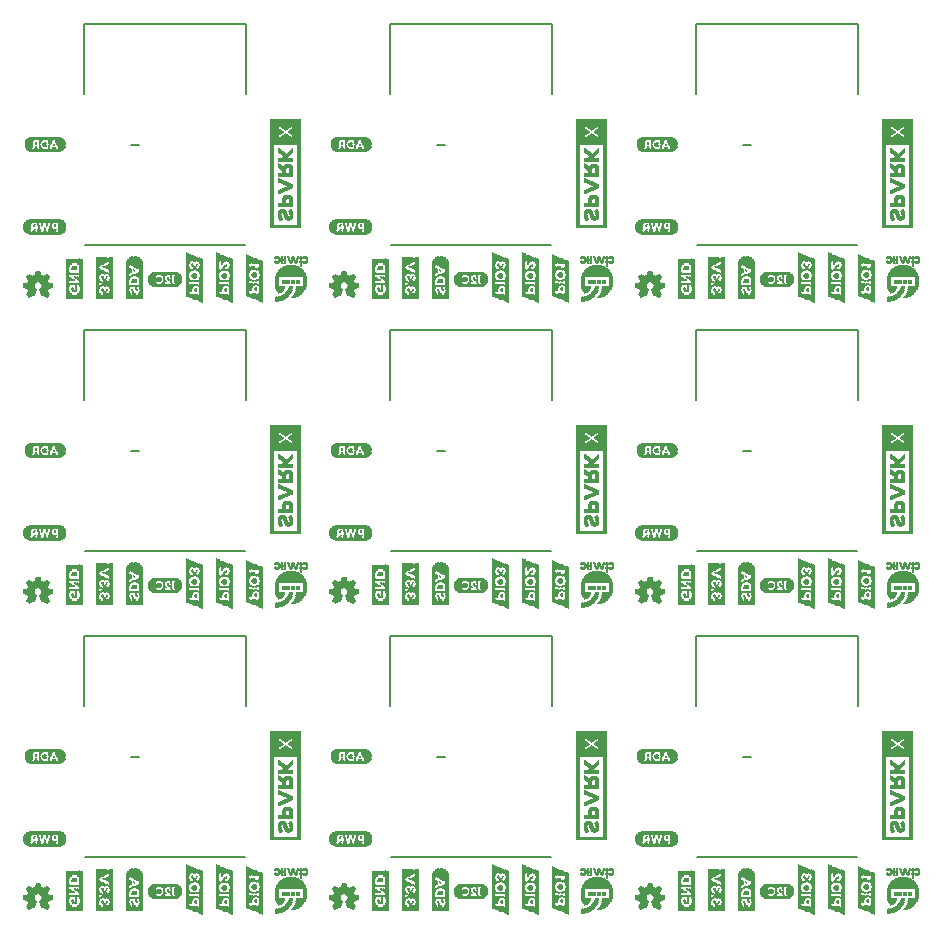
<source format=gbo>
G75*
%MOIN*%
%OFA0B0*%
%FSLAX25Y25*%
%IPPOS*%
%LPD*%
%AMOC8*
5,1,8,0,0,1.08239X$1,22.5*
%
%ADD10C,0.00800*%
%ADD11C,0.00299*%
%ADD12C,0.00039*%
%ADD13R,0.00157X0.13386*%
%ADD14R,0.00118X0.13386*%
%ADD15R,0.00118X0.02913*%
%ADD16R,0.00118X0.09646*%
%ADD17R,0.00157X0.02638*%
%ADD18R,0.00157X0.01102*%
%ADD19R,0.00157X0.01654*%
%ADD20R,0.00157X0.00551*%
%ADD21R,0.00118X0.02362*%
%ADD22R,0.00118X0.00709*%
%ADD23R,0.00118X0.01378*%
%ADD24R,0.00118X0.00433*%
%ADD25R,0.00157X0.02205*%
%ADD26R,0.00157X0.01220*%
%ADD27R,0.00157X0.00433*%
%ADD28R,0.00118X0.01929*%
%ADD29R,0.00118X0.00551*%
%ADD30R,0.00118X0.01220*%
%ADD31R,0.00118X0.02087*%
%ADD32R,0.00157X0.01929*%
%ADD33R,0.00118X0.01811*%
%ADD34R,0.00118X0.00945*%
%ADD35R,0.00157X0.00945*%
%ADD36R,0.00157X0.00709*%
%ADD37R,0.00157X0.00827*%
%ADD38R,0.00118X0.01654*%
%ADD39R,0.00118X0.02480*%
%ADD40R,0.00118X0.00827*%
%ADD41R,0.00118X0.00984*%
%ADD42R,0.00157X0.00669*%
%ADD43R,0.00157X0.01535*%
%ADD44R,0.00118X0.01535*%
%ADD45R,0.00118X0.02638*%
%ADD46R,0.00118X0.01260*%
%ADD47R,0.00157X0.00394*%
%ADD48R,0.00157X0.01378*%
%ADD49R,0.00118X0.00394*%
%ADD50R,0.00157X0.00157*%
%ADD51R,0.00157X0.00276*%
%ADD52R,0.00118X0.00276*%
%ADD53R,0.00118X0.00118*%
%ADD54R,0.00157X0.01260*%
%ADD55R,0.00118X0.01102*%
%ADD56R,0.00157X0.00984*%
%ADD57R,0.00157X0.01811*%
%ADD58R,0.00157X0.02087*%
%ADD59R,0.00118X0.02205*%
%ADD60R,0.00157X0.02480*%
%ADD61R,0.00157X0.01496*%
%ADD62R,0.00118X0.02756*%
%ADD63R,0.00118X0.00669*%
%ADD64R,0.00157X0.13937*%
%ADD65R,0.00118X0.13937*%
%ADD66R,0.00118X0.03465*%
%ADD67R,0.00118X0.06496*%
%ADD68R,0.00157X0.02913*%
%ADD69R,0.00157X0.02047*%
%ADD70R,0.00118X0.02047*%
%ADD71R,0.00118X0.01496*%
%ADD72R,0.00118X0.01772*%
%ADD73R,0.00157X0.02756*%
%ADD74R,0.00157X0.02362*%
%ADD75R,0.00118X0.03189*%
%ADD76R,0.00118X0.03150*%
%ADD77R,0.00118X0.00157*%
%ADD78R,0.00157X0.03031*%
%ADD79R,0.00157X0.14449*%
%ADD80R,0.00118X0.14606*%
%ADD81R,0.00157X0.14488*%
%ADD82R,0.00118X0.14449*%
%ADD83R,0.00157X0.14606*%
%ADD84R,0.00118X0.08268*%
%ADD85R,0.00157X0.01772*%
%ADD86R,0.00118X0.02323*%
%ADD87R,0.00157X0.02323*%
%ADD88R,0.00118X0.02598*%
%ADD89R,0.00157X0.02598*%
%ADD90R,0.00118X0.03307*%
%ADD91R,0.10276X0.00118*%
%ADD92R,0.10984X0.00118*%
%ADD93R,0.11457X0.00079*%
%ADD94R,0.11693X0.00157*%
%ADD95R,0.11929X0.00118*%
%ADD96R,0.12165X0.00118*%
%ADD97R,0.12402X0.00079*%
%ADD98R,0.12638X0.00118*%
%ADD99R,0.03307X0.00157*%
%ADD100R,0.01535X0.00157*%
%ADD101R,0.01299X0.00157*%
%ADD102R,0.02717X0.00157*%
%ADD103R,0.03425X0.00118*%
%ADD104R,0.01535X0.00118*%
%ADD105R,0.01063X0.00118*%
%ADD106R,0.02717X0.00118*%
%ADD107R,0.03307X0.00118*%
%ADD108R,0.01417X0.00118*%
%ADD109R,0.00827X0.00118*%
%ADD110R,0.02480X0.00118*%
%ADD111R,0.00709X0.00118*%
%ADD112R,0.00591X0.00157*%
%ADD113R,0.02480X0.00157*%
%ADD114R,0.01299X0.00118*%
%ADD115R,0.00472X0.00118*%
%ADD116R,0.02362X0.00118*%
%ADD117R,0.01181X0.00118*%
%ADD118R,0.00945X0.00118*%
%ADD119R,0.00354X0.00118*%
%ADD120R,0.03189X0.00157*%
%ADD121R,0.01063X0.00157*%
%ADD122R,0.00354X0.00157*%
%ADD123R,0.00945X0.00157*%
%ADD124R,0.03189X0.00118*%
%ADD125R,0.03071X0.00118*%
%ADD126R,0.00236X0.00118*%
%ADD127R,0.02953X0.00157*%
%ADD128R,0.00827X0.00157*%
%ADD129R,0.01181X0.00157*%
%ADD130R,0.00236X0.00157*%
%ADD131R,0.02953X0.00118*%
%ADD132R,0.02598X0.00118*%
%ADD133R,0.02835X0.00118*%
%ADD134R,0.00591X0.00118*%
%ADD135R,0.02835X0.00157*%
%ADD136R,0.02362X0.00157*%
%ADD137R,0.02244X0.00118*%
%ADD138R,0.02126X0.00118*%
%ADD139R,0.02126X0.00157*%
%ADD140R,0.01654X0.00157*%
%ADD141R,0.01772X0.00118*%
%ADD142R,0.12402X0.00118*%
%ADD143R,0.11693X0.00118*%
%ADD144R,0.11457X0.00118*%
%ADD145R,0.07677X0.00118*%
%ADD146R,0.08386X0.00118*%
%ADD147R,0.08858X0.00079*%
%ADD148R,0.09331X0.00157*%
%ADD149R,0.09567X0.00118*%
%ADD150R,0.09803X0.00118*%
%ADD151R,0.10039X0.00079*%
%ADD152R,0.03898X0.00118*%
%ADD153R,0.02244X0.00157*%
%ADD154R,0.01890X0.00157*%
%ADD155R,0.04252X0.00157*%
%ADD156R,0.04252X0.00118*%
%ADD157R,0.04370X0.00118*%
%ADD158R,0.04370X0.00157*%
%ADD159R,0.00709X0.00157*%
%ADD160R,0.04134X0.00118*%
%ADD161R,0.00472X0.00157*%
%ADD162R,0.10039X0.00118*%
%ADD163R,0.09331X0.00118*%
%ADD164R,0.08858X0.00118*%
%ADD165R,0.10748X0.00118*%
%ADD166R,0.11929X0.00079*%
%ADD167R,0.12402X0.00157*%
%ADD168R,0.12874X0.00118*%
%ADD169R,0.13110X0.00079*%
%ADD170R,0.04961X0.00118*%
%ADD171R,0.05079X0.00118*%
%ADD172R,0.02598X0.00157*%
%ADD173R,0.01654X0.00118*%
%ADD174R,0.13110X0.00118*%
%ADD175R,0.00866X0.00079*%
%ADD176R,0.00787X0.00079*%
%ADD177R,0.00827X0.00079*%
%ADD178R,0.00984X0.00079*%
%ADD179R,0.01181X0.00079*%
%ADD180R,0.00748X0.00079*%
%ADD181R,0.01339X0.00079*%
%ADD182R,0.01260X0.00039*%
%ADD183R,0.00787X0.00039*%
%ADD184R,0.00827X0.00039*%
%ADD185R,0.00866X0.00039*%
%ADD186R,0.00748X0.00039*%
%ADD187R,0.01417X0.00039*%
%ADD188R,0.01378X0.00039*%
%ADD189R,0.01575X0.00039*%
%ADD190R,0.01457X0.00039*%
%ADD191R,0.00945X0.00039*%
%ADD192R,0.01654X0.00039*%
%ADD193R,0.02362X0.00039*%
%ADD194R,0.01732X0.00039*%
%ADD195R,0.02402X0.00039*%
%ADD196R,0.00984X0.00039*%
%ADD197R,0.00709X0.00039*%
%ADD198R,0.01850X0.00039*%
%ADD199R,0.02441X0.00039*%
%ADD200R,0.01024X0.00039*%
%ADD201R,0.01890X0.00039*%
%ADD202R,0.02480X0.00039*%
%ADD203R,0.01969X0.00039*%
%ADD204R,0.02520X0.00039*%
%ADD205R,0.02008X0.00039*%
%ADD206R,0.01063X0.00039*%
%ADD207R,0.02047X0.00039*%
%ADD208R,0.02559X0.00039*%
%ADD209R,0.01102X0.00039*%
%ADD210R,0.02126X0.00039*%
%ADD211R,0.02598X0.00039*%
%ADD212R,0.01142X0.00039*%
%ADD213R,0.02087X0.00039*%
%ADD214R,0.01220X0.00039*%
%ADD215R,0.01181X0.00039*%
%ADD216R,0.00551X0.00039*%
%ADD217R,0.00394X0.00039*%
%ADD218R,0.00906X0.00039*%
%ADD219R,0.00315X0.00039*%
%ADD220R,0.00197X0.00039*%
%ADD221R,0.00079X0.00039*%
%ADD222R,0.01299X0.00039*%
%ADD223R,0.01299X0.00079*%
%ADD224R,0.00709X0.00079*%
%ADD225R,0.00630X0.00079*%
%ADD226R,0.00669X0.00079*%
%ADD227R,0.01693X0.00079*%
%ADD228R,0.00630X0.00039*%
%ADD229R,0.01693X0.00039*%
%ADD230R,0.00669X0.00039*%
%ADD231R,0.00591X0.00039*%
%ADD232R,0.01339X0.00039*%
%ADD233R,0.00157X0.00039*%
%ADD234R,0.00276X0.00039*%
%ADD235R,0.02559X0.00079*%
%ADD236R,0.01142X0.00079*%
%ADD237R,0.01102X0.00079*%
%ADD238R,0.02126X0.00079*%
%ADD239R,0.02520X0.00079*%
%ADD240R,0.01063X0.00079*%
%ADD241R,0.01969X0.00079*%
%ADD242R,0.02480X0.00079*%
%ADD243R,0.01024X0.00079*%
%ADD244R,0.01890X0.00079*%
%ADD245R,0.02402X0.00079*%
%ADD246R,0.01732X0.00079*%
%ADD247R,0.02323X0.00039*%
%ADD248R,0.01535X0.00039*%
%ADD249R,0.00512X0.00039*%
%ADD250R,0.00512X0.00079*%
%ADD251R,0.01850X0.00079*%
%ADD252R,0.02638X0.00079*%
%ADD253R,0.02953X0.00039*%
%ADD254R,0.03189X0.00039*%
%ADD255R,0.03504X0.00039*%
%ADD256R,0.03661X0.00039*%
%ADD257R,0.03898X0.00039*%
%ADD258R,0.04055X0.00039*%
%ADD259R,0.04213X0.00039*%
%ADD260R,0.04449X0.00039*%
%ADD261R,0.04606X0.00039*%
%ADD262R,0.04843X0.00039*%
%ADD263R,0.04921X0.00039*%
%ADD264R,0.05118X0.00039*%
%ADD265R,0.05236X0.00039*%
%ADD266R,0.05315X0.00039*%
%ADD267R,0.05512X0.00039*%
%ADD268R,0.05630X0.00039*%
%ADD269R,0.05787X0.00039*%
%ADD270R,0.05945X0.00039*%
%ADD271R,0.06024X0.00039*%
%ADD272R,0.06181X0.00039*%
%ADD273R,0.06260X0.00039*%
%ADD274R,0.06339X0.00039*%
%ADD275R,0.06417X0.00039*%
%ADD276R,0.06575X0.00039*%
%ADD277R,0.06732X0.00039*%
%ADD278R,0.06811X0.00039*%
%ADD279R,0.06890X0.00039*%
%ADD280R,0.06969X0.00039*%
%ADD281R,0.07047X0.00039*%
%ADD282R,0.07126X0.00039*%
%ADD283R,0.07205X0.00039*%
%ADD284R,0.07362X0.00039*%
%ADD285R,0.07441X0.00039*%
%ADD286R,0.07520X0.00039*%
%ADD287R,0.07598X0.00039*%
%ADD288R,0.07677X0.00039*%
%ADD289R,0.07756X0.00039*%
%ADD290R,0.07795X0.00039*%
%ADD291R,0.07913X0.00039*%
%ADD292R,0.07992X0.00039*%
%ADD293R,0.08071X0.00039*%
%ADD294R,0.08150X0.00039*%
%ADD295R,0.08189X0.00039*%
%ADD296R,0.08268X0.00039*%
%ADD297R,0.08307X0.00039*%
%ADD298R,0.08386X0.00039*%
%ADD299R,0.08465X0.00039*%
%ADD300R,0.08543X0.00039*%
%ADD301R,0.08622X0.00039*%
%ADD302R,0.08701X0.00039*%
%ADD303R,0.08780X0.00039*%
%ADD304R,0.08819X0.00039*%
%ADD305R,0.08858X0.00039*%
%ADD306R,0.08937X0.00039*%
%ADD307R,0.09016X0.00039*%
%ADD308R,0.09055X0.00039*%
%ADD309R,0.09094X0.00039*%
%ADD310R,0.09173X0.00039*%
%ADD311R,0.09252X0.00039*%
%ADD312R,0.09331X0.00039*%
%ADD313R,0.09409X0.00039*%
%ADD314R,0.09488X0.00039*%
%ADD315R,0.09528X0.00039*%
%ADD316R,0.09567X0.00039*%
%ADD317R,0.09646X0.00039*%
%ADD318R,0.09724X0.00039*%
%ADD319R,0.09803X0.00039*%
%ADD320R,0.09882X0.00039*%
%ADD321R,0.09961X0.00039*%
%ADD322R,0.10000X0.00039*%
%ADD323R,0.10039X0.00039*%
%ADD324R,0.10079X0.00039*%
%ADD325R,0.10118X0.00039*%
%ADD326R,0.10157X0.00039*%
%ADD327R,0.10197X0.00039*%
%ADD328R,0.10236X0.00039*%
%ADD329R,0.10276X0.00039*%
%ADD330R,0.10354X0.00039*%
%ADD331R,0.10394X0.00039*%
%ADD332R,0.10433X0.00039*%
%ADD333R,0.10512X0.00039*%
%ADD334R,0.01496X0.00039*%
%ADD335R,0.03268X0.00039*%
%ADD336R,0.03465X0.00039*%
%ADD337R,0.03425X0.00039*%
%ADD338R,0.03228X0.00039*%
%ADD339R,0.03346X0.00039*%
%ADD340R,0.03150X0.00039*%
%ADD341R,0.03110X0.00039*%
%ADD342R,0.03031X0.00039*%
%ADD343R,0.02874X0.00039*%
%ADD344R,0.02835X0.00039*%
%ADD345R,0.03071X0.00039*%
%ADD346R,0.02756X0.00039*%
%ADD347R,0.02638X0.00039*%
%ADD348R,0.02992X0.00039*%
%ADD349R,0.01614X0.00039*%
%ADD350R,0.02244X0.00039*%
%ADD351R,0.02795X0.00039*%
%ADD352R,0.02717X0.00039*%
%ADD353R,0.02677X0.00039*%
%ADD354R,0.01772X0.00039*%
%ADD355R,0.01811X0.00039*%
%ADD356R,0.00472X0.00039*%
%ADD357R,0.02283X0.00039*%
%ADD358R,0.02205X0.00039*%
%ADD359R,0.02165X0.00039*%
%ADD360R,0.01929X0.00039*%
%ADD361R,0.03937X0.00039*%
%ADD362R,0.03858X0.00039*%
%ADD363R,0.03740X0.00039*%
%ADD364R,0.03701X0.00039*%
%ADD365R,0.03622X0.00039*%
%ADD366R,0.03386X0.00039*%
%ADD367R,0.00157X0.12126*%
%ADD368R,0.00118X0.12559*%
%ADD369R,0.00157X0.12835*%
%ADD370R,0.00118X0.13110*%
%ADD371R,0.00157X0.13228*%
%ADD372R,0.00157X0.13504*%
%ADD373R,0.00118X0.10472*%
%ADD374R,0.00157X0.03976*%
%ADD375R,0.00118X0.03858*%
%ADD376R,0.00157X0.04016*%
%ADD377R,0.00157X0.03858*%
%ADD378R,0.00118X0.04016*%
%ADD379R,0.00157X0.03740*%
%ADD380R,0.00118X0.03740*%
%ADD381R,0.00157X0.03583*%
%ADD382R,0.00118X0.03583*%
%ADD383R,0.00157X0.03465*%
%ADD384R,0.00157X0.03307*%
%ADD385R,0.00118X0.03031*%
%ADD386R,0.00157X0.02874*%
%ADD387R,0.00157X0.13780*%
%ADD388R,0.00118X0.13780*%
%ADD389R,0.00157X0.13622*%
%ADD390R,0.00118X0.08386*%
%ADD391R,0.00118X0.04685*%
D10*
X0052175Y0054833D02*
X0105325Y0054833D01*
X0070150Y0088150D02*
X0067450Y0088150D01*
X0051675Y0105333D02*
X0051675Y0128667D01*
X0105825Y0128667D01*
X0105825Y0105333D01*
X0153675Y0105333D02*
X0153675Y0128667D01*
X0207825Y0128667D01*
X0207825Y0105333D01*
X0172150Y0088150D02*
X0169450Y0088150D01*
X0154175Y0054833D02*
X0207325Y0054833D01*
X0256175Y0054833D02*
X0309325Y0054833D01*
X0274150Y0088150D02*
X0271450Y0088150D01*
X0255675Y0105333D02*
X0255675Y0128667D01*
X0309825Y0128667D01*
X0309825Y0105333D01*
X0309325Y0156833D02*
X0256175Y0156833D01*
X0271450Y0190150D02*
X0274150Y0190150D01*
X0255675Y0207333D02*
X0255675Y0230667D01*
X0309825Y0230667D01*
X0309825Y0207333D01*
X0309325Y0258833D02*
X0256175Y0258833D01*
X0271450Y0292150D02*
X0274150Y0292150D01*
X0255675Y0309333D02*
X0255675Y0332667D01*
X0309825Y0332667D01*
X0309825Y0309333D01*
X0207825Y0309333D02*
X0207825Y0332667D01*
X0153675Y0332667D01*
X0153675Y0309333D01*
X0169450Y0292150D02*
X0172150Y0292150D01*
X0154175Y0258833D02*
X0207325Y0258833D01*
X0207825Y0230667D02*
X0153675Y0230667D01*
X0153675Y0207333D01*
X0169450Y0190150D02*
X0172150Y0190150D01*
X0154175Y0156833D02*
X0207325Y0156833D01*
X0207825Y0207333D02*
X0207825Y0230667D01*
X0105825Y0230667D02*
X0105825Y0207333D01*
X0105825Y0230667D02*
X0051675Y0230667D01*
X0051675Y0207333D01*
X0067450Y0190150D02*
X0070150Y0190150D01*
X0052175Y0156833D02*
X0105325Y0156833D01*
X0105325Y0258833D02*
X0052175Y0258833D01*
X0067450Y0292150D02*
X0070150Y0292150D01*
X0051675Y0309333D02*
X0051675Y0332667D01*
X0105825Y0332667D01*
X0105825Y0309333D01*
D11*
X0032366Y0038498D02*
X0033271Y0037592D01*
X0034413Y0038379D01*
X0034452Y0038379D01*
X0034531Y0038301D01*
X0034570Y0038301D01*
X0034610Y0038261D01*
X0034689Y0038261D01*
X0034728Y0038222D01*
X0034767Y0038222D01*
X0034807Y0038183D01*
X0034846Y0038183D01*
X0034885Y0038143D01*
X0034964Y0038143D01*
X0034964Y0038104D01*
X0035752Y0040230D01*
X0035515Y0040348D01*
X0035437Y0040427D01*
X0035358Y0040466D01*
X0035200Y0040623D01*
X0035161Y0040702D01*
X0035082Y0040781D01*
X0035043Y0040860D01*
X0035004Y0040978D01*
X0034964Y0041057D01*
X0034964Y0041135D01*
X0034925Y0041253D01*
X0034925Y0041608D01*
X0034964Y0041726D01*
X0034964Y0041844D01*
X0035043Y0041962D01*
X0035082Y0042080D01*
X0035240Y0042316D01*
X0035397Y0042474D01*
X0035633Y0042631D01*
X0035752Y0042671D01*
X0035870Y0042749D01*
X0035988Y0042749D01*
X0036106Y0042789D01*
X0036381Y0042789D01*
X0036539Y0042749D01*
X0036657Y0042749D01*
X0036775Y0042671D01*
X0036893Y0042631D01*
X0037011Y0042553D01*
X0037090Y0042474D01*
X0037208Y0042395D01*
X0037287Y0042316D01*
X0037444Y0042080D01*
X0037602Y0041608D01*
X0037602Y0041372D01*
X0037563Y0041253D01*
X0037563Y0041135D01*
X0037484Y0040978D01*
X0037444Y0040860D01*
X0037366Y0040702D01*
X0037287Y0040623D01*
X0037248Y0040545D01*
X0037169Y0040466D01*
X0037090Y0040427D01*
X0037011Y0040348D01*
X0036854Y0040269D01*
X0036736Y0040230D01*
X0037523Y0038104D01*
X0037563Y0038143D01*
X0037641Y0038143D01*
X0037681Y0038183D01*
X0037720Y0038183D01*
X0037759Y0038222D01*
X0037799Y0038222D01*
X0037838Y0038261D01*
X0037878Y0038261D01*
X0037917Y0038301D01*
X0037956Y0038301D01*
X0037996Y0038340D01*
X0038035Y0038340D01*
X0038074Y0038379D01*
X0038114Y0038379D01*
X0039256Y0037592D01*
X0040122Y0038498D01*
X0039334Y0039600D01*
X0039374Y0039679D01*
X0039374Y0039718D01*
X0039413Y0039797D01*
X0039452Y0039836D01*
X0039492Y0039915D01*
X0039531Y0039954D01*
X0039531Y0040033D01*
X0039570Y0040072D01*
X0039570Y0040151D01*
X0039610Y0040230D01*
X0039649Y0040269D01*
X0039649Y0040348D01*
X0039689Y0040387D01*
X0039689Y0040466D01*
X0039728Y0040545D01*
X0039728Y0040584D01*
X0041106Y0040820D01*
X0041106Y0042080D01*
X0039728Y0042316D01*
X0039728Y0042395D01*
X0039689Y0042474D01*
X0039689Y0042513D01*
X0039649Y0042592D01*
X0039649Y0042631D01*
X0039570Y0042789D01*
X0039570Y0042828D01*
X0039531Y0042907D01*
X0039492Y0042946D01*
X0039492Y0043025D01*
X0039452Y0043064D01*
X0039413Y0043143D01*
X0039374Y0043183D01*
X0039374Y0043261D01*
X0039334Y0043301D01*
X0040122Y0044442D01*
X0039256Y0045309D01*
X0038114Y0044521D01*
X0038035Y0044561D01*
X0037996Y0044600D01*
X0037917Y0044600D01*
X0037878Y0044639D01*
X0037799Y0044679D01*
X0037759Y0044718D01*
X0037681Y0044718D01*
X0037641Y0044757D01*
X0037563Y0044797D01*
X0037523Y0044797D01*
X0037444Y0044836D01*
X0037366Y0044836D01*
X0037326Y0044875D01*
X0037248Y0044875D01*
X0037169Y0044915D01*
X0037130Y0044915D01*
X0036893Y0046293D01*
X0035633Y0046293D01*
X0035397Y0044915D01*
X0035319Y0044915D01*
X0035240Y0044875D01*
X0035200Y0044875D01*
X0035122Y0044836D01*
X0035082Y0044836D01*
X0035004Y0044797D01*
X0034925Y0044797D01*
X0034885Y0044757D01*
X0034807Y0044718D01*
X0034767Y0044718D01*
X0034689Y0044679D01*
X0034649Y0044639D01*
X0034570Y0044600D01*
X0034531Y0044600D01*
X0034452Y0044561D01*
X0034413Y0044521D01*
X0033271Y0045309D01*
X0032366Y0044442D01*
X0033193Y0043301D01*
X0033153Y0043261D01*
X0033114Y0043183D01*
X0033074Y0043143D01*
X0033074Y0043064D01*
X0033035Y0043025D01*
X0032996Y0042946D01*
X0032956Y0042907D01*
X0032956Y0042828D01*
X0032917Y0042789D01*
X0032917Y0042710D01*
X0032878Y0042631D01*
X0032838Y0042592D01*
X0032838Y0042513D01*
X0032799Y0042474D01*
X0032799Y0042316D01*
X0031381Y0042080D01*
X0031381Y0040820D01*
X0032759Y0040584D01*
X0032799Y0040545D01*
X0032799Y0040466D01*
X0032838Y0040387D01*
X0032838Y0040348D01*
X0032878Y0040269D01*
X0032878Y0040230D01*
X0032956Y0040072D01*
X0032956Y0040033D01*
X0032996Y0039954D01*
X0033035Y0039915D01*
X0033074Y0039836D01*
X0033074Y0039797D01*
X0033114Y0039718D01*
X0033153Y0039679D01*
X0033193Y0039600D01*
X0032366Y0038498D01*
X0032424Y0038575D02*
X0035139Y0038575D01*
X0035249Y0038873D02*
X0032647Y0038873D01*
X0032870Y0039170D02*
X0035359Y0039170D01*
X0035469Y0039468D02*
X0033094Y0039468D01*
X0033090Y0039766D02*
X0035580Y0039766D01*
X0035690Y0040064D02*
X0032956Y0040064D01*
X0032838Y0040361D02*
X0035502Y0040361D01*
X0035183Y0040659D02*
X0032323Y0040659D01*
X0031381Y0040957D02*
X0035011Y0040957D01*
X0034925Y0041254D02*
X0031381Y0041254D01*
X0031381Y0041552D02*
X0034925Y0041552D01*
X0034968Y0041850D02*
X0031381Y0041850D01*
X0031786Y0042148D02*
X0035127Y0042148D01*
X0035369Y0042445D02*
X0032799Y0042445D01*
X0032917Y0042743D02*
X0035860Y0042743D01*
X0036667Y0042743D02*
X0039593Y0042743D01*
X0039703Y0042445D02*
X0037133Y0042445D01*
X0037400Y0042148D02*
X0040713Y0042148D01*
X0041106Y0041850D02*
X0037521Y0041850D01*
X0037602Y0041552D02*
X0041106Y0041552D01*
X0041106Y0041254D02*
X0037563Y0041254D01*
X0037477Y0040957D02*
X0041106Y0040957D01*
X0040164Y0040659D02*
X0037322Y0040659D01*
X0037025Y0040361D02*
X0039663Y0040361D01*
X0039562Y0040064D02*
X0036797Y0040064D01*
X0036908Y0039766D02*
X0039398Y0039766D01*
X0039428Y0039468D02*
X0037018Y0039468D01*
X0037128Y0039170D02*
X0039641Y0039170D01*
X0039854Y0038873D02*
X0037238Y0038873D01*
X0037349Y0038575D02*
X0040066Y0038575D01*
X0039911Y0038277D02*
X0038262Y0038277D01*
X0037893Y0038277D02*
X0037459Y0038277D01*
X0038694Y0037979D02*
X0039626Y0037979D01*
X0039341Y0037682D02*
X0039125Y0037682D01*
X0035028Y0038277D02*
X0034594Y0038277D01*
X0034265Y0038277D02*
X0032586Y0038277D01*
X0032884Y0037979D02*
X0033833Y0037979D01*
X0033401Y0037682D02*
X0033182Y0037682D01*
X0033051Y0043041D02*
X0039476Y0043041D01*
X0039360Y0043338D02*
X0033165Y0043338D01*
X0032950Y0043636D02*
X0039566Y0043636D01*
X0039771Y0043934D02*
X0032734Y0043934D01*
X0032518Y0044232D02*
X0039976Y0044232D01*
X0040035Y0044529D02*
X0038126Y0044529D01*
X0038097Y0044529D02*
X0034421Y0044529D01*
X0034401Y0044529D02*
X0032457Y0044529D01*
X0032768Y0044827D02*
X0033969Y0044827D01*
X0033538Y0045125D02*
X0033079Y0045125D01*
X0035064Y0044827D02*
X0037463Y0044827D01*
X0037094Y0045125D02*
X0035433Y0045125D01*
X0035484Y0045423D02*
X0037042Y0045423D01*
X0036991Y0045720D02*
X0035535Y0045720D01*
X0035586Y0046018D02*
X0036940Y0046018D01*
X0038557Y0044827D02*
X0039737Y0044827D01*
X0039439Y0045125D02*
X0038989Y0045125D01*
X0133381Y0042080D02*
X0134799Y0042316D01*
X0134799Y0042474D01*
X0134838Y0042513D01*
X0134838Y0042592D01*
X0134878Y0042631D01*
X0134917Y0042710D01*
X0134917Y0042789D01*
X0134956Y0042828D01*
X0134956Y0042907D01*
X0134996Y0042946D01*
X0135035Y0043025D01*
X0135074Y0043064D01*
X0135074Y0043143D01*
X0135114Y0043183D01*
X0135153Y0043261D01*
X0135193Y0043301D01*
X0134366Y0044442D01*
X0135271Y0045309D01*
X0136413Y0044521D01*
X0136452Y0044561D01*
X0136531Y0044600D01*
X0136570Y0044600D01*
X0136649Y0044639D01*
X0136689Y0044679D01*
X0136767Y0044718D01*
X0136807Y0044718D01*
X0136885Y0044757D01*
X0136925Y0044797D01*
X0137004Y0044797D01*
X0137082Y0044836D01*
X0137122Y0044836D01*
X0137200Y0044875D01*
X0137240Y0044875D01*
X0137319Y0044915D01*
X0137397Y0044915D01*
X0137633Y0046293D01*
X0138893Y0046293D01*
X0139130Y0044915D01*
X0139169Y0044915D01*
X0139248Y0044875D01*
X0139326Y0044875D01*
X0139366Y0044836D01*
X0139444Y0044836D01*
X0139523Y0044797D01*
X0139563Y0044797D01*
X0139641Y0044757D01*
X0139681Y0044718D01*
X0139759Y0044718D01*
X0139799Y0044679D01*
X0139878Y0044639D01*
X0139917Y0044600D01*
X0139996Y0044600D01*
X0140035Y0044561D01*
X0140114Y0044521D01*
X0141256Y0045309D01*
X0142122Y0044442D01*
X0141334Y0043301D01*
X0141374Y0043261D01*
X0141374Y0043183D01*
X0141413Y0043143D01*
X0141452Y0043064D01*
X0141492Y0043025D01*
X0141492Y0042946D01*
X0141531Y0042907D01*
X0141570Y0042828D01*
X0141570Y0042789D01*
X0141649Y0042631D01*
X0141649Y0042592D01*
X0141689Y0042513D01*
X0141689Y0042474D01*
X0141728Y0042395D01*
X0141728Y0042316D01*
X0143106Y0042080D01*
X0143106Y0040820D01*
X0141728Y0040584D01*
X0141728Y0040545D01*
X0141689Y0040466D01*
X0141689Y0040387D01*
X0141649Y0040348D01*
X0141649Y0040269D01*
X0141610Y0040230D01*
X0141570Y0040151D01*
X0141570Y0040072D01*
X0141531Y0040033D01*
X0141531Y0039954D01*
X0141492Y0039915D01*
X0141452Y0039836D01*
X0141413Y0039797D01*
X0141374Y0039718D01*
X0141374Y0039679D01*
X0141334Y0039600D01*
X0142122Y0038498D01*
X0141256Y0037592D01*
X0140114Y0038379D01*
X0140074Y0038379D01*
X0140035Y0038340D01*
X0139996Y0038340D01*
X0139956Y0038301D01*
X0139917Y0038301D01*
X0139878Y0038261D01*
X0139838Y0038261D01*
X0139799Y0038222D01*
X0139759Y0038222D01*
X0139720Y0038183D01*
X0139681Y0038183D01*
X0139641Y0038143D01*
X0139563Y0038143D01*
X0139523Y0038104D01*
X0138736Y0040230D01*
X0138854Y0040269D01*
X0139011Y0040348D01*
X0139090Y0040427D01*
X0139169Y0040466D01*
X0139248Y0040545D01*
X0139287Y0040623D01*
X0139366Y0040702D01*
X0139444Y0040860D01*
X0139484Y0040978D01*
X0139563Y0041135D01*
X0139563Y0041253D01*
X0139602Y0041372D01*
X0139602Y0041608D01*
X0139444Y0042080D01*
X0139287Y0042316D01*
X0139208Y0042395D01*
X0139090Y0042474D01*
X0139011Y0042553D01*
X0138893Y0042631D01*
X0138775Y0042671D01*
X0138657Y0042749D01*
X0138539Y0042749D01*
X0138381Y0042789D01*
X0138106Y0042789D01*
X0137988Y0042749D01*
X0137870Y0042749D01*
X0137752Y0042671D01*
X0137633Y0042631D01*
X0137397Y0042474D01*
X0137240Y0042316D01*
X0137082Y0042080D01*
X0137043Y0041962D01*
X0136964Y0041844D01*
X0136964Y0041726D01*
X0136925Y0041608D01*
X0136925Y0041253D01*
X0136964Y0041135D01*
X0136964Y0041057D01*
X0137004Y0040978D01*
X0137043Y0040860D01*
X0137082Y0040781D01*
X0137161Y0040702D01*
X0137200Y0040623D01*
X0137358Y0040466D01*
X0137437Y0040427D01*
X0137515Y0040348D01*
X0137752Y0040230D01*
X0136964Y0038104D01*
X0136964Y0038143D01*
X0136885Y0038143D01*
X0136846Y0038183D01*
X0136807Y0038183D01*
X0136767Y0038222D01*
X0136728Y0038222D01*
X0136689Y0038261D01*
X0136610Y0038261D01*
X0136570Y0038301D01*
X0136531Y0038301D01*
X0136452Y0038379D01*
X0136413Y0038379D01*
X0135271Y0037592D01*
X0134366Y0038498D01*
X0135193Y0039600D01*
X0135153Y0039679D01*
X0135114Y0039718D01*
X0135074Y0039797D01*
X0135074Y0039836D01*
X0135035Y0039915D01*
X0134996Y0039954D01*
X0134956Y0040033D01*
X0134956Y0040072D01*
X0134878Y0040230D01*
X0134878Y0040269D01*
X0134838Y0040348D01*
X0134838Y0040387D01*
X0134799Y0040466D01*
X0134799Y0040545D01*
X0134759Y0040584D01*
X0133381Y0040820D01*
X0133381Y0042080D01*
X0133381Y0041850D02*
X0136968Y0041850D01*
X0136925Y0041552D02*
X0133381Y0041552D01*
X0133381Y0041254D02*
X0136925Y0041254D01*
X0137011Y0040957D02*
X0133381Y0040957D01*
X0134323Y0040659D02*
X0137183Y0040659D01*
X0137502Y0040361D02*
X0134838Y0040361D01*
X0134956Y0040064D02*
X0137690Y0040064D01*
X0137580Y0039766D02*
X0135090Y0039766D01*
X0135094Y0039468D02*
X0137469Y0039468D01*
X0137359Y0039170D02*
X0134870Y0039170D01*
X0134647Y0038873D02*
X0137249Y0038873D01*
X0137139Y0038575D02*
X0134424Y0038575D01*
X0134586Y0038277D02*
X0136265Y0038277D01*
X0136594Y0038277D02*
X0137028Y0038277D01*
X0135833Y0037979D02*
X0134884Y0037979D01*
X0135182Y0037682D02*
X0135401Y0037682D01*
X0139128Y0039170D02*
X0141641Y0039170D01*
X0141854Y0038873D02*
X0139238Y0038873D01*
X0139349Y0038575D02*
X0142066Y0038575D01*
X0141911Y0038277D02*
X0140262Y0038277D01*
X0139893Y0038277D02*
X0139459Y0038277D01*
X0140694Y0037979D02*
X0141626Y0037979D01*
X0141341Y0037682D02*
X0141125Y0037682D01*
X0141428Y0039468D02*
X0139018Y0039468D01*
X0138908Y0039766D02*
X0141398Y0039766D01*
X0141562Y0040064D02*
X0138797Y0040064D01*
X0139025Y0040361D02*
X0141663Y0040361D01*
X0142164Y0040659D02*
X0139322Y0040659D01*
X0139477Y0040957D02*
X0143106Y0040957D01*
X0143106Y0041254D02*
X0139563Y0041254D01*
X0139602Y0041552D02*
X0143106Y0041552D01*
X0143106Y0041850D02*
X0139521Y0041850D01*
X0139400Y0042148D02*
X0142713Y0042148D01*
X0141703Y0042445D02*
X0139133Y0042445D01*
X0138667Y0042743D02*
X0141593Y0042743D01*
X0141476Y0043041D02*
X0135051Y0043041D01*
X0135165Y0043338D02*
X0141360Y0043338D01*
X0141566Y0043636D02*
X0134950Y0043636D01*
X0134734Y0043934D02*
X0141771Y0043934D01*
X0141976Y0044232D02*
X0134518Y0044232D01*
X0134457Y0044529D02*
X0136401Y0044529D01*
X0136421Y0044529D02*
X0140097Y0044529D01*
X0140126Y0044529D02*
X0142035Y0044529D01*
X0141737Y0044827D02*
X0140557Y0044827D01*
X0140989Y0045125D02*
X0141439Y0045125D01*
X0139463Y0044827D02*
X0137064Y0044827D01*
X0137433Y0045125D02*
X0139094Y0045125D01*
X0139042Y0045423D02*
X0137484Y0045423D01*
X0137535Y0045720D02*
X0138991Y0045720D01*
X0138940Y0046018D02*
X0137586Y0046018D01*
X0135969Y0044827D02*
X0134768Y0044827D01*
X0135079Y0045125D02*
X0135538Y0045125D01*
X0134917Y0042743D02*
X0137860Y0042743D01*
X0137369Y0042445D02*
X0134799Y0042445D01*
X0133786Y0042148D02*
X0137127Y0042148D01*
X0235381Y0042080D02*
X0236799Y0042316D01*
X0236799Y0042474D01*
X0236838Y0042513D01*
X0236838Y0042592D01*
X0236878Y0042631D01*
X0236917Y0042710D01*
X0236917Y0042789D01*
X0236956Y0042828D01*
X0236956Y0042907D01*
X0236996Y0042946D01*
X0237035Y0043025D01*
X0237074Y0043064D01*
X0237074Y0043143D01*
X0237114Y0043183D01*
X0237153Y0043261D01*
X0237193Y0043301D01*
X0236366Y0044442D01*
X0237271Y0045309D01*
X0238413Y0044521D01*
X0238452Y0044561D01*
X0238531Y0044600D01*
X0238570Y0044600D01*
X0238649Y0044639D01*
X0238689Y0044679D01*
X0238767Y0044718D01*
X0238807Y0044718D01*
X0238885Y0044757D01*
X0238925Y0044797D01*
X0239004Y0044797D01*
X0239082Y0044836D01*
X0239122Y0044836D01*
X0239200Y0044875D01*
X0239240Y0044875D01*
X0239319Y0044915D01*
X0239397Y0044915D01*
X0239633Y0046293D01*
X0240893Y0046293D01*
X0241130Y0044915D01*
X0241169Y0044915D01*
X0241248Y0044875D01*
X0241326Y0044875D01*
X0241366Y0044836D01*
X0241444Y0044836D01*
X0241523Y0044797D01*
X0241563Y0044797D01*
X0241641Y0044757D01*
X0241681Y0044718D01*
X0241759Y0044718D01*
X0241799Y0044679D01*
X0241878Y0044639D01*
X0241917Y0044600D01*
X0241996Y0044600D01*
X0242035Y0044561D01*
X0242114Y0044521D01*
X0243256Y0045309D01*
X0244122Y0044442D01*
X0243334Y0043301D01*
X0243374Y0043261D01*
X0243374Y0043183D01*
X0243413Y0043143D01*
X0243452Y0043064D01*
X0243492Y0043025D01*
X0243492Y0042946D01*
X0243531Y0042907D01*
X0243570Y0042828D01*
X0243570Y0042789D01*
X0243649Y0042631D01*
X0243649Y0042592D01*
X0243689Y0042513D01*
X0243689Y0042474D01*
X0243728Y0042395D01*
X0243728Y0042316D01*
X0245106Y0042080D01*
X0245106Y0040820D01*
X0243728Y0040584D01*
X0243728Y0040545D01*
X0243689Y0040466D01*
X0243689Y0040387D01*
X0243649Y0040348D01*
X0243649Y0040269D01*
X0243610Y0040230D01*
X0243570Y0040151D01*
X0243570Y0040072D01*
X0243531Y0040033D01*
X0243531Y0039954D01*
X0243492Y0039915D01*
X0243452Y0039836D01*
X0243413Y0039797D01*
X0243374Y0039718D01*
X0243374Y0039679D01*
X0243334Y0039600D01*
X0244122Y0038498D01*
X0243256Y0037592D01*
X0242114Y0038379D01*
X0242074Y0038379D01*
X0242035Y0038340D01*
X0241996Y0038340D01*
X0241956Y0038301D01*
X0241917Y0038301D01*
X0241878Y0038261D01*
X0241838Y0038261D01*
X0241799Y0038222D01*
X0241759Y0038222D01*
X0241720Y0038183D01*
X0241681Y0038183D01*
X0241641Y0038143D01*
X0241563Y0038143D01*
X0241523Y0038104D01*
X0240736Y0040230D01*
X0240854Y0040269D01*
X0241011Y0040348D01*
X0241090Y0040427D01*
X0241169Y0040466D01*
X0241248Y0040545D01*
X0241287Y0040623D01*
X0241366Y0040702D01*
X0241444Y0040860D01*
X0241484Y0040978D01*
X0241563Y0041135D01*
X0241563Y0041253D01*
X0241602Y0041372D01*
X0241602Y0041608D01*
X0241444Y0042080D01*
X0241287Y0042316D01*
X0241208Y0042395D01*
X0241090Y0042474D01*
X0241011Y0042553D01*
X0240893Y0042631D01*
X0240775Y0042671D01*
X0240657Y0042749D01*
X0240539Y0042749D01*
X0240381Y0042789D01*
X0240106Y0042789D01*
X0239988Y0042749D01*
X0239870Y0042749D01*
X0239752Y0042671D01*
X0239633Y0042631D01*
X0239397Y0042474D01*
X0239240Y0042316D01*
X0239082Y0042080D01*
X0239043Y0041962D01*
X0238964Y0041844D01*
X0238964Y0041726D01*
X0238925Y0041608D01*
X0238925Y0041253D01*
X0238964Y0041135D01*
X0238964Y0041057D01*
X0239004Y0040978D01*
X0239043Y0040860D01*
X0239082Y0040781D01*
X0239161Y0040702D01*
X0239200Y0040623D01*
X0239358Y0040466D01*
X0239437Y0040427D01*
X0239515Y0040348D01*
X0239752Y0040230D01*
X0238964Y0038104D01*
X0238964Y0038143D01*
X0238885Y0038143D01*
X0238846Y0038183D01*
X0238807Y0038183D01*
X0238767Y0038222D01*
X0238728Y0038222D01*
X0238689Y0038261D01*
X0238610Y0038261D01*
X0238570Y0038301D01*
X0238531Y0038301D01*
X0238452Y0038379D01*
X0238413Y0038379D01*
X0237271Y0037592D01*
X0236366Y0038498D01*
X0237193Y0039600D01*
X0237153Y0039679D01*
X0237114Y0039718D01*
X0237074Y0039797D01*
X0237074Y0039836D01*
X0237035Y0039915D01*
X0236996Y0039954D01*
X0236956Y0040033D01*
X0236956Y0040072D01*
X0236878Y0040230D01*
X0236878Y0040269D01*
X0236838Y0040348D01*
X0236838Y0040387D01*
X0236799Y0040466D01*
X0236799Y0040545D01*
X0236759Y0040584D01*
X0235381Y0040820D01*
X0235381Y0042080D01*
X0235381Y0041850D02*
X0238968Y0041850D01*
X0238925Y0041552D02*
X0235381Y0041552D01*
X0235381Y0041254D02*
X0238925Y0041254D01*
X0239011Y0040957D02*
X0235381Y0040957D01*
X0236323Y0040659D02*
X0239183Y0040659D01*
X0239502Y0040361D02*
X0236838Y0040361D01*
X0236956Y0040064D02*
X0239690Y0040064D01*
X0239580Y0039766D02*
X0237090Y0039766D01*
X0237094Y0039468D02*
X0239469Y0039468D01*
X0239359Y0039170D02*
X0236870Y0039170D01*
X0236647Y0038873D02*
X0239249Y0038873D01*
X0239139Y0038575D02*
X0236424Y0038575D01*
X0236586Y0038277D02*
X0238265Y0038277D01*
X0238594Y0038277D02*
X0239028Y0038277D01*
X0237833Y0037979D02*
X0236884Y0037979D01*
X0237182Y0037682D02*
X0237401Y0037682D01*
X0241128Y0039170D02*
X0243641Y0039170D01*
X0243854Y0038873D02*
X0241238Y0038873D01*
X0241349Y0038575D02*
X0244066Y0038575D01*
X0243911Y0038277D02*
X0242262Y0038277D01*
X0241893Y0038277D02*
X0241459Y0038277D01*
X0242694Y0037979D02*
X0243626Y0037979D01*
X0243341Y0037682D02*
X0243125Y0037682D01*
X0243428Y0039468D02*
X0241018Y0039468D01*
X0240908Y0039766D02*
X0243398Y0039766D01*
X0243562Y0040064D02*
X0240797Y0040064D01*
X0241025Y0040361D02*
X0243663Y0040361D01*
X0244164Y0040659D02*
X0241322Y0040659D01*
X0241477Y0040957D02*
X0245106Y0040957D01*
X0245106Y0041254D02*
X0241563Y0041254D01*
X0241602Y0041552D02*
X0245106Y0041552D01*
X0245106Y0041850D02*
X0241521Y0041850D01*
X0241400Y0042148D02*
X0244713Y0042148D01*
X0243703Y0042445D02*
X0241133Y0042445D01*
X0240667Y0042743D02*
X0243593Y0042743D01*
X0243476Y0043041D02*
X0237051Y0043041D01*
X0237165Y0043338D02*
X0243360Y0043338D01*
X0243566Y0043636D02*
X0236950Y0043636D01*
X0236734Y0043934D02*
X0243771Y0043934D01*
X0243976Y0044232D02*
X0236518Y0044232D01*
X0236457Y0044529D02*
X0238401Y0044529D01*
X0238421Y0044529D02*
X0242097Y0044529D01*
X0242126Y0044529D02*
X0244035Y0044529D01*
X0243737Y0044827D02*
X0242557Y0044827D01*
X0242989Y0045125D02*
X0243439Y0045125D01*
X0241462Y0044827D02*
X0239064Y0044827D01*
X0239433Y0045125D02*
X0241094Y0045125D01*
X0241042Y0045423D02*
X0239484Y0045423D01*
X0239535Y0045720D02*
X0240991Y0045720D01*
X0240940Y0046018D02*
X0239586Y0046018D01*
X0237969Y0044827D02*
X0236768Y0044827D01*
X0237079Y0045125D02*
X0237538Y0045125D01*
X0236917Y0042743D02*
X0239860Y0042743D01*
X0239369Y0042445D02*
X0236799Y0042445D01*
X0235786Y0042148D02*
X0239127Y0042148D01*
X0237271Y0139592D02*
X0236366Y0140498D01*
X0237193Y0141600D01*
X0237153Y0141679D01*
X0237114Y0141718D01*
X0237074Y0141797D01*
X0237074Y0141836D01*
X0237035Y0141915D01*
X0236996Y0141954D01*
X0236956Y0142033D01*
X0236956Y0142072D01*
X0236878Y0142230D01*
X0236878Y0142269D01*
X0236838Y0142348D01*
X0236838Y0142387D01*
X0236799Y0142466D01*
X0236799Y0142545D01*
X0236759Y0142584D01*
X0235381Y0142820D01*
X0235381Y0144080D01*
X0236799Y0144316D01*
X0236799Y0144474D01*
X0236838Y0144513D01*
X0236838Y0144592D01*
X0236878Y0144631D01*
X0236917Y0144710D01*
X0236917Y0144789D01*
X0236956Y0144828D01*
X0236956Y0144907D01*
X0236996Y0144946D01*
X0237035Y0145025D01*
X0237074Y0145064D01*
X0237074Y0145143D01*
X0237114Y0145183D01*
X0237153Y0145261D01*
X0237193Y0145301D01*
X0236366Y0146442D01*
X0237271Y0147309D01*
X0238413Y0146521D01*
X0238452Y0146561D01*
X0238531Y0146600D01*
X0238570Y0146600D01*
X0238649Y0146639D01*
X0238689Y0146679D01*
X0238767Y0146718D01*
X0238807Y0146718D01*
X0238885Y0146757D01*
X0238925Y0146797D01*
X0239004Y0146797D01*
X0239082Y0146836D01*
X0239122Y0146836D01*
X0239200Y0146875D01*
X0239240Y0146875D01*
X0239319Y0146915D01*
X0239397Y0146915D01*
X0239633Y0148293D01*
X0240893Y0148293D01*
X0241130Y0146915D01*
X0241169Y0146915D01*
X0241248Y0146875D01*
X0241326Y0146875D01*
X0241366Y0146836D01*
X0241444Y0146836D01*
X0241523Y0146797D01*
X0241563Y0146797D01*
X0241641Y0146757D01*
X0241681Y0146718D01*
X0241759Y0146718D01*
X0241799Y0146679D01*
X0241878Y0146639D01*
X0241917Y0146600D01*
X0241996Y0146600D01*
X0242035Y0146561D01*
X0242114Y0146521D01*
X0243256Y0147309D01*
X0244122Y0146442D01*
X0243334Y0145301D01*
X0243374Y0145261D01*
X0243374Y0145183D01*
X0243413Y0145143D01*
X0243452Y0145064D01*
X0243492Y0145025D01*
X0243492Y0144946D01*
X0243531Y0144907D01*
X0243570Y0144828D01*
X0243570Y0144789D01*
X0243649Y0144631D01*
X0243649Y0144592D01*
X0243689Y0144513D01*
X0243689Y0144474D01*
X0243728Y0144395D01*
X0243728Y0144316D01*
X0245106Y0144080D01*
X0245106Y0142820D01*
X0243728Y0142584D01*
X0243728Y0142545D01*
X0243689Y0142466D01*
X0243689Y0142387D01*
X0243649Y0142348D01*
X0243649Y0142269D01*
X0243610Y0142230D01*
X0243570Y0142151D01*
X0243570Y0142072D01*
X0243531Y0142033D01*
X0243531Y0141954D01*
X0243492Y0141915D01*
X0243452Y0141836D01*
X0243413Y0141797D01*
X0243374Y0141718D01*
X0243374Y0141679D01*
X0243334Y0141600D01*
X0244122Y0140498D01*
X0243256Y0139592D01*
X0242114Y0140379D01*
X0242074Y0140379D01*
X0242035Y0140340D01*
X0241996Y0140340D01*
X0241956Y0140301D01*
X0241917Y0140301D01*
X0241878Y0140261D01*
X0241838Y0140261D01*
X0241799Y0140222D01*
X0241759Y0140222D01*
X0241720Y0140183D01*
X0241681Y0140183D01*
X0241641Y0140143D01*
X0241563Y0140143D01*
X0241523Y0140104D01*
X0240736Y0142230D01*
X0240854Y0142269D01*
X0241011Y0142348D01*
X0241090Y0142427D01*
X0241169Y0142466D01*
X0241248Y0142545D01*
X0241287Y0142623D01*
X0241366Y0142702D01*
X0241444Y0142860D01*
X0241484Y0142978D01*
X0241563Y0143135D01*
X0241563Y0143253D01*
X0241602Y0143372D01*
X0241602Y0143608D01*
X0241444Y0144080D01*
X0241287Y0144316D01*
X0241208Y0144395D01*
X0241090Y0144474D01*
X0241011Y0144553D01*
X0240893Y0144631D01*
X0240775Y0144671D01*
X0240657Y0144749D01*
X0240539Y0144749D01*
X0240381Y0144789D01*
X0240106Y0144789D01*
X0239988Y0144749D01*
X0239870Y0144749D01*
X0239752Y0144671D01*
X0239633Y0144631D01*
X0239397Y0144474D01*
X0239240Y0144316D01*
X0239082Y0144080D01*
X0239043Y0143962D01*
X0238964Y0143844D01*
X0238964Y0143726D01*
X0238925Y0143608D01*
X0238925Y0143253D01*
X0238964Y0143135D01*
X0238964Y0143057D01*
X0239004Y0142978D01*
X0239043Y0142860D01*
X0239082Y0142781D01*
X0239161Y0142702D01*
X0239200Y0142623D01*
X0239358Y0142466D01*
X0239437Y0142427D01*
X0239515Y0142348D01*
X0239752Y0142230D01*
X0238964Y0140104D01*
X0238964Y0140143D01*
X0238885Y0140143D01*
X0238846Y0140183D01*
X0238807Y0140183D01*
X0238767Y0140222D01*
X0238728Y0140222D01*
X0238689Y0140261D01*
X0238610Y0140261D01*
X0238570Y0140301D01*
X0238531Y0140301D01*
X0238452Y0140379D01*
X0238413Y0140379D01*
X0237271Y0139592D01*
X0237062Y0139801D02*
X0237574Y0139801D01*
X0238006Y0140099D02*
X0236765Y0140099D01*
X0236467Y0140396D02*
X0239073Y0140396D01*
X0239183Y0140694D02*
X0236513Y0140694D01*
X0236737Y0140992D02*
X0239293Y0140992D01*
X0239403Y0141290D02*
X0236960Y0141290D01*
X0237183Y0141587D02*
X0239514Y0141587D01*
X0239624Y0141885D02*
X0237050Y0141885D01*
X0236901Y0142183D02*
X0239734Y0142183D01*
X0239343Y0142481D02*
X0236799Y0142481D01*
X0235627Y0142778D02*
X0239085Y0142778D01*
X0238964Y0143076D02*
X0235381Y0143076D01*
X0235381Y0143374D02*
X0238925Y0143374D01*
X0238946Y0143671D02*
X0235381Y0143671D01*
X0235381Y0143969D02*
X0239045Y0143969D01*
X0239207Y0144267D02*
X0236502Y0144267D01*
X0236838Y0144565D02*
X0239533Y0144565D01*
X0240993Y0144565D02*
X0243663Y0144565D01*
X0243553Y0144862D02*
X0236956Y0144862D01*
X0237091Y0145160D02*
X0243396Y0145160D01*
X0243443Y0145458D02*
X0237079Y0145458D01*
X0236863Y0145755D02*
X0243648Y0145755D01*
X0243853Y0146053D02*
X0236648Y0146053D01*
X0236432Y0146351D02*
X0244059Y0146351D01*
X0243915Y0146649D02*
X0242299Y0146649D01*
X0241859Y0146649D02*
X0238659Y0146649D01*
X0238228Y0146649D02*
X0236581Y0146649D01*
X0236893Y0146946D02*
X0237796Y0146946D01*
X0237365Y0147244D02*
X0237204Y0147244D01*
X0239403Y0146946D02*
X0241124Y0146946D01*
X0241073Y0147244D02*
X0239454Y0147244D01*
X0239505Y0147542D02*
X0241022Y0147542D01*
X0240971Y0147840D02*
X0239556Y0147840D01*
X0239607Y0148137D02*
X0240920Y0148137D01*
X0242730Y0146946D02*
X0243618Y0146946D01*
X0243320Y0147244D02*
X0243162Y0147244D01*
X0244017Y0144267D02*
X0241320Y0144267D01*
X0241482Y0143969D02*
X0245106Y0143969D01*
X0245106Y0143671D02*
X0241581Y0143671D01*
X0241602Y0143374D02*
X0245106Y0143374D01*
X0245106Y0143076D02*
X0241533Y0143076D01*
X0241404Y0142778D02*
X0244860Y0142778D01*
X0243696Y0142481D02*
X0241183Y0142481D01*
X0240753Y0142183D02*
X0243586Y0142183D01*
X0243477Y0141885D02*
X0240864Y0141885D01*
X0240974Y0141587D02*
X0243343Y0141587D01*
X0243556Y0141290D02*
X0241084Y0141290D01*
X0241194Y0140992D02*
X0243769Y0140992D01*
X0243981Y0140694D02*
X0241305Y0140694D01*
X0241415Y0140396D02*
X0244025Y0140396D01*
X0243740Y0140099D02*
X0242521Y0140099D01*
X0242952Y0139801D02*
X0243455Y0139801D01*
X0143106Y0142820D02*
X0141728Y0142584D01*
X0141728Y0142545D01*
X0141689Y0142466D01*
X0141689Y0142387D01*
X0141649Y0142348D01*
X0141649Y0142269D01*
X0141610Y0142230D01*
X0141570Y0142151D01*
X0141570Y0142072D01*
X0141531Y0142033D01*
X0141531Y0141954D01*
X0141492Y0141915D01*
X0141452Y0141836D01*
X0141413Y0141797D01*
X0141374Y0141718D01*
X0141374Y0141679D01*
X0141334Y0141600D01*
X0142122Y0140498D01*
X0141256Y0139592D01*
X0140114Y0140379D01*
X0140074Y0140379D01*
X0140035Y0140340D01*
X0139996Y0140340D01*
X0139956Y0140301D01*
X0139917Y0140301D01*
X0139878Y0140261D01*
X0139838Y0140261D01*
X0139799Y0140222D01*
X0139759Y0140222D01*
X0139720Y0140183D01*
X0139681Y0140183D01*
X0139641Y0140143D01*
X0139563Y0140143D01*
X0139523Y0140104D01*
X0138736Y0142230D01*
X0138854Y0142269D01*
X0139011Y0142348D01*
X0139090Y0142427D01*
X0139169Y0142466D01*
X0139248Y0142545D01*
X0139287Y0142623D01*
X0139366Y0142702D01*
X0139444Y0142860D01*
X0139484Y0142978D01*
X0139563Y0143135D01*
X0139563Y0143253D01*
X0139602Y0143372D01*
X0139602Y0143608D01*
X0139444Y0144080D01*
X0139287Y0144316D01*
X0139208Y0144395D01*
X0139090Y0144474D01*
X0139011Y0144553D01*
X0138893Y0144631D01*
X0138775Y0144671D01*
X0138657Y0144749D01*
X0138539Y0144749D01*
X0138381Y0144789D01*
X0138106Y0144789D01*
X0137988Y0144749D01*
X0137870Y0144749D01*
X0137752Y0144671D01*
X0137633Y0144631D01*
X0137397Y0144474D01*
X0137240Y0144316D01*
X0137082Y0144080D01*
X0137043Y0143962D01*
X0136964Y0143844D01*
X0136964Y0143726D01*
X0136925Y0143608D01*
X0136925Y0143253D01*
X0136964Y0143135D01*
X0136964Y0143057D01*
X0137004Y0142978D01*
X0137043Y0142860D01*
X0137082Y0142781D01*
X0137161Y0142702D01*
X0137200Y0142623D01*
X0137358Y0142466D01*
X0137437Y0142427D01*
X0137515Y0142348D01*
X0137752Y0142230D01*
X0136964Y0140104D01*
X0136964Y0140143D01*
X0136885Y0140143D01*
X0136846Y0140183D01*
X0136807Y0140183D01*
X0136767Y0140222D01*
X0136728Y0140222D01*
X0136689Y0140261D01*
X0136610Y0140261D01*
X0136570Y0140301D01*
X0136531Y0140301D01*
X0136452Y0140379D01*
X0136413Y0140379D01*
X0135271Y0139592D01*
X0134366Y0140498D01*
X0135193Y0141600D01*
X0135153Y0141679D01*
X0135114Y0141718D01*
X0135074Y0141797D01*
X0135074Y0141836D01*
X0135035Y0141915D01*
X0134996Y0141954D01*
X0134956Y0142033D01*
X0134956Y0142072D01*
X0134878Y0142230D01*
X0134878Y0142269D01*
X0134838Y0142348D01*
X0134838Y0142387D01*
X0134799Y0142466D01*
X0134799Y0142545D01*
X0134759Y0142584D01*
X0133381Y0142820D01*
X0133381Y0144080D01*
X0134799Y0144316D01*
X0134799Y0144474D01*
X0134838Y0144513D01*
X0134838Y0144592D01*
X0134878Y0144631D01*
X0134917Y0144710D01*
X0134917Y0144789D01*
X0134956Y0144828D01*
X0134956Y0144907D01*
X0134996Y0144946D01*
X0135035Y0145025D01*
X0135074Y0145064D01*
X0135074Y0145143D01*
X0135114Y0145183D01*
X0135153Y0145261D01*
X0135193Y0145301D01*
X0134366Y0146442D01*
X0135271Y0147309D01*
X0136413Y0146521D01*
X0136452Y0146561D01*
X0136531Y0146600D01*
X0136570Y0146600D01*
X0136649Y0146639D01*
X0136689Y0146679D01*
X0136767Y0146718D01*
X0136807Y0146718D01*
X0136885Y0146757D01*
X0136925Y0146797D01*
X0137004Y0146797D01*
X0137082Y0146836D01*
X0137122Y0146836D01*
X0137200Y0146875D01*
X0137240Y0146875D01*
X0137319Y0146915D01*
X0137397Y0146915D01*
X0137633Y0148293D01*
X0138893Y0148293D01*
X0139130Y0146915D01*
X0139169Y0146915D01*
X0139248Y0146875D01*
X0139326Y0146875D01*
X0139366Y0146836D01*
X0139444Y0146836D01*
X0139523Y0146797D01*
X0139563Y0146797D01*
X0139641Y0146757D01*
X0139681Y0146718D01*
X0139759Y0146718D01*
X0139799Y0146679D01*
X0139878Y0146639D01*
X0139917Y0146600D01*
X0139996Y0146600D01*
X0140035Y0146561D01*
X0140114Y0146521D01*
X0141256Y0147309D01*
X0142122Y0146442D01*
X0141334Y0145301D01*
X0141374Y0145261D01*
X0141374Y0145183D01*
X0141413Y0145143D01*
X0141452Y0145064D01*
X0141492Y0145025D01*
X0141492Y0144946D01*
X0141531Y0144907D01*
X0141570Y0144828D01*
X0141570Y0144789D01*
X0141649Y0144631D01*
X0141649Y0144592D01*
X0141689Y0144513D01*
X0141689Y0144474D01*
X0141728Y0144395D01*
X0141728Y0144316D01*
X0143106Y0144080D01*
X0143106Y0142820D01*
X0142860Y0142778D02*
X0139404Y0142778D01*
X0139533Y0143076D02*
X0143106Y0143076D01*
X0143106Y0143374D02*
X0139602Y0143374D01*
X0139581Y0143671D02*
X0143106Y0143671D01*
X0143106Y0143969D02*
X0139482Y0143969D01*
X0139320Y0144267D02*
X0142017Y0144267D01*
X0141663Y0144565D02*
X0138993Y0144565D01*
X0137533Y0144565D02*
X0134838Y0144565D01*
X0134956Y0144862D02*
X0141553Y0144862D01*
X0141396Y0145160D02*
X0135091Y0145160D01*
X0135079Y0145458D02*
X0141443Y0145458D01*
X0141648Y0145755D02*
X0134863Y0145755D01*
X0134648Y0146053D02*
X0141853Y0146053D01*
X0142059Y0146351D02*
X0134432Y0146351D01*
X0134581Y0146649D02*
X0136228Y0146649D01*
X0136659Y0146649D02*
X0139859Y0146649D01*
X0140299Y0146649D02*
X0141915Y0146649D01*
X0141618Y0146946D02*
X0140730Y0146946D01*
X0141162Y0147244D02*
X0141320Y0147244D01*
X0139124Y0146946D02*
X0137403Y0146946D01*
X0137454Y0147244D02*
X0139073Y0147244D01*
X0139022Y0147542D02*
X0137505Y0147542D01*
X0137556Y0147840D02*
X0138971Y0147840D01*
X0138920Y0148137D02*
X0137607Y0148137D01*
X0135796Y0146946D02*
X0134893Y0146946D01*
X0135204Y0147244D02*
X0135365Y0147244D01*
X0134502Y0144267D02*
X0137207Y0144267D01*
X0137045Y0143969D02*
X0133381Y0143969D01*
X0133381Y0143671D02*
X0136946Y0143671D01*
X0136925Y0143374D02*
X0133381Y0143374D01*
X0133381Y0143076D02*
X0136964Y0143076D01*
X0137085Y0142778D02*
X0133627Y0142778D01*
X0134799Y0142481D02*
X0137343Y0142481D01*
X0137734Y0142183D02*
X0134901Y0142183D01*
X0135050Y0141885D02*
X0137624Y0141885D01*
X0137514Y0141587D02*
X0135183Y0141587D01*
X0134960Y0141290D02*
X0137403Y0141290D01*
X0137293Y0140992D02*
X0134737Y0140992D01*
X0134513Y0140694D02*
X0137183Y0140694D01*
X0137073Y0140396D02*
X0134467Y0140396D01*
X0134765Y0140099D02*
X0136006Y0140099D01*
X0135574Y0139801D02*
X0135062Y0139801D01*
X0139084Y0141290D02*
X0141556Y0141290D01*
X0141343Y0141587D02*
X0138974Y0141587D01*
X0138864Y0141885D02*
X0141477Y0141885D01*
X0141586Y0142183D02*
X0138753Y0142183D01*
X0139183Y0142481D02*
X0141696Y0142481D01*
X0141769Y0140992D02*
X0139194Y0140992D01*
X0139305Y0140694D02*
X0141981Y0140694D01*
X0142025Y0140396D02*
X0139415Y0140396D01*
X0140521Y0140099D02*
X0141740Y0140099D01*
X0141455Y0139801D02*
X0140952Y0139801D01*
X0041106Y0142820D02*
X0039728Y0142584D01*
X0039728Y0142545D01*
X0039689Y0142466D01*
X0039689Y0142387D01*
X0039649Y0142348D01*
X0039649Y0142269D01*
X0039610Y0142230D01*
X0039570Y0142151D01*
X0039570Y0142072D01*
X0039531Y0142033D01*
X0039531Y0141954D01*
X0039492Y0141915D01*
X0039452Y0141836D01*
X0039413Y0141797D01*
X0039374Y0141718D01*
X0039374Y0141679D01*
X0039334Y0141600D01*
X0040122Y0140498D01*
X0039256Y0139592D01*
X0038114Y0140379D01*
X0038074Y0140379D01*
X0038035Y0140340D01*
X0037996Y0140340D01*
X0037956Y0140301D01*
X0037917Y0140301D01*
X0037878Y0140261D01*
X0037838Y0140261D01*
X0037799Y0140222D01*
X0037759Y0140222D01*
X0037720Y0140183D01*
X0037681Y0140183D01*
X0037641Y0140143D01*
X0037563Y0140143D01*
X0037523Y0140104D01*
X0036736Y0142230D01*
X0036854Y0142269D01*
X0037011Y0142348D01*
X0037090Y0142427D01*
X0037169Y0142466D01*
X0037248Y0142545D01*
X0037287Y0142623D01*
X0037366Y0142702D01*
X0037444Y0142860D01*
X0037484Y0142978D01*
X0037563Y0143135D01*
X0037563Y0143253D01*
X0037602Y0143372D01*
X0037602Y0143608D01*
X0037444Y0144080D01*
X0037287Y0144316D01*
X0037208Y0144395D01*
X0037090Y0144474D01*
X0037011Y0144553D01*
X0036893Y0144631D01*
X0036775Y0144671D01*
X0036657Y0144749D01*
X0036539Y0144749D01*
X0036381Y0144789D01*
X0036106Y0144789D01*
X0035988Y0144749D01*
X0035870Y0144749D01*
X0035752Y0144671D01*
X0035633Y0144631D01*
X0035397Y0144474D01*
X0035240Y0144316D01*
X0035082Y0144080D01*
X0035043Y0143962D01*
X0034964Y0143844D01*
X0034964Y0143726D01*
X0034925Y0143608D01*
X0034925Y0143253D01*
X0034964Y0143135D01*
X0034964Y0143057D01*
X0035004Y0142978D01*
X0035043Y0142860D01*
X0035082Y0142781D01*
X0035161Y0142702D01*
X0035200Y0142623D01*
X0035358Y0142466D01*
X0035437Y0142427D01*
X0035515Y0142348D01*
X0035752Y0142230D01*
X0034964Y0140104D01*
X0034964Y0140143D01*
X0034885Y0140143D01*
X0034846Y0140183D01*
X0034807Y0140183D01*
X0034767Y0140222D01*
X0034728Y0140222D01*
X0034689Y0140261D01*
X0034610Y0140261D01*
X0034570Y0140301D01*
X0034531Y0140301D01*
X0034452Y0140379D01*
X0034413Y0140379D01*
X0033271Y0139592D01*
X0032366Y0140498D01*
X0033193Y0141600D01*
X0033153Y0141679D01*
X0033114Y0141718D01*
X0033074Y0141797D01*
X0033074Y0141836D01*
X0033035Y0141915D01*
X0032996Y0141954D01*
X0032956Y0142033D01*
X0032956Y0142072D01*
X0032878Y0142230D01*
X0032878Y0142269D01*
X0032838Y0142348D01*
X0032838Y0142387D01*
X0032799Y0142466D01*
X0032799Y0142545D01*
X0032759Y0142584D01*
X0031381Y0142820D01*
X0031381Y0144080D01*
X0032799Y0144316D01*
X0032799Y0144474D01*
X0032838Y0144513D01*
X0032838Y0144592D01*
X0032878Y0144631D01*
X0032917Y0144710D01*
X0032917Y0144789D01*
X0032956Y0144828D01*
X0032956Y0144907D01*
X0032996Y0144946D01*
X0033035Y0145025D01*
X0033074Y0145064D01*
X0033074Y0145143D01*
X0033114Y0145183D01*
X0033153Y0145261D01*
X0033193Y0145301D01*
X0032366Y0146442D01*
X0033271Y0147309D01*
X0034413Y0146521D01*
X0034452Y0146561D01*
X0034531Y0146600D01*
X0034570Y0146600D01*
X0034649Y0146639D01*
X0034689Y0146679D01*
X0034767Y0146718D01*
X0034807Y0146718D01*
X0034885Y0146757D01*
X0034925Y0146797D01*
X0035004Y0146797D01*
X0035082Y0146836D01*
X0035122Y0146836D01*
X0035200Y0146875D01*
X0035240Y0146875D01*
X0035319Y0146915D01*
X0035397Y0146915D01*
X0035633Y0148293D01*
X0036893Y0148293D01*
X0037130Y0146915D01*
X0037169Y0146915D01*
X0037248Y0146875D01*
X0037326Y0146875D01*
X0037366Y0146836D01*
X0037444Y0146836D01*
X0037523Y0146797D01*
X0037563Y0146797D01*
X0037641Y0146757D01*
X0037681Y0146718D01*
X0037759Y0146718D01*
X0037799Y0146679D01*
X0037878Y0146639D01*
X0037917Y0146600D01*
X0037996Y0146600D01*
X0038035Y0146561D01*
X0038114Y0146521D01*
X0039256Y0147309D01*
X0040122Y0146442D01*
X0039334Y0145301D01*
X0039374Y0145261D01*
X0039374Y0145183D01*
X0039413Y0145143D01*
X0039452Y0145064D01*
X0039492Y0145025D01*
X0039492Y0144946D01*
X0039531Y0144907D01*
X0039570Y0144828D01*
X0039570Y0144789D01*
X0039649Y0144631D01*
X0039649Y0144592D01*
X0039689Y0144513D01*
X0039689Y0144474D01*
X0039728Y0144395D01*
X0039728Y0144316D01*
X0041106Y0144080D01*
X0041106Y0142820D01*
X0040860Y0142778D02*
X0037404Y0142778D01*
X0037533Y0143076D02*
X0041106Y0143076D01*
X0041106Y0143374D02*
X0037602Y0143374D01*
X0037581Y0143671D02*
X0041106Y0143671D01*
X0041106Y0143969D02*
X0037482Y0143969D01*
X0037320Y0144267D02*
X0040017Y0144267D01*
X0039663Y0144565D02*
X0036993Y0144565D01*
X0035533Y0144565D02*
X0032838Y0144565D01*
X0032956Y0144862D02*
X0039553Y0144862D01*
X0039396Y0145160D02*
X0033091Y0145160D01*
X0033079Y0145458D02*
X0039443Y0145458D01*
X0039648Y0145755D02*
X0032863Y0145755D01*
X0032648Y0146053D02*
X0039853Y0146053D01*
X0040059Y0146351D02*
X0032432Y0146351D01*
X0032581Y0146649D02*
X0034228Y0146649D01*
X0034659Y0146649D02*
X0037859Y0146649D01*
X0038299Y0146649D02*
X0039915Y0146649D01*
X0039618Y0146946D02*
X0038730Y0146946D01*
X0039162Y0147244D02*
X0039320Y0147244D01*
X0037124Y0146946D02*
X0035403Y0146946D01*
X0035454Y0147244D02*
X0037073Y0147244D01*
X0037022Y0147542D02*
X0035505Y0147542D01*
X0035556Y0147840D02*
X0036971Y0147840D01*
X0036920Y0148137D02*
X0035607Y0148137D01*
X0033796Y0146946D02*
X0032893Y0146946D01*
X0033204Y0147244D02*
X0033365Y0147244D01*
X0032502Y0144267D02*
X0035207Y0144267D01*
X0035045Y0143969D02*
X0031381Y0143969D01*
X0031381Y0143671D02*
X0034946Y0143671D01*
X0034925Y0143374D02*
X0031381Y0143374D01*
X0031381Y0143076D02*
X0034964Y0143076D01*
X0035085Y0142778D02*
X0031627Y0142778D01*
X0032799Y0142481D02*
X0035343Y0142481D01*
X0035734Y0142183D02*
X0032901Y0142183D01*
X0033050Y0141885D02*
X0035624Y0141885D01*
X0035514Y0141587D02*
X0033183Y0141587D01*
X0032960Y0141290D02*
X0035403Y0141290D01*
X0035293Y0140992D02*
X0032737Y0140992D01*
X0032513Y0140694D02*
X0035183Y0140694D01*
X0035073Y0140396D02*
X0032467Y0140396D01*
X0032765Y0140099D02*
X0034006Y0140099D01*
X0033574Y0139801D02*
X0033062Y0139801D01*
X0037084Y0141290D02*
X0039556Y0141290D01*
X0039343Y0141587D02*
X0036974Y0141587D01*
X0036864Y0141885D02*
X0039477Y0141885D01*
X0039586Y0142183D02*
X0036753Y0142183D01*
X0037183Y0142481D02*
X0039696Y0142481D01*
X0039769Y0140992D02*
X0037194Y0140992D01*
X0037305Y0140694D02*
X0039981Y0140694D01*
X0040025Y0140396D02*
X0037415Y0140396D01*
X0038521Y0140099D02*
X0039740Y0140099D01*
X0039455Y0139801D02*
X0038952Y0139801D01*
X0039256Y0241592D02*
X0038114Y0242379D01*
X0038074Y0242379D01*
X0038035Y0242340D01*
X0037996Y0242340D01*
X0037956Y0242301D01*
X0037917Y0242301D01*
X0037878Y0242261D01*
X0037838Y0242261D01*
X0037799Y0242222D01*
X0037759Y0242222D01*
X0037720Y0242183D01*
X0037681Y0242183D01*
X0037641Y0242143D01*
X0037563Y0242143D01*
X0037523Y0242104D01*
X0036736Y0244230D01*
X0036854Y0244269D01*
X0037011Y0244348D01*
X0037090Y0244427D01*
X0037169Y0244466D01*
X0037248Y0244545D01*
X0037287Y0244623D01*
X0037366Y0244702D01*
X0037444Y0244860D01*
X0037484Y0244978D01*
X0037563Y0245135D01*
X0037563Y0245253D01*
X0037602Y0245372D01*
X0037602Y0245608D01*
X0037444Y0246080D01*
X0037287Y0246316D01*
X0037208Y0246395D01*
X0037090Y0246474D01*
X0037011Y0246553D01*
X0036893Y0246631D01*
X0036775Y0246671D01*
X0036657Y0246749D01*
X0036539Y0246749D01*
X0036381Y0246789D01*
X0036106Y0246789D01*
X0035988Y0246749D01*
X0035870Y0246749D01*
X0035752Y0246671D01*
X0035633Y0246631D01*
X0035397Y0246474D01*
X0035240Y0246316D01*
X0035082Y0246080D01*
X0035043Y0245962D01*
X0034964Y0245844D01*
X0034964Y0245726D01*
X0034925Y0245608D01*
X0034925Y0245253D01*
X0034964Y0245135D01*
X0034964Y0245057D01*
X0035004Y0244978D01*
X0035043Y0244860D01*
X0035082Y0244781D01*
X0035161Y0244702D01*
X0035200Y0244623D01*
X0035358Y0244466D01*
X0035437Y0244427D01*
X0035515Y0244348D01*
X0035752Y0244230D01*
X0034964Y0242104D01*
X0034964Y0242143D01*
X0034885Y0242143D01*
X0034846Y0242183D01*
X0034807Y0242183D01*
X0034767Y0242222D01*
X0034728Y0242222D01*
X0034689Y0242261D01*
X0034610Y0242261D01*
X0034570Y0242301D01*
X0034531Y0242301D01*
X0034452Y0242379D01*
X0034413Y0242379D01*
X0033271Y0241592D01*
X0032366Y0242498D01*
X0033193Y0243600D01*
X0033153Y0243679D01*
X0033114Y0243718D01*
X0033074Y0243797D01*
X0033074Y0243836D01*
X0033035Y0243915D01*
X0032996Y0243954D01*
X0032956Y0244033D01*
X0032956Y0244072D01*
X0032878Y0244230D01*
X0032878Y0244269D01*
X0032838Y0244348D01*
X0032838Y0244387D01*
X0032799Y0244466D01*
X0032799Y0244545D01*
X0032759Y0244584D01*
X0031381Y0244820D01*
X0031381Y0246080D01*
X0032799Y0246316D01*
X0032799Y0246474D01*
X0032838Y0246513D01*
X0032838Y0246592D01*
X0032878Y0246631D01*
X0032917Y0246710D01*
X0032917Y0246789D01*
X0032956Y0246828D01*
X0032956Y0246907D01*
X0032996Y0246946D01*
X0033035Y0247025D01*
X0033074Y0247064D01*
X0033074Y0247143D01*
X0033114Y0247183D01*
X0033153Y0247261D01*
X0033193Y0247301D01*
X0032366Y0248442D01*
X0033271Y0249309D01*
X0034413Y0248521D01*
X0034452Y0248561D01*
X0034531Y0248600D01*
X0034570Y0248600D01*
X0034649Y0248639D01*
X0034689Y0248679D01*
X0034767Y0248718D01*
X0034807Y0248718D01*
X0034885Y0248757D01*
X0034925Y0248797D01*
X0035004Y0248797D01*
X0035082Y0248836D01*
X0035122Y0248836D01*
X0035200Y0248875D01*
X0035240Y0248875D01*
X0035319Y0248915D01*
X0035397Y0248915D01*
X0035633Y0250293D01*
X0036893Y0250293D01*
X0037130Y0248915D01*
X0037169Y0248915D01*
X0037248Y0248875D01*
X0037326Y0248875D01*
X0037366Y0248836D01*
X0037444Y0248836D01*
X0037523Y0248797D01*
X0037563Y0248797D01*
X0037641Y0248757D01*
X0037681Y0248718D01*
X0037759Y0248718D01*
X0037799Y0248679D01*
X0037878Y0248639D01*
X0037917Y0248600D01*
X0037996Y0248600D01*
X0038035Y0248561D01*
X0038114Y0248521D01*
X0039256Y0249309D01*
X0040122Y0248442D01*
X0039334Y0247301D01*
X0039374Y0247261D01*
X0039374Y0247183D01*
X0039413Y0247143D01*
X0039452Y0247064D01*
X0039492Y0247025D01*
X0039492Y0246946D01*
X0039531Y0246907D01*
X0039570Y0246828D01*
X0039570Y0246789D01*
X0039649Y0246631D01*
X0039649Y0246592D01*
X0039689Y0246513D01*
X0039689Y0246474D01*
X0039728Y0246395D01*
X0039728Y0246316D01*
X0041106Y0246080D01*
X0041106Y0244820D01*
X0039728Y0244584D01*
X0039728Y0244545D01*
X0039689Y0244466D01*
X0039689Y0244387D01*
X0039649Y0244348D01*
X0039649Y0244269D01*
X0039610Y0244230D01*
X0039570Y0244151D01*
X0039570Y0244072D01*
X0039531Y0244033D01*
X0039531Y0243954D01*
X0039492Y0243915D01*
X0039452Y0243836D01*
X0039413Y0243797D01*
X0039374Y0243718D01*
X0039374Y0243679D01*
X0039334Y0243600D01*
X0040122Y0242498D01*
X0039256Y0241592D01*
X0039285Y0241623D02*
X0039211Y0241623D01*
X0039570Y0241920D02*
X0038779Y0241920D01*
X0038348Y0242218D02*
X0039854Y0242218D01*
X0040109Y0242516D02*
X0037371Y0242516D01*
X0037260Y0242813D02*
X0039896Y0242813D01*
X0039683Y0243111D02*
X0037150Y0243111D01*
X0037040Y0243409D02*
X0039471Y0243409D01*
X0039374Y0243707D02*
X0036930Y0243707D01*
X0036819Y0244004D02*
X0039531Y0244004D01*
X0039649Y0244302D02*
X0036920Y0244302D01*
X0037275Y0244600D02*
X0039820Y0244600D01*
X0041106Y0244898D02*
X0037457Y0244898D01*
X0037563Y0245195D02*
X0041106Y0245195D01*
X0041106Y0245493D02*
X0037602Y0245493D01*
X0037541Y0245791D02*
X0041106Y0245791D01*
X0041058Y0246088D02*
X0037439Y0246088D01*
X0037217Y0246386D02*
X0039728Y0246386D01*
X0039623Y0246684D02*
X0036755Y0246684D01*
X0035771Y0246684D02*
X0032904Y0246684D01*
X0032799Y0246386D02*
X0035310Y0246386D01*
X0035088Y0246088D02*
X0031431Y0246088D01*
X0031381Y0245791D02*
X0034964Y0245791D01*
X0034925Y0245493D02*
X0031381Y0245493D01*
X0031381Y0245195D02*
X0034944Y0245195D01*
X0035030Y0244898D02*
X0031381Y0244898D01*
X0032668Y0244600D02*
X0035224Y0244600D01*
X0035607Y0244302D02*
X0032861Y0244302D01*
X0032971Y0244004D02*
X0035668Y0244004D01*
X0035558Y0243707D02*
X0033125Y0243707D01*
X0033049Y0243409D02*
X0035448Y0243409D01*
X0035337Y0243111D02*
X0032826Y0243111D01*
X0032603Y0242813D02*
X0035227Y0242813D01*
X0035117Y0242516D02*
X0032379Y0242516D01*
X0032645Y0242218D02*
X0034179Y0242218D01*
X0033747Y0241920D02*
X0032943Y0241920D01*
X0033241Y0241623D02*
X0033316Y0241623D01*
X0034771Y0242218D02*
X0035006Y0242218D01*
X0037481Y0242218D02*
X0037756Y0242218D01*
X0039492Y0246982D02*
X0033013Y0246982D01*
X0033171Y0247279D02*
X0039356Y0247279D01*
X0039525Y0247577D02*
X0032992Y0247577D01*
X0032777Y0247875D02*
X0039730Y0247875D01*
X0039936Y0248173D02*
X0032561Y0248173D01*
X0032395Y0248470D02*
X0040094Y0248470D01*
X0039796Y0248768D02*
X0038472Y0248768D01*
X0038903Y0249066D02*
X0039498Y0249066D01*
X0037620Y0248768D02*
X0034896Y0248768D01*
X0035423Y0249066D02*
X0037104Y0249066D01*
X0037053Y0249363D02*
X0035474Y0249363D01*
X0035525Y0249661D02*
X0037002Y0249661D01*
X0036951Y0249959D02*
X0035576Y0249959D01*
X0035627Y0250257D02*
X0036900Y0250257D01*
X0034055Y0248768D02*
X0032706Y0248768D01*
X0033017Y0249066D02*
X0033623Y0249066D01*
X0133381Y0246080D02*
X0134799Y0246316D01*
X0134799Y0246474D01*
X0134838Y0246513D01*
X0134838Y0246592D01*
X0134878Y0246631D01*
X0134917Y0246710D01*
X0134917Y0246789D01*
X0134956Y0246828D01*
X0134956Y0246907D01*
X0134996Y0246946D01*
X0135035Y0247025D01*
X0135074Y0247064D01*
X0135074Y0247143D01*
X0135114Y0247183D01*
X0135153Y0247261D01*
X0135193Y0247301D01*
X0134366Y0248442D01*
X0135271Y0249309D01*
X0136413Y0248521D01*
X0136452Y0248561D01*
X0136531Y0248600D01*
X0136570Y0248600D01*
X0136649Y0248639D01*
X0136689Y0248679D01*
X0136767Y0248718D01*
X0136807Y0248718D01*
X0136885Y0248757D01*
X0136925Y0248797D01*
X0137004Y0248797D01*
X0137082Y0248836D01*
X0137122Y0248836D01*
X0137200Y0248875D01*
X0137240Y0248875D01*
X0137319Y0248915D01*
X0137397Y0248915D01*
X0137633Y0250293D01*
X0138893Y0250293D01*
X0139130Y0248915D01*
X0139169Y0248915D01*
X0139248Y0248875D01*
X0139326Y0248875D01*
X0139366Y0248836D01*
X0139444Y0248836D01*
X0139523Y0248797D01*
X0139563Y0248797D01*
X0139641Y0248757D01*
X0139681Y0248718D01*
X0139759Y0248718D01*
X0139799Y0248679D01*
X0139878Y0248639D01*
X0139917Y0248600D01*
X0139996Y0248600D01*
X0140035Y0248561D01*
X0140114Y0248521D01*
X0141256Y0249309D01*
X0142122Y0248442D01*
X0141334Y0247301D01*
X0141374Y0247261D01*
X0141374Y0247183D01*
X0141413Y0247143D01*
X0141452Y0247064D01*
X0141492Y0247025D01*
X0141492Y0246946D01*
X0141531Y0246907D01*
X0141570Y0246828D01*
X0141570Y0246789D01*
X0141649Y0246631D01*
X0141649Y0246592D01*
X0141689Y0246513D01*
X0141689Y0246474D01*
X0141728Y0246395D01*
X0141728Y0246316D01*
X0143106Y0246080D01*
X0143106Y0244820D01*
X0141728Y0244584D01*
X0141728Y0244545D01*
X0141689Y0244466D01*
X0141689Y0244387D01*
X0141649Y0244348D01*
X0141649Y0244269D01*
X0141610Y0244230D01*
X0141570Y0244151D01*
X0141570Y0244072D01*
X0141531Y0244033D01*
X0141531Y0243954D01*
X0141492Y0243915D01*
X0141452Y0243836D01*
X0141413Y0243797D01*
X0141374Y0243718D01*
X0141374Y0243679D01*
X0141334Y0243600D01*
X0142122Y0242498D01*
X0141256Y0241592D01*
X0140114Y0242379D01*
X0140074Y0242379D01*
X0140035Y0242340D01*
X0139996Y0242340D01*
X0139956Y0242301D01*
X0139917Y0242301D01*
X0139878Y0242261D01*
X0139838Y0242261D01*
X0139799Y0242222D01*
X0139759Y0242222D01*
X0139720Y0242183D01*
X0139681Y0242183D01*
X0139641Y0242143D01*
X0139563Y0242143D01*
X0139523Y0242104D01*
X0138736Y0244230D01*
X0138854Y0244269D01*
X0139011Y0244348D01*
X0139090Y0244427D01*
X0139169Y0244466D01*
X0139248Y0244545D01*
X0139287Y0244623D01*
X0139366Y0244702D01*
X0139444Y0244860D01*
X0139484Y0244978D01*
X0139563Y0245135D01*
X0139563Y0245253D01*
X0139602Y0245372D01*
X0139602Y0245608D01*
X0139444Y0246080D01*
X0139287Y0246316D01*
X0139208Y0246395D01*
X0139090Y0246474D01*
X0139011Y0246553D01*
X0138893Y0246631D01*
X0138775Y0246671D01*
X0138657Y0246749D01*
X0138539Y0246749D01*
X0138381Y0246789D01*
X0138106Y0246789D01*
X0137988Y0246749D01*
X0137870Y0246749D01*
X0137752Y0246671D01*
X0137633Y0246631D01*
X0137397Y0246474D01*
X0137240Y0246316D01*
X0137082Y0246080D01*
X0137043Y0245962D01*
X0136964Y0245844D01*
X0136964Y0245726D01*
X0136925Y0245608D01*
X0136925Y0245253D01*
X0136964Y0245135D01*
X0136964Y0245057D01*
X0137004Y0244978D01*
X0137043Y0244860D01*
X0137082Y0244781D01*
X0137161Y0244702D01*
X0137200Y0244623D01*
X0137358Y0244466D01*
X0137437Y0244427D01*
X0137515Y0244348D01*
X0137752Y0244230D01*
X0136964Y0242104D01*
X0136964Y0242143D01*
X0136885Y0242143D01*
X0136846Y0242183D01*
X0136807Y0242183D01*
X0136767Y0242222D01*
X0136728Y0242222D01*
X0136689Y0242261D01*
X0136610Y0242261D01*
X0136570Y0242301D01*
X0136531Y0242301D01*
X0136452Y0242379D01*
X0136413Y0242379D01*
X0135271Y0241592D01*
X0134366Y0242498D01*
X0135193Y0243600D01*
X0135153Y0243679D01*
X0135114Y0243718D01*
X0135074Y0243797D01*
X0135074Y0243836D01*
X0135035Y0243915D01*
X0134996Y0243954D01*
X0134956Y0244033D01*
X0134956Y0244072D01*
X0134878Y0244230D01*
X0134878Y0244269D01*
X0134838Y0244348D01*
X0134838Y0244387D01*
X0134799Y0244466D01*
X0134799Y0244545D01*
X0134759Y0244584D01*
X0133381Y0244820D01*
X0133381Y0246080D01*
X0133431Y0246088D02*
X0137088Y0246088D01*
X0136964Y0245791D02*
X0133381Y0245791D01*
X0133381Y0245493D02*
X0136925Y0245493D01*
X0136944Y0245195D02*
X0133381Y0245195D01*
X0133381Y0244898D02*
X0137030Y0244898D01*
X0137224Y0244600D02*
X0134668Y0244600D01*
X0134861Y0244302D02*
X0137607Y0244302D01*
X0137668Y0244004D02*
X0134971Y0244004D01*
X0135125Y0243707D02*
X0137558Y0243707D01*
X0137448Y0243409D02*
X0135049Y0243409D01*
X0134826Y0243111D02*
X0137337Y0243111D01*
X0137227Y0242813D02*
X0134603Y0242813D01*
X0134379Y0242516D02*
X0137117Y0242516D01*
X0137006Y0242218D02*
X0136771Y0242218D01*
X0136179Y0242218D02*
X0134645Y0242218D01*
X0134943Y0241920D02*
X0135747Y0241920D01*
X0135316Y0241623D02*
X0135241Y0241623D01*
X0139150Y0243111D02*
X0141683Y0243111D01*
X0141896Y0242813D02*
X0139260Y0242813D01*
X0139371Y0242516D02*
X0142109Y0242516D01*
X0141854Y0242218D02*
X0140348Y0242218D01*
X0140779Y0241920D02*
X0141570Y0241920D01*
X0141285Y0241623D02*
X0141211Y0241623D01*
X0139756Y0242218D02*
X0139481Y0242218D01*
X0139040Y0243409D02*
X0141471Y0243409D01*
X0141374Y0243707D02*
X0138930Y0243707D01*
X0138819Y0244004D02*
X0141531Y0244004D01*
X0141649Y0244302D02*
X0138920Y0244302D01*
X0139275Y0244600D02*
X0141820Y0244600D01*
X0143106Y0244898D02*
X0139457Y0244898D01*
X0139563Y0245195D02*
X0143106Y0245195D01*
X0143106Y0245493D02*
X0139602Y0245493D01*
X0139541Y0245791D02*
X0143106Y0245791D01*
X0143058Y0246088D02*
X0139439Y0246088D01*
X0139217Y0246386D02*
X0141728Y0246386D01*
X0141623Y0246684D02*
X0138755Y0246684D01*
X0137771Y0246684D02*
X0134904Y0246684D01*
X0134799Y0246386D02*
X0137310Y0246386D01*
X0135171Y0247279D02*
X0141356Y0247279D01*
X0141492Y0246982D02*
X0135013Y0246982D01*
X0134992Y0247577D02*
X0141525Y0247577D01*
X0141730Y0247875D02*
X0134777Y0247875D01*
X0134561Y0248173D02*
X0141936Y0248173D01*
X0142094Y0248470D02*
X0134395Y0248470D01*
X0134706Y0248768D02*
X0136055Y0248768D01*
X0135623Y0249066D02*
X0135017Y0249066D01*
X0136896Y0248768D02*
X0139620Y0248768D01*
X0139104Y0249066D02*
X0137423Y0249066D01*
X0137474Y0249363D02*
X0139053Y0249363D01*
X0139002Y0249661D02*
X0137525Y0249661D01*
X0137576Y0249959D02*
X0138951Y0249959D01*
X0138900Y0250257D02*
X0137627Y0250257D01*
X0140472Y0248768D02*
X0141796Y0248768D01*
X0141498Y0249066D02*
X0140903Y0249066D01*
X0235381Y0246080D02*
X0236799Y0246316D01*
X0236799Y0246474D01*
X0236838Y0246513D01*
X0236838Y0246592D01*
X0236878Y0246631D01*
X0236917Y0246710D01*
X0236917Y0246789D01*
X0236956Y0246828D01*
X0236956Y0246907D01*
X0236996Y0246946D01*
X0237035Y0247025D01*
X0237074Y0247064D01*
X0237074Y0247143D01*
X0237114Y0247183D01*
X0237153Y0247261D01*
X0237193Y0247301D01*
X0236366Y0248442D01*
X0237271Y0249309D01*
X0238413Y0248521D01*
X0238452Y0248561D01*
X0238531Y0248600D01*
X0238570Y0248600D01*
X0238649Y0248639D01*
X0238689Y0248679D01*
X0238767Y0248718D01*
X0238807Y0248718D01*
X0238885Y0248757D01*
X0238925Y0248797D01*
X0239004Y0248797D01*
X0239082Y0248836D01*
X0239122Y0248836D01*
X0239200Y0248875D01*
X0239240Y0248875D01*
X0239319Y0248915D01*
X0239397Y0248915D01*
X0239633Y0250293D01*
X0240893Y0250293D01*
X0241130Y0248915D01*
X0241169Y0248915D01*
X0241248Y0248875D01*
X0241326Y0248875D01*
X0241366Y0248836D01*
X0241444Y0248836D01*
X0241523Y0248797D01*
X0241563Y0248797D01*
X0241641Y0248757D01*
X0241681Y0248718D01*
X0241759Y0248718D01*
X0241799Y0248679D01*
X0241878Y0248639D01*
X0241917Y0248600D01*
X0241996Y0248600D01*
X0242035Y0248561D01*
X0242114Y0248521D01*
X0243256Y0249309D01*
X0244122Y0248442D01*
X0243334Y0247301D01*
X0243374Y0247261D01*
X0243374Y0247183D01*
X0243413Y0247143D01*
X0243452Y0247064D01*
X0243492Y0247025D01*
X0243492Y0246946D01*
X0243531Y0246907D01*
X0243570Y0246828D01*
X0243570Y0246789D01*
X0243649Y0246631D01*
X0243649Y0246592D01*
X0243689Y0246513D01*
X0243689Y0246474D01*
X0243728Y0246395D01*
X0243728Y0246316D01*
X0245106Y0246080D01*
X0245106Y0244820D01*
X0243728Y0244584D01*
X0243728Y0244545D01*
X0243689Y0244466D01*
X0243689Y0244387D01*
X0243649Y0244348D01*
X0243649Y0244269D01*
X0243610Y0244230D01*
X0243570Y0244151D01*
X0243570Y0244072D01*
X0243531Y0244033D01*
X0243531Y0243954D01*
X0243492Y0243915D01*
X0243452Y0243836D01*
X0243413Y0243797D01*
X0243374Y0243718D01*
X0243374Y0243679D01*
X0243334Y0243600D01*
X0244122Y0242498D01*
X0243256Y0241592D01*
X0242114Y0242379D01*
X0242074Y0242379D01*
X0242035Y0242340D01*
X0241996Y0242340D01*
X0241956Y0242301D01*
X0241917Y0242301D01*
X0241878Y0242261D01*
X0241838Y0242261D01*
X0241799Y0242222D01*
X0241759Y0242222D01*
X0241720Y0242183D01*
X0241681Y0242183D01*
X0241641Y0242143D01*
X0241563Y0242143D01*
X0241523Y0242104D01*
X0240736Y0244230D01*
X0240854Y0244269D01*
X0241011Y0244348D01*
X0241090Y0244427D01*
X0241169Y0244466D01*
X0241248Y0244545D01*
X0241287Y0244623D01*
X0241366Y0244702D01*
X0241444Y0244860D01*
X0241484Y0244978D01*
X0241563Y0245135D01*
X0241563Y0245253D01*
X0241602Y0245372D01*
X0241602Y0245608D01*
X0241444Y0246080D01*
X0241287Y0246316D01*
X0241208Y0246395D01*
X0241090Y0246474D01*
X0241011Y0246553D01*
X0240893Y0246631D01*
X0240775Y0246671D01*
X0240657Y0246749D01*
X0240539Y0246749D01*
X0240381Y0246789D01*
X0240106Y0246789D01*
X0239988Y0246749D01*
X0239870Y0246749D01*
X0239752Y0246671D01*
X0239633Y0246631D01*
X0239397Y0246474D01*
X0239240Y0246316D01*
X0239082Y0246080D01*
X0239043Y0245962D01*
X0238964Y0245844D01*
X0238964Y0245726D01*
X0238925Y0245608D01*
X0238925Y0245253D01*
X0238964Y0245135D01*
X0238964Y0245057D01*
X0239004Y0244978D01*
X0239043Y0244860D01*
X0239082Y0244781D01*
X0239161Y0244702D01*
X0239200Y0244623D01*
X0239358Y0244466D01*
X0239437Y0244427D01*
X0239515Y0244348D01*
X0239752Y0244230D01*
X0238964Y0242104D01*
X0238964Y0242143D01*
X0238885Y0242143D01*
X0238846Y0242183D01*
X0238807Y0242183D01*
X0238767Y0242222D01*
X0238728Y0242222D01*
X0238689Y0242261D01*
X0238610Y0242261D01*
X0238570Y0242301D01*
X0238531Y0242301D01*
X0238452Y0242379D01*
X0238413Y0242379D01*
X0237271Y0241592D01*
X0236366Y0242498D01*
X0237193Y0243600D01*
X0237153Y0243679D01*
X0237114Y0243718D01*
X0237074Y0243797D01*
X0237074Y0243836D01*
X0237035Y0243915D01*
X0236996Y0243954D01*
X0236956Y0244033D01*
X0236956Y0244072D01*
X0236878Y0244230D01*
X0236878Y0244269D01*
X0236838Y0244348D01*
X0236838Y0244387D01*
X0236799Y0244466D01*
X0236799Y0244545D01*
X0236759Y0244584D01*
X0235381Y0244820D01*
X0235381Y0246080D01*
X0235431Y0246088D02*
X0239088Y0246088D01*
X0238964Y0245791D02*
X0235381Y0245791D01*
X0235381Y0245493D02*
X0238925Y0245493D01*
X0238944Y0245195D02*
X0235381Y0245195D01*
X0235381Y0244898D02*
X0239030Y0244898D01*
X0239224Y0244600D02*
X0236668Y0244600D01*
X0236861Y0244302D02*
X0239607Y0244302D01*
X0239668Y0244004D02*
X0236971Y0244004D01*
X0237125Y0243707D02*
X0239558Y0243707D01*
X0239448Y0243409D02*
X0237049Y0243409D01*
X0236826Y0243111D02*
X0239337Y0243111D01*
X0239227Y0242813D02*
X0236603Y0242813D01*
X0236379Y0242516D02*
X0239117Y0242516D01*
X0239006Y0242218D02*
X0238771Y0242218D01*
X0238179Y0242218D02*
X0236645Y0242218D01*
X0236943Y0241920D02*
X0237747Y0241920D01*
X0237316Y0241623D02*
X0237241Y0241623D01*
X0241150Y0243111D02*
X0243683Y0243111D01*
X0243896Y0242813D02*
X0241260Y0242813D01*
X0241371Y0242516D02*
X0244109Y0242516D01*
X0243854Y0242218D02*
X0242348Y0242218D01*
X0242779Y0241920D02*
X0243570Y0241920D01*
X0243285Y0241623D02*
X0243211Y0241623D01*
X0241756Y0242218D02*
X0241481Y0242218D01*
X0241040Y0243409D02*
X0243471Y0243409D01*
X0243374Y0243707D02*
X0240930Y0243707D01*
X0240819Y0244004D02*
X0243531Y0244004D01*
X0243649Y0244302D02*
X0240920Y0244302D01*
X0241275Y0244600D02*
X0243820Y0244600D01*
X0245106Y0244898D02*
X0241457Y0244898D01*
X0241563Y0245195D02*
X0245106Y0245195D01*
X0245106Y0245493D02*
X0241602Y0245493D01*
X0241541Y0245791D02*
X0245106Y0245791D01*
X0245058Y0246088D02*
X0241439Y0246088D01*
X0241217Y0246386D02*
X0243728Y0246386D01*
X0243623Y0246684D02*
X0240755Y0246684D01*
X0239771Y0246684D02*
X0236904Y0246684D01*
X0236799Y0246386D02*
X0239310Y0246386D01*
X0237171Y0247279D02*
X0243356Y0247279D01*
X0243492Y0246982D02*
X0237013Y0246982D01*
X0236992Y0247577D02*
X0243525Y0247577D01*
X0243730Y0247875D02*
X0236777Y0247875D01*
X0236561Y0248173D02*
X0243936Y0248173D01*
X0244094Y0248470D02*
X0236395Y0248470D01*
X0236706Y0248768D02*
X0238055Y0248768D01*
X0237623Y0249066D02*
X0237017Y0249066D01*
X0238896Y0248768D02*
X0241620Y0248768D01*
X0241104Y0249066D02*
X0239423Y0249066D01*
X0239474Y0249363D02*
X0241053Y0249363D01*
X0241002Y0249661D02*
X0239525Y0249661D01*
X0239576Y0249959D02*
X0240951Y0249959D01*
X0240900Y0250257D02*
X0239627Y0250257D01*
X0242472Y0248768D02*
X0243796Y0248768D01*
X0243498Y0249066D02*
X0242903Y0249066D01*
D12*
X0225732Y0264750D02*
X0225732Y0292708D01*
X0225732Y0300750D01*
X0220265Y0300750D01*
X0215768Y0300750D01*
X0215768Y0292384D01*
X0216693Y0292384D01*
X0216693Y0292708D01*
X0220265Y0292708D01*
X0220265Y0295742D01*
X0218334Y0294418D01*
X0218334Y0295624D01*
X0219990Y0296714D01*
X0218334Y0297798D01*
X0218334Y0299047D01*
X0220265Y0297730D01*
X0220265Y0300750D01*
X0220265Y0297730D01*
X0220804Y0297362D01*
X0223162Y0298975D01*
X0223162Y0297769D01*
X0221596Y0296747D01*
X0223162Y0295732D01*
X0223162Y0294490D01*
X0220790Y0296102D01*
X0220265Y0295742D01*
X0220265Y0292708D01*
X0224807Y0292708D01*
X0224807Y0265675D01*
X0216693Y0265675D01*
X0216693Y0292384D01*
X0215768Y0292384D01*
X0215768Y0264750D01*
X0225732Y0264750D01*
X0225732Y0264751D02*
X0215768Y0264751D01*
X0215768Y0264789D02*
X0225732Y0264789D01*
X0225732Y0264827D02*
X0215768Y0264827D01*
X0215768Y0264865D02*
X0225732Y0264865D01*
X0225732Y0264903D02*
X0215768Y0264903D01*
X0215768Y0264941D02*
X0225732Y0264941D01*
X0225732Y0264978D02*
X0215768Y0264978D01*
X0215768Y0265016D02*
X0225732Y0265016D01*
X0225732Y0265054D02*
X0215768Y0265054D01*
X0215768Y0265092D02*
X0225732Y0265092D01*
X0225732Y0265130D02*
X0215768Y0265130D01*
X0215768Y0265168D02*
X0225732Y0265168D01*
X0225732Y0265206D02*
X0215768Y0265206D01*
X0215768Y0265244D02*
X0225732Y0265244D01*
X0225732Y0265281D02*
X0215768Y0265281D01*
X0215768Y0265319D02*
X0225732Y0265319D01*
X0225732Y0265357D02*
X0215768Y0265357D01*
X0215768Y0265395D02*
X0225732Y0265395D01*
X0225732Y0265433D02*
X0215768Y0265433D01*
X0215768Y0265471D02*
X0225732Y0265471D01*
X0225732Y0265509D02*
X0215768Y0265509D01*
X0215768Y0265547D02*
X0225732Y0265547D01*
X0225732Y0265584D02*
X0215768Y0265584D01*
X0215768Y0265622D02*
X0225732Y0265622D01*
X0225732Y0265660D02*
X0215768Y0265660D01*
X0215768Y0265698D02*
X0216693Y0265698D01*
X0216693Y0265736D02*
X0215768Y0265736D01*
X0215768Y0265774D02*
X0216693Y0265774D01*
X0216693Y0265812D02*
X0215768Y0265812D01*
X0215768Y0265850D02*
X0216693Y0265850D01*
X0216693Y0265888D02*
X0215768Y0265888D01*
X0215768Y0265925D02*
X0216693Y0265925D01*
X0216693Y0265963D02*
X0215768Y0265963D01*
X0215768Y0266001D02*
X0216693Y0266001D01*
X0216693Y0266039D02*
X0215768Y0266039D01*
X0215768Y0266077D02*
X0216693Y0266077D01*
X0216693Y0266115D02*
X0215768Y0266115D01*
X0215768Y0266153D02*
X0216693Y0266153D01*
X0216693Y0266191D02*
X0215768Y0266191D01*
X0215768Y0266228D02*
X0216693Y0266228D01*
X0216693Y0266266D02*
X0215768Y0266266D01*
X0215768Y0266304D02*
X0216693Y0266304D01*
X0216693Y0266342D02*
X0215768Y0266342D01*
X0215768Y0266380D02*
X0216693Y0266380D01*
X0216693Y0266418D02*
X0215768Y0266418D01*
X0215768Y0266456D02*
X0216693Y0266456D01*
X0216693Y0266494D02*
X0215768Y0266494D01*
X0215768Y0266532D02*
X0216693Y0266532D01*
X0216693Y0266569D02*
X0215768Y0266569D01*
X0215768Y0266607D02*
X0216693Y0266607D01*
X0216693Y0266645D02*
X0215768Y0266645D01*
X0215768Y0266683D02*
X0216693Y0266683D01*
X0216693Y0266721D02*
X0215768Y0266721D01*
X0215768Y0266759D02*
X0216693Y0266759D01*
X0216693Y0266797D02*
X0215768Y0266797D01*
X0215768Y0266835D02*
X0216693Y0266835D01*
X0216693Y0266872D02*
X0215768Y0266872D01*
X0215768Y0266910D02*
X0216693Y0266910D01*
X0216693Y0266948D02*
X0215768Y0266948D01*
X0215768Y0266986D02*
X0216693Y0266986D01*
X0216693Y0267024D02*
X0215768Y0267024D01*
X0215768Y0267062D02*
X0216693Y0267062D01*
X0216693Y0267100D02*
X0215768Y0267100D01*
X0215768Y0267138D02*
X0216693Y0267138D01*
X0216693Y0267176D02*
X0215768Y0267176D01*
X0215768Y0267213D02*
X0216693Y0267213D01*
X0216693Y0267251D02*
X0215768Y0267251D01*
X0215768Y0267289D02*
X0216693Y0267289D01*
X0216693Y0267327D02*
X0215768Y0267327D01*
X0215768Y0267365D02*
X0216693Y0267365D01*
X0216693Y0267403D02*
X0215768Y0267403D01*
X0215768Y0267441D02*
X0216693Y0267441D01*
X0216693Y0267479D02*
X0215768Y0267479D01*
X0215768Y0267516D02*
X0216693Y0267516D01*
X0216693Y0267554D02*
X0215768Y0267554D01*
X0215768Y0267592D02*
X0216693Y0267592D01*
X0216693Y0267630D02*
X0215768Y0267630D01*
X0215768Y0267668D02*
X0216693Y0267668D01*
X0216693Y0267706D02*
X0215768Y0267706D01*
X0215768Y0267744D02*
X0216693Y0267744D01*
X0216693Y0267782D02*
X0215768Y0267782D01*
X0215768Y0267820D02*
X0216693Y0267820D01*
X0216693Y0267857D02*
X0215768Y0267857D01*
X0215768Y0267895D02*
X0216693Y0267895D01*
X0216693Y0267933D02*
X0215768Y0267933D01*
X0215768Y0267971D02*
X0216693Y0267971D01*
X0216693Y0268009D02*
X0215768Y0268009D01*
X0215768Y0268047D02*
X0216693Y0268047D01*
X0216693Y0268085D02*
X0215768Y0268085D01*
X0215768Y0268123D02*
X0216693Y0268123D01*
X0216693Y0268160D02*
X0215768Y0268160D01*
X0215768Y0268198D02*
X0216693Y0268198D01*
X0216693Y0268236D02*
X0215768Y0268236D01*
X0215768Y0268274D02*
X0216693Y0268274D01*
X0216693Y0268312D02*
X0215768Y0268312D01*
X0215768Y0268350D02*
X0216693Y0268350D01*
X0216693Y0268388D02*
X0215768Y0268388D01*
X0215768Y0268426D02*
X0216693Y0268426D01*
X0216693Y0268463D02*
X0215768Y0268463D01*
X0215768Y0268501D02*
X0216693Y0268501D01*
X0216693Y0268539D02*
X0215768Y0268539D01*
X0215768Y0268577D02*
X0216693Y0268577D01*
X0216693Y0268615D02*
X0215768Y0268615D01*
X0215768Y0268653D02*
X0216693Y0268653D01*
X0216693Y0268691D02*
X0215768Y0268691D01*
X0215768Y0268729D02*
X0216693Y0268729D01*
X0216693Y0268767D02*
X0215768Y0268767D01*
X0215768Y0268804D02*
X0216693Y0268804D01*
X0216693Y0268842D02*
X0215768Y0268842D01*
X0215768Y0268880D02*
X0216693Y0268880D01*
X0216693Y0268918D02*
X0215768Y0268918D01*
X0215768Y0268956D02*
X0216693Y0268956D01*
X0216693Y0268994D02*
X0215768Y0268994D01*
X0215768Y0269032D02*
X0216693Y0269032D01*
X0216693Y0269070D02*
X0215768Y0269070D01*
X0215768Y0269107D02*
X0216693Y0269107D01*
X0216693Y0269145D02*
X0215768Y0269145D01*
X0215768Y0269183D02*
X0216693Y0269183D01*
X0216693Y0269221D02*
X0215768Y0269221D01*
X0215768Y0269259D02*
X0216693Y0269259D01*
X0216693Y0269297D02*
X0215768Y0269297D01*
X0215768Y0269335D02*
X0216693Y0269335D01*
X0216693Y0269373D02*
X0215768Y0269373D01*
X0215768Y0269411D02*
X0216693Y0269411D01*
X0216693Y0269448D02*
X0215768Y0269448D01*
X0215768Y0269486D02*
X0216693Y0269486D01*
X0216693Y0269524D02*
X0215768Y0269524D01*
X0215768Y0269562D02*
X0216693Y0269562D01*
X0216693Y0269600D02*
X0215768Y0269600D01*
X0215768Y0269638D02*
X0216693Y0269638D01*
X0216693Y0269676D02*
X0215768Y0269676D01*
X0215768Y0269714D02*
X0216693Y0269714D01*
X0216693Y0269751D02*
X0215768Y0269751D01*
X0215768Y0269789D02*
X0216693Y0269789D01*
X0216693Y0269827D02*
X0215768Y0269827D01*
X0215768Y0269865D02*
X0216693Y0269865D01*
X0216693Y0269903D02*
X0215768Y0269903D01*
X0215768Y0269941D02*
X0216693Y0269941D01*
X0216693Y0269979D02*
X0215768Y0269979D01*
X0215768Y0270017D02*
X0216693Y0270017D01*
X0216693Y0270055D02*
X0215768Y0270055D01*
X0215768Y0270092D02*
X0216693Y0270092D01*
X0216693Y0270130D02*
X0215768Y0270130D01*
X0215768Y0270168D02*
X0216693Y0270168D01*
X0216693Y0270206D02*
X0215768Y0270206D01*
X0215768Y0270244D02*
X0216693Y0270244D01*
X0216693Y0270282D02*
X0215768Y0270282D01*
X0215768Y0270320D02*
X0216693Y0270320D01*
X0216693Y0270358D02*
X0215768Y0270358D01*
X0215768Y0270395D02*
X0216693Y0270395D01*
X0216693Y0270433D02*
X0215768Y0270433D01*
X0215768Y0270471D02*
X0216693Y0270471D01*
X0216693Y0270509D02*
X0215768Y0270509D01*
X0215768Y0270547D02*
X0216693Y0270547D01*
X0216693Y0270585D02*
X0215768Y0270585D01*
X0215768Y0270623D02*
X0216693Y0270623D01*
X0216693Y0270661D02*
X0215768Y0270661D01*
X0215768Y0270698D02*
X0216693Y0270698D01*
X0216693Y0270736D02*
X0215768Y0270736D01*
X0215768Y0270774D02*
X0216693Y0270774D01*
X0216693Y0270812D02*
X0215768Y0270812D01*
X0215768Y0270850D02*
X0216693Y0270850D01*
X0216693Y0270888D02*
X0215768Y0270888D01*
X0215768Y0270926D02*
X0216693Y0270926D01*
X0216693Y0270964D02*
X0215768Y0270964D01*
X0215768Y0271002D02*
X0216693Y0271002D01*
X0216693Y0271039D02*
X0215768Y0271039D01*
X0215768Y0271077D02*
X0216693Y0271077D01*
X0216693Y0271115D02*
X0215768Y0271115D01*
X0215768Y0271153D02*
X0216693Y0271153D01*
X0216693Y0271191D02*
X0215768Y0271191D01*
X0215768Y0271229D02*
X0216693Y0271229D01*
X0216693Y0271267D02*
X0215768Y0271267D01*
X0215768Y0271305D02*
X0216693Y0271305D01*
X0216693Y0271342D02*
X0215768Y0271342D01*
X0215768Y0271380D02*
X0216693Y0271380D01*
X0216693Y0271418D02*
X0215768Y0271418D01*
X0215768Y0271456D02*
X0216693Y0271456D01*
X0216693Y0271494D02*
X0215768Y0271494D01*
X0215768Y0271532D02*
X0216693Y0271532D01*
X0216693Y0271570D02*
X0215768Y0271570D01*
X0215768Y0271608D02*
X0216693Y0271608D01*
X0216693Y0271646D02*
X0215768Y0271646D01*
X0215768Y0271683D02*
X0216693Y0271683D01*
X0216693Y0271721D02*
X0215768Y0271721D01*
X0215768Y0271759D02*
X0216693Y0271759D01*
X0216693Y0271797D02*
X0215768Y0271797D01*
X0215768Y0271835D02*
X0216693Y0271835D01*
X0216693Y0271873D02*
X0215768Y0271873D01*
X0215768Y0271911D02*
X0216693Y0271911D01*
X0216693Y0271949D02*
X0215768Y0271949D01*
X0215768Y0271986D02*
X0216693Y0271986D01*
X0216693Y0272024D02*
X0215768Y0272024D01*
X0215768Y0272062D02*
X0216693Y0272062D01*
X0216693Y0272100D02*
X0215768Y0272100D01*
X0215768Y0272138D02*
X0216693Y0272138D01*
X0216693Y0272176D02*
X0215768Y0272176D01*
X0215768Y0272214D02*
X0216693Y0272214D01*
X0216693Y0272252D02*
X0215768Y0272252D01*
X0215768Y0272290D02*
X0216693Y0272290D01*
X0216693Y0272327D02*
X0215768Y0272327D01*
X0215768Y0272365D02*
X0216693Y0272365D01*
X0216693Y0272403D02*
X0215768Y0272403D01*
X0215768Y0272441D02*
X0216693Y0272441D01*
X0216693Y0272479D02*
X0215768Y0272479D01*
X0215768Y0272517D02*
X0216693Y0272517D01*
X0216693Y0272555D02*
X0215768Y0272555D01*
X0215768Y0272593D02*
X0216693Y0272593D01*
X0216693Y0272630D02*
X0215768Y0272630D01*
X0215768Y0272668D02*
X0216693Y0272668D01*
X0216693Y0272706D02*
X0215768Y0272706D01*
X0215768Y0272744D02*
X0216693Y0272744D01*
X0216693Y0272782D02*
X0215768Y0272782D01*
X0215768Y0272820D02*
X0216693Y0272820D01*
X0216693Y0272858D02*
X0215768Y0272858D01*
X0215768Y0272896D02*
X0216693Y0272896D01*
X0216693Y0272933D02*
X0215768Y0272933D01*
X0215768Y0272971D02*
X0216693Y0272971D01*
X0216693Y0273009D02*
X0215768Y0273009D01*
X0215768Y0273047D02*
X0216693Y0273047D01*
X0216693Y0273085D02*
X0215768Y0273085D01*
X0215768Y0273123D02*
X0216693Y0273123D01*
X0216693Y0273161D02*
X0215768Y0273161D01*
X0215768Y0273199D02*
X0216693Y0273199D01*
X0216693Y0273237D02*
X0215768Y0273237D01*
X0215768Y0273274D02*
X0216693Y0273274D01*
X0216693Y0273312D02*
X0215768Y0273312D01*
X0215768Y0273350D02*
X0216693Y0273350D01*
X0216693Y0273388D02*
X0215768Y0273388D01*
X0215768Y0273426D02*
X0216693Y0273426D01*
X0216693Y0273464D02*
X0215768Y0273464D01*
X0215768Y0273502D02*
X0216693Y0273502D01*
X0216693Y0273540D02*
X0215768Y0273540D01*
X0215768Y0273577D02*
X0216693Y0273577D01*
X0216693Y0273615D02*
X0215768Y0273615D01*
X0215768Y0273653D02*
X0216693Y0273653D01*
X0216693Y0273691D02*
X0215768Y0273691D01*
X0215768Y0273729D02*
X0216693Y0273729D01*
X0216693Y0273767D02*
X0215768Y0273767D01*
X0215768Y0273805D02*
X0216693Y0273805D01*
X0216693Y0273843D02*
X0215768Y0273843D01*
X0215768Y0273881D02*
X0216693Y0273881D01*
X0216693Y0273918D02*
X0215768Y0273918D01*
X0215768Y0273956D02*
X0216693Y0273956D01*
X0216693Y0273994D02*
X0215768Y0273994D01*
X0215768Y0274032D02*
X0216693Y0274032D01*
X0216693Y0274070D02*
X0215768Y0274070D01*
X0215768Y0274108D02*
X0216693Y0274108D01*
X0216693Y0274146D02*
X0215768Y0274146D01*
X0215768Y0274184D02*
X0216693Y0274184D01*
X0216693Y0274221D02*
X0215768Y0274221D01*
X0215768Y0274259D02*
X0216693Y0274259D01*
X0216693Y0274297D02*
X0215768Y0274297D01*
X0215768Y0274335D02*
X0216693Y0274335D01*
X0216693Y0274373D02*
X0215768Y0274373D01*
X0215768Y0274411D02*
X0216693Y0274411D01*
X0216693Y0274449D02*
X0215768Y0274449D01*
X0215768Y0274487D02*
X0216693Y0274487D01*
X0216693Y0274525D02*
X0215768Y0274525D01*
X0215768Y0274562D02*
X0216693Y0274562D01*
X0216693Y0274600D02*
X0215768Y0274600D01*
X0215768Y0274638D02*
X0216693Y0274638D01*
X0216693Y0274676D02*
X0215768Y0274676D01*
X0215768Y0274714D02*
X0216693Y0274714D01*
X0216693Y0274752D02*
X0215768Y0274752D01*
X0215768Y0274790D02*
X0216693Y0274790D01*
X0216693Y0274828D02*
X0215768Y0274828D01*
X0215768Y0274865D02*
X0216693Y0274865D01*
X0216693Y0274903D02*
X0215768Y0274903D01*
X0215768Y0274941D02*
X0216693Y0274941D01*
X0216693Y0274979D02*
X0215768Y0274979D01*
X0215768Y0275017D02*
X0216693Y0275017D01*
X0216693Y0275055D02*
X0215768Y0275055D01*
X0215768Y0275093D02*
X0216693Y0275093D01*
X0216693Y0275131D02*
X0215768Y0275131D01*
X0215768Y0275168D02*
X0216693Y0275168D01*
X0216693Y0275206D02*
X0215768Y0275206D01*
X0215768Y0275244D02*
X0216693Y0275244D01*
X0216693Y0275282D02*
X0215768Y0275282D01*
X0215768Y0275320D02*
X0216693Y0275320D01*
X0216693Y0275358D02*
X0215768Y0275358D01*
X0215768Y0275396D02*
X0216693Y0275396D01*
X0216693Y0275434D02*
X0215768Y0275434D01*
X0215768Y0275472D02*
X0216693Y0275472D01*
X0216693Y0275509D02*
X0215768Y0275509D01*
X0215768Y0275547D02*
X0216693Y0275547D01*
X0216693Y0275585D02*
X0215768Y0275585D01*
X0215768Y0275623D02*
X0216693Y0275623D01*
X0216693Y0275661D02*
X0215768Y0275661D01*
X0215768Y0275699D02*
X0216693Y0275699D01*
X0216693Y0275737D02*
X0215768Y0275737D01*
X0215768Y0275775D02*
X0216693Y0275775D01*
X0216693Y0275812D02*
X0215768Y0275812D01*
X0215768Y0275850D02*
X0216693Y0275850D01*
X0216693Y0275888D02*
X0215768Y0275888D01*
X0215768Y0275926D02*
X0216693Y0275926D01*
X0216693Y0275964D02*
X0215768Y0275964D01*
X0215768Y0276002D02*
X0216693Y0276002D01*
X0216693Y0276040D02*
X0215768Y0276040D01*
X0215768Y0276078D02*
X0216693Y0276078D01*
X0216693Y0276116D02*
X0215768Y0276116D01*
X0215768Y0276153D02*
X0216693Y0276153D01*
X0216693Y0276191D02*
X0215768Y0276191D01*
X0215768Y0276229D02*
X0216693Y0276229D01*
X0216693Y0276267D02*
X0215768Y0276267D01*
X0215768Y0276305D02*
X0216693Y0276305D01*
X0216693Y0276343D02*
X0215768Y0276343D01*
X0215768Y0276381D02*
X0216693Y0276381D01*
X0216693Y0276419D02*
X0215768Y0276419D01*
X0215768Y0276456D02*
X0216693Y0276456D01*
X0216693Y0276494D02*
X0215768Y0276494D01*
X0215768Y0276532D02*
X0216693Y0276532D01*
X0216693Y0276570D02*
X0215768Y0276570D01*
X0215768Y0276608D02*
X0216693Y0276608D01*
X0216693Y0276646D02*
X0215768Y0276646D01*
X0215768Y0276684D02*
X0216693Y0276684D01*
X0216693Y0276722D02*
X0215768Y0276722D01*
X0215768Y0276760D02*
X0216693Y0276760D01*
X0216693Y0276797D02*
X0215768Y0276797D01*
X0215768Y0276835D02*
X0216693Y0276835D01*
X0216693Y0276873D02*
X0215768Y0276873D01*
X0215768Y0276911D02*
X0216693Y0276911D01*
X0216693Y0276949D02*
X0215768Y0276949D01*
X0215768Y0276987D02*
X0216693Y0276987D01*
X0216693Y0277025D02*
X0215768Y0277025D01*
X0215768Y0277063D02*
X0216693Y0277063D01*
X0216693Y0277100D02*
X0215768Y0277100D01*
X0215768Y0277138D02*
X0216693Y0277138D01*
X0216693Y0277176D02*
X0215768Y0277176D01*
X0215768Y0277214D02*
X0216693Y0277214D01*
X0216693Y0277252D02*
X0215768Y0277252D01*
X0215768Y0277290D02*
X0216693Y0277290D01*
X0216693Y0277328D02*
X0215768Y0277328D01*
X0215768Y0277366D02*
X0216693Y0277366D01*
X0216693Y0277403D02*
X0215768Y0277403D01*
X0215768Y0277441D02*
X0216693Y0277441D01*
X0216693Y0277479D02*
X0215768Y0277479D01*
X0215768Y0277517D02*
X0216693Y0277517D01*
X0216693Y0277555D02*
X0215768Y0277555D01*
X0215768Y0277593D02*
X0216693Y0277593D01*
X0216693Y0277631D02*
X0215768Y0277631D01*
X0215768Y0277669D02*
X0216693Y0277669D01*
X0216693Y0277707D02*
X0215768Y0277707D01*
X0215768Y0277744D02*
X0216693Y0277744D01*
X0216693Y0277782D02*
X0215768Y0277782D01*
X0215768Y0277820D02*
X0216693Y0277820D01*
X0216693Y0277858D02*
X0215768Y0277858D01*
X0215768Y0277896D02*
X0216693Y0277896D01*
X0216693Y0277934D02*
X0215768Y0277934D01*
X0215768Y0277972D02*
X0216693Y0277972D01*
X0216693Y0278010D02*
X0215768Y0278010D01*
X0215768Y0278047D02*
X0216693Y0278047D01*
X0216693Y0278085D02*
X0215768Y0278085D01*
X0215768Y0278123D02*
X0216693Y0278123D01*
X0216693Y0278161D02*
X0215768Y0278161D01*
X0215768Y0278199D02*
X0216693Y0278199D01*
X0216693Y0278237D02*
X0215768Y0278237D01*
X0215768Y0278275D02*
X0216693Y0278275D01*
X0216693Y0278313D02*
X0215768Y0278313D01*
X0215768Y0278351D02*
X0216693Y0278351D01*
X0216693Y0278388D02*
X0215768Y0278388D01*
X0215768Y0278426D02*
X0216693Y0278426D01*
X0216693Y0278464D02*
X0215768Y0278464D01*
X0215768Y0278502D02*
X0216693Y0278502D01*
X0216693Y0278540D02*
X0215768Y0278540D01*
X0215768Y0278578D02*
X0216693Y0278578D01*
X0216693Y0278616D02*
X0215768Y0278616D01*
X0215768Y0278654D02*
X0216693Y0278654D01*
X0216693Y0278691D02*
X0215768Y0278691D01*
X0215768Y0278729D02*
X0216693Y0278729D01*
X0216693Y0278767D02*
X0215768Y0278767D01*
X0215768Y0278805D02*
X0216693Y0278805D01*
X0216693Y0278843D02*
X0215768Y0278843D01*
X0215768Y0278881D02*
X0216693Y0278881D01*
X0216693Y0278919D02*
X0215768Y0278919D01*
X0215768Y0278957D02*
X0216693Y0278957D01*
X0216693Y0278995D02*
X0215768Y0278995D01*
X0215768Y0279032D02*
X0216693Y0279032D01*
X0216693Y0279070D02*
X0215768Y0279070D01*
X0215768Y0279108D02*
X0216693Y0279108D01*
X0216693Y0279146D02*
X0215768Y0279146D01*
X0215768Y0279184D02*
X0216693Y0279184D01*
X0216693Y0279222D02*
X0215768Y0279222D01*
X0215768Y0279260D02*
X0216693Y0279260D01*
X0216693Y0279298D02*
X0215768Y0279298D01*
X0215768Y0279335D02*
X0216693Y0279335D01*
X0216693Y0279373D02*
X0215768Y0279373D01*
X0215768Y0279411D02*
X0216693Y0279411D01*
X0216693Y0279449D02*
X0215768Y0279449D01*
X0215768Y0279487D02*
X0216693Y0279487D01*
X0216693Y0279525D02*
X0215768Y0279525D01*
X0215768Y0279563D02*
X0216693Y0279563D01*
X0216693Y0279601D02*
X0215768Y0279601D01*
X0215768Y0279638D02*
X0216693Y0279638D01*
X0216693Y0279676D02*
X0215768Y0279676D01*
X0215768Y0279714D02*
X0216693Y0279714D01*
X0216693Y0279752D02*
X0215768Y0279752D01*
X0215768Y0279790D02*
X0216693Y0279790D01*
X0216693Y0279828D02*
X0215768Y0279828D01*
X0215768Y0279866D02*
X0216693Y0279866D01*
X0216693Y0279904D02*
X0215768Y0279904D01*
X0215768Y0279942D02*
X0216693Y0279942D01*
X0216693Y0279979D02*
X0215768Y0279979D01*
X0215768Y0280017D02*
X0216693Y0280017D01*
X0216693Y0280055D02*
X0215768Y0280055D01*
X0215768Y0280093D02*
X0216693Y0280093D01*
X0216693Y0280131D02*
X0215768Y0280131D01*
X0215768Y0280169D02*
X0216693Y0280169D01*
X0216693Y0280207D02*
X0215768Y0280207D01*
X0215768Y0280245D02*
X0216693Y0280245D01*
X0216693Y0280282D02*
X0215768Y0280282D01*
X0215768Y0280320D02*
X0216693Y0280320D01*
X0216693Y0280358D02*
X0215768Y0280358D01*
X0215768Y0280396D02*
X0216693Y0280396D01*
X0216693Y0280434D02*
X0215768Y0280434D01*
X0215768Y0280472D02*
X0216693Y0280472D01*
X0216693Y0280510D02*
X0215768Y0280510D01*
X0215768Y0280548D02*
X0216693Y0280548D01*
X0216693Y0280586D02*
X0215768Y0280586D01*
X0215768Y0280623D02*
X0216693Y0280623D01*
X0216693Y0280661D02*
X0215768Y0280661D01*
X0215768Y0280699D02*
X0216693Y0280699D01*
X0216693Y0280737D02*
X0215768Y0280737D01*
X0215768Y0280775D02*
X0216693Y0280775D01*
X0216693Y0280813D02*
X0215768Y0280813D01*
X0215768Y0280851D02*
X0216693Y0280851D01*
X0216693Y0280889D02*
X0215768Y0280889D01*
X0215768Y0280926D02*
X0216693Y0280926D01*
X0216693Y0280964D02*
X0215768Y0280964D01*
X0215768Y0281002D02*
X0216693Y0281002D01*
X0216693Y0281040D02*
X0215768Y0281040D01*
X0215768Y0281078D02*
X0216693Y0281078D01*
X0216693Y0281116D02*
X0215768Y0281116D01*
X0215768Y0281154D02*
X0216693Y0281154D01*
X0216693Y0281192D02*
X0215768Y0281192D01*
X0215768Y0281230D02*
X0216693Y0281230D01*
X0216693Y0281267D02*
X0215768Y0281267D01*
X0215768Y0281305D02*
X0216693Y0281305D01*
X0216693Y0281343D02*
X0215768Y0281343D01*
X0215768Y0281381D02*
X0216693Y0281381D01*
X0216693Y0281419D02*
X0215768Y0281419D01*
X0215768Y0281457D02*
X0216693Y0281457D01*
X0216693Y0281495D02*
X0215768Y0281495D01*
X0215768Y0281533D02*
X0216693Y0281533D01*
X0216693Y0281570D02*
X0215768Y0281570D01*
X0215768Y0281608D02*
X0216693Y0281608D01*
X0216693Y0281646D02*
X0215768Y0281646D01*
X0215768Y0281684D02*
X0216693Y0281684D01*
X0216693Y0281722D02*
X0215768Y0281722D01*
X0215768Y0281760D02*
X0216693Y0281760D01*
X0216693Y0281798D02*
X0215768Y0281798D01*
X0215768Y0281836D02*
X0216693Y0281836D01*
X0216693Y0281873D02*
X0215768Y0281873D01*
X0215768Y0281911D02*
X0216693Y0281911D01*
X0216693Y0281949D02*
X0215768Y0281949D01*
X0215768Y0281987D02*
X0216693Y0281987D01*
X0216693Y0282025D02*
X0215768Y0282025D01*
X0215768Y0282063D02*
X0216693Y0282063D01*
X0216693Y0282101D02*
X0215768Y0282101D01*
X0215768Y0282139D02*
X0216693Y0282139D01*
X0216693Y0282177D02*
X0215768Y0282177D01*
X0215768Y0282214D02*
X0216693Y0282214D01*
X0216693Y0282252D02*
X0215768Y0282252D01*
X0215768Y0282290D02*
X0216693Y0282290D01*
X0216693Y0282328D02*
X0215768Y0282328D01*
X0215768Y0282366D02*
X0216693Y0282366D01*
X0216693Y0282404D02*
X0215768Y0282404D01*
X0215768Y0282442D02*
X0216693Y0282442D01*
X0216693Y0282480D02*
X0215768Y0282480D01*
X0215768Y0282517D02*
X0216693Y0282517D01*
X0216693Y0282555D02*
X0215768Y0282555D01*
X0215768Y0282593D02*
X0216693Y0282593D01*
X0216693Y0282631D02*
X0215768Y0282631D01*
X0215768Y0282669D02*
X0216693Y0282669D01*
X0216693Y0282707D02*
X0215768Y0282707D01*
X0215768Y0282745D02*
X0216693Y0282745D01*
X0216693Y0282783D02*
X0215768Y0282783D01*
X0215768Y0282821D02*
X0216693Y0282821D01*
X0216693Y0282858D02*
X0215768Y0282858D01*
X0215768Y0282896D02*
X0216693Y0282896D01*
X0216693Y0282934D02*
X0215768Y0282934D01*
X0215768Y0282972D02*
X0216693Y0282972D01*
X0216693Y0283010D02*
X0215768Y0283010D01*
X0215768Y0283048D02*
X0216693Y0283048D01*
X0216693Y0283086D02*
X0215768Y0283086D01*
X0215768Y0283124D02*
X0216693Y0283124D01*
X0216693Y0283161D02*
X0215768Y0283161D01*
X0215768Y0283199D02*
X0216693Y0283199D01*
X0216693Y0283237D02*
X0215768Y0283237D01*
X0215768Y0283275D02*
X0216693Y0283275D01*
X0216693Y0283313D02*
X0215768Y0283313D01*
X0215768Y0283351D02*
X0216693Y0283351D01*
X0216693Y0283389D02*
X0215768Y0283389D01*
X0215768Y0283427D02*
X0216693Y0283427D01*
X0216693Y0283465D02*
X0215768Y0283465D01*
X0215768Y0283502D02*
X0216693Y0283502D01*
X0216693Y0283540D02*
X0215768Y0283540D01*
X0215768Y0283578D02*
X0216693Y0283578D01*
X0216693Y0283616D02*
X0215768Y0283616D01*
X0215768Y0283654D02*
X0216693Y0283654D01*
X0216693Y0283692D02*
X0215768Y0283692D01*
X0215768Y0283730D02*
X0216693Y0283730D01*
X0216693Y0283768D02*
X0215768Y0283768D01*
X0215768Y0283805D02*
X0216693Y0283805D01*
X0216693Y0283843D02*
X0215768Y0283843D01*
X0215768Y0283881D02*
X0216693Y0283881D01*
X0216693Y0283919D02*
X0215768Y0283919D01*
X0215768Y0283957D02*
X0216693Y0283957D01*
X0216693Y0283995D02*
X0215768Y0283995D01*
X0215768Y0284033D02*
X0216693Y0284033D01*
X0216693Y0284071D02*
X0215768Y0284071D01*
X0215768Y0284109D02*
X0216693Y0284109D01*
X0216693Y0284146D02*
X0215768Y0284146D01*
X0215768Y0284184D02*
X0216693Y0284184D01*
X0216693Y0284222D02*
X0215768Y0284222D01*
X0215768Y0284260D02*
X0216693Y0284260D01*
X0216693Y0284298D02*
X0215768Y0284298D01*
X0215768Y0284336D02*
X0216693Y0284336D01*
X0216693Y0284374D02*
X0215768Y0284374D01*
X0215768Y0284412D02*
X0216693Y0284412D01*
X0216693Y0284449D02*
X0215768Y0284449D01*
X0215768Y0284487D02*
X0216693Y0284487D01*
X0216693Y0284525D02*
X0215768Y0284525D01*
X0215768Y0284563D02*
X0216693Y0284563D01*
X0216693Y0284601D02*
X0215768Y0284601D01*
X0215768Y0284639D02*
X0216693Y0284639D01*
X0216693Y0284677D02*
X0215768Y0284677D01*
X0215768Y0284715D02*
X0216693Y0284715D01*
X0216693Y0284752D02*
X0215768Y0284752D01*
X0215768Y0284790D02*
X0216693Y0284790D01*
X0216693Y0284828D02*
X0215768Y0284828D01*
X0215768Y0284866D02*
X0216693Y0284866D01*
X0216693Y0284904D02*
X0215768Y0284904D01*
X0215768Y0284942D02*
X0216693Y0284942D01*
X0216693Y0284980D02*
X0215768Y0284980D01*
X0215768Y0285018D02*
X0216693Y0285018D01*
X0216693Y0285056D02*
X0215768Y0285056D01*
X0215768Y0285093D02*
X0216693Y0285093D01*
X0216693Y0285131D02*
X0215768Y0285131D01*
X0215768Y0285169D02*
X0216693Y0285169D01*
X0216693Y0285207D02*
X0215768Y0285207D01*
X0215768Y0285245D02*
X0216693Y0285245D01*
X0216693Y0285283D02*
X0215768Y0285283D01*
X0215768Y0285321D02*
X0216693Y0285321D01*
X0216693Y0285359D02*
X0215768Y0285359D01*
X0215768Y0285396D02*
X0216693Y0285396D01*
X0216693Y0285434D02*
X0215768Y0285434D01*
X0215768Y0285472D02*
X0216693Y0285472D01*
X0216693Y0285510D02*
X0215768Y0285510D01*
X0215768Y0285548D02*
X0216693Y0285548D01*
X0216693Y0285586D02*
X0215768Y0285586D01*
X0215768Y0285624D02*
X0216693Y0285624D01*
X0216693Y0285662D02*
X0215768Y0285662D01*
X0215768Y0285700D02*
X0216693Y0285700D01*
X0216693Y0285737D02*
X0215768Y0285737D01*
X0215768Y0285775D02*
X0216693Y0285775D01*
X0216693Y0285813D02*
X0215768Y0285813D01*
X0215768Y0285851D02*
X0216693Y0285851D01*
X0216693Y0285889D02*
X0215768Y0285889D01*
X0215768Y0285927D02*
X0216693Y0285927D01*
X0216693Y0285965D02*
X0215768Y0285965D01*
X0215768Y0286003D02*
X0216693Y0286003D01*
X0216693Y0286040D02*
X0215768Y0286040D01*
X0215768Y0286078D02*
X0216693Y0286078D01*
X0216693Y0286116D02*
X0215768Y0286116D01*
X0215768Y0286154D02*
X0216693Y0286154D01*
X0216693Y0286192D02*
X0215768Y0286192D01*
X0215768Y0286230D02*
X0216693Y0286230D01*
X0216693Y0286268D02*
X0215768Y0286268D01*
X0215768Y0286306D02*
X0216693Y0286306D01*
X0216693Y0286344D02*
X0215768Y0286344D01*
X0215768Y0286381D02*
X0216693Y0286381D01*
X0216693Y0286419D02*
X0215768Y0286419D01*
X0215768Y0286457D02*
X0216693Y0286457D01*
X0216693Y0286495D02*
X0215768Y0286495D01*
X0215768Y0286533D02*
X0216693Y0286533D01*
X0216693Y0286571D02*
X0215768Y0286571D01*
X0215768Y0286609D02*
X0216693Y0286609D01*
X0216693Y0286647D02*
X0215768Y0286647D01*
X0215768Y0286684D02*
X0216693Y0286684D01*
X0216693Y0286722D02*
X0215768Y0286722D01*
X0215768Y0286760D02*
X0216693Y0286760D01*
X0216693Y0286798D02*
X0215768Y0286798D01*
X0215768Y0286836D02*
X0216693Y0286836D01*
X0216693Y0286874D02*
X0215768Y0286874D01*
X0215768Y0286912D02*
X0216693Y0286912D01*
X0216693Y0286950D02*
X0215768Y0286950D01*
X0215768Y0286987D02*
X0216693Y0286987D01*
X0216693Y0287025D02*
X0215768Y0287025D01*
X0215768Y0287063D02*
X0216693Y0287063D01*
X0216693Y0287101D02*
X0215768Y0287101D01*
X0215768Y0287139D02*
X0216693Y0287139D01*
X0216693Y0287177D02*
X0215768Y0287177D01*
X0215768Y0287215D02*
X0216693Y0287215D01*
X0216693Y0287253D02*
X0215768Y0287253D01*
X0215768Y0287291D02*
X0216693Y0287291D01*
X0216693Y0287328D02*
X0215768Y0287328D01*
X0215768Y0287366D02*
X0216693Y0287366D01*
X0216693Y0287404D02*
X0215768Y0287404D01*
X0215768Y0287442D02*
X0216693Y0287442D01*
X0216693Y0287480D02*
X0215768Y0287480D01*
X0215768Y0287518D02*
X0216693Y0287518D01*
X0216693Y0287556D02*
X0215768Y0287556D01*
X0215768Y0287594D02*
X0216693Y0287594D01*
X0216693Y0287631D02*
X0215768Y0287631D01*
X0215768Y0287669D02*
X0216693Y0287669D01*
X0216693Y0287707D02*
X0215768Y0287707D01*
X0215768Y0287745D02*
X0216693Y0287745D01*
X0216693Y0287783D02*
X0215768Y0287783D01*
X0215768Y0287821D02*
X0216693Y0287821D01*
X0216693Y0287859D02*
X0215768Y0287859D01*
X0215768Y0287897D02*
X0216693Y0287897D01*
X0216693Y0287935D02*
X0215768Y0287935D01*
X0215768Y0287972D02*
X0216693Y0287972D01*
X0216693Y0288010D02*
X0215768Y0288010D01*
X0215768Y0288048D02*
X0216693Y0288048D01*
X0216693Y0288086D02*
X0215768Y0288086D01*
X0215768Y0288124D02*
X0216693Y0288124D01*
X0216693Y0288162D02*
X0215768Y0288162D01*
X0215768Y0288200D02*
X0216693Y0288200D01*
X0216693Y0288238D02*
X0215768Y0288238D01*
X0215768Y0288275D02*
X0216693Y0288275D01*
X0216693Y0288313D02*
X0215768Y0288313D01*
X0215768Y0288351D02*
X0216693Y0288351D01*
X0216693Y0288389D02*
X0215768Y0288389D01*
X0215768Y0288427D02*
X0216693Y0288427D01*
X0216693Y0288465D02*
X0215768Y0288465D01*
X0215768Y0288503D02*
X0216693Y0288503D01*
X0216693Y0288541D02*
X0215768Y0288541D01*
X0215768Y0288579D02*
X0216693Y0288579D01*
X0216693Y0288616D02*
X0215768Y0288616D01*
X0215768Y0288654D02*
X0216693Y0288654D01*
X0216693Y0288692D02*
X0215768Y0288692D01*
X0215768Y0288730D02*
X0216693Y0288730D01*
X0216693Y0288768D02*
X0215768Y0288768D01*
X0215768Y0288806D02*
X0216693Y0288806D01*
X0216693Y0288844D02*
X0215768Y0288844D01*
X0215768Y0288882D02*
X0216693Y0288882D01*
X0216693Y0288919D02*
X0215768Y0288919D01*
X0215768Y0288957D02*
X0216693Y0288957D01*
X0216693Y0288995D02*
X0215768Y0288995D01*
X0215768Y0289033D02*
X0216693Y0289033D01*
X0216693Y0289071D02*
X0215768Y0289071D01*
X0215768Y0289109D02*
X0216693Y0289109D01*
X0216693Y0289147D02*
X0215768Y0289147D01*
X0215768Y0289185D02*
X0216693Y0289185D01*
X0216693Y0289222D02*
X0215768Y0289222D01*
X0215768Y0289260D02*
X0216693Y0289260D01*
X0216693Y0289298D02*
X0215768Y0289298D01*
X0215768Y0289336D02*
X0216693Y0289336D01*
X0216693Y0289374D02*
X0215768Y0289374D01*
X0215768Y0289412D02*
X0216693Y0289412D01*
X0216693Y0289450D02*
X0215768Y0289450D01*
X0215768Y0289488D02*
X0216693Y0289488D01*
X0216693Y0289526D02*
X0215768Y0289526D01*
X0215768Y0289563D02*
X0216693Y0289563D01*
X0216693Y0289601D02*
X0215768Y0289601D01*
X0215768Y0289639D02*
X0216693Y0289639D01*
X0216693Y0289677D02*
X0215768Y0289677D01*
X0215768Y0289715D02*
X0216693Y0289715D01*
X0216693Y0289753D02*
X0215768Y0289753D01*
X0215768Y0289791D02*
X0216693Y0289791D01*
X0216693Y0289829D02*
X0215768Y0289829D01*
X0215768Y0289866D02*
X0216693Y0289866D01*
X0216693Y0289904D02*
X0215768Y0289904D01*
X0215768Y0289942D02*
X0216693Y0289942D01*
X0216693Y0289980D02*
X0215768Y0289980D01*
X0215768Y0290018D02*
X0216693Y0290018D01*
X0216693Y0290056D02*
X0215768Y0290056D01*
X0215768Y0290094D02*
X0216693Y0290094D01*
X0216693Y0290132D02*
X0215768Y0290132D01*
X0215768Y0290170D02*
X0216693Y0290170D01*
X0216693Y0290207D02*
X0215768Y0290207D01*
X0215768Y0290245D02*
X0216693Y0290245D01*
X0216693Y0290283D02*
X0215768Y0290283D01*
X0215768Y0290321D02*
X0216693Y0290321D01*
X0216693Y0290359D02*
X0215768Y0290359D01*
X0215768Y0290397D02*
X0216693Y0290397D01*
X0216693Y0290435D02*
X0215768Y0290435D01*
X0215768Y0290473D02*
X0216693Y0290473D01*
X0216693Y0290510D02*
X0215768Y0290510D01*
X0215768Y0290548D02*
X0216693Y0290548D01*
X0216693Y0290586D02*
X0215768Y0290586D01*
X0215768Y0290624D02*
X0216693Y0290624D01*
X0216693Y0290662D02*
X0215768Y0290662D01*
X0215768Y0290700D02*
X0216693Y0290700D01*
X0216693Y0290738D02*
X0215768Y0290738D01*
X0215768Y0290776D02*
X0216693Y0290776D01*
X0216693Y0290814D02*
X0215768Y0290814D01*
X0215768Y0290851D02*
X0216693Y0290851D01*
X0216693Y0290889D02*
X0215768Y0290889D01*
X0215768Y0290927D02*
X0216693Y0290927D01*
X0216693Y0290965D02*
X0215768Y0290965D01*
X0215768Y0291003D02*
X0216693Y0291003D01*
X0216693Y0291041D02*
X0215768Y0291041D01*
X0215768Y0291079D02*
X0216693Y0291079D01*
X0216693Y0291117D02*
X0215768Y0291117D01*
X0215768Y0291154D02*
X0216693Y0291154D01*
X0216693Y0291192D02*
X0215768Y0291192D01*
X0215768Y0291230D02*
X0216693Y0291230D01*
X0216693Y0291268D02*
X0215768Y0291268D01*
X0215768Y0291306D02*
X0216693Y0291306D01*
X0216693Y0291344D02*
X0215768Y0291344D01*
X0215768Y0291382D02*
X0216693Y0291382D01*
X0216693Y0291420D02*
X0215768Y0291420D01*
X0215768Y0291457D02*
X0216693Y0291457D01*
X0216693Y0291495D02*
X0215768Y0291495D01*
X0215768Y0291533D02*
X0216693Y0291533D01*
X0216693Y0291571D02*
X0215768Y0291571D01*
X0215768Y0291609D02*
X0216693Y0291609D01*
X0216693Y0291647D02*
X0215768Y0291647D01*
X0215768Y0291685D02*
X0216693Y0291685D01*
X0216693Y0291723D02*
X0215768Y0291723D01*
X0215768Y0291761D02*
X0216693Y0291761D01*
X0216693Y0291798D02*
X0215768Y0291798D01*
X0215768Y0291836D02*
X0216693Y0291836D01*
X0216693Y0291874D02*
X0215768Y0291874D01*
X0215768Y0291912D02*
X0216693Y0291912D01*
X0216693Y0291950D02*
X0215768Y0291950D01*
X0215768Y0291988D02*
X0216693Y0291988D01*
X0216693Y0292026D02*
X0215768Y0292026D01*
X0215768Y0292064D02*
X0216693Y0292064D01*
X0216693Y0292101D02*
X0215768Y0292101D01*
X0215768Y0292139D02*
X0216693Y0292139D01*
X0216693Y0292177D02*
X0215768Y0292177D01*
X0215768Y0292215D02*
X0216693Y0292215D01*
X0216693Y0292253D02*
X0215768Y0292253D01*
X0215768Y0292291D02*
X0216693Y0292291D01*
X0216693Y0292329D02*
X0215768Y0292329D01*
X0215768Y0292367D02*
X0216693Y0292367D01*
X0216693Y0292405D02*
X0215768Y0292405D01*
X0215768Y0292442D02*
X0216693Y0292442D01*
X0216693Y0292480D02*
X0215768Y0292480D01*
X0215768Y0292518D02*
X0216693Y0292518D01*
X0216693Y0292556D02*
X0215768Y0292556D01*
X0215768Y0292594D02*
X0216693Y0292594D01*
X0216693Y0292632D02*
X0215768Y0292632D01*
X0215768Y0292670D02*
X0216693Y0292670D01*
X0216693Y0292708D02*
X0215768Y0292708D01*
X0215768Y0292745D02*
X0220265Y0292745D01*
X0225732Y0292745D01*
X0225732Y0292708D02*
X0224807Y0292708D01*
X0224807Y0292670D02*
X0225732Y0292670D01*
X0225732Y0292632D02*
X0224807Y0292632D01*
X0224807Y0292594D02*
X0225732Y0292594D01*
X0225732Y0292556D02*
X0224807Y0292556D01*
X0224807Y0292518D02*
X0225732Y0292518D01*
X0225732Y0292480D02*
X0224807Y0292480D01*
X0224807Y0292442D02*
X0225732Y0292442D01*
X0225732Y0292405D02*
X0224807Y0292405D01*
X0224807Y0292367D02*
X0225732Y0292367D01*
X0225732Y0292329D02*
X0224807Y0292329D01*
X0224807Y0292291D02*
X0225732Y0292291D01*
X0225732Y0292253D02*
X0224807Y0292253D01*
X0224807Y0292215D02*
X0225732Y0292215D01*
X0225732Y0292177D02*
X0224807Y0292177D01*
X0224807Y0292139D02*
X0225732Y0292139D01*
X0225732Y0292101D02*
X0224807Y0292101D01*
X0224807Y0292064D02*
X0225732Y0292064D01*
X0225732Y0292026D02*
X0224807Y0292026D01*
X0224807Y0291988D02*
X0225732Y0291988D01*
X0225732Y0291950D02*
X0224807Y0291950D01*
X0224807Y0291912D02*
X0225732Y0291912D01*
X0225732Y0291874D02*
X0224807Y0291874D01*
X0224807Y0291836D02*
X0225732Y0291836D01*
X0225732Y0291798D02*
X0224807Y0291798D01*
X0224807Y0291761D02*
X0225732Y0291761D01*
X0225732Y0291723D02*
X0224807Y0291723D01*
X0224807Y0291685D02*
X0225732Y0291685D01*
X0225732Y0291647D02*
X0224807Y0291647D01*
X0224807Y0291609D02*
X0225732Y0291609D01*
X0225732Y0291571D02*
X0224807Y0291571D01*
X0224807Y0291533D02*
X0225732Y0291533D01*
X0225732Y0291495D02*
X0224807Y0291495D01*
X0224807Y0291457D02*
X0225732Y0291457D01*
X0225732Y0291420D02*
X0224807Y0291420D01*
X0224807Y0291382D02*
X0225732Y0291382D01*
X0225732Y0291344D02*
X0224807Y0291344D01*
X0224807Y0291306D02*
X0225732Y0291306D01*
X0225732Y0291268D02*
X0224807Y0291268D01*
X0224807Y0291230D02*
X0225732Y0291230D01*
X0225732Y0291192D02*
X0224807Y0291192D01*
X0224807Y0291154D02*
X0225732Y0291154D01*
X0225732Y0291117D02*
X0224807Y0291117D01*
X0224807Y0291079D02*
X0225732Y0291079D01*
X0225732Y0291041D02*
X0224807Y0291041D01*
X0224807Y0291003D02*
X0225732Y0291003D01*
X0225732Y0290965D02*
X0224807Y0290965D01*
X0224807Y0290927D02*
X0225732Y0290927D01*
X0225732Y0290889D02*
X0224807Y0290889D01*
X0224807Y0290851D02*
X0225732Y0290851D01*
X0225732Y0290814D02*
X0224807Y0290814D01*
X0224807Y0290776D02*
X0225732Y0290776D01*
X0225732Y0290738D02*
X0224807Y0290738D01*
X0224807Y0290700D02*
X0225732Y0290700D01*
X0225732Y0290662D02*
X0224807Y0290662D01*
X0224807Y0290624D02*
X0225732Y0290624D01*
X0225732Y0290586D02*
X0224807Y0290586D01*
X0224807Y0290548D02*
X0225732Y0290548D01*
X0225732Y0290510D02*
X0224807Y0290510D01*
X0224807Y0290473D02*
X0225732Y0290473D01*
X0225732Y0290435D02*
X0224807Y0290435D01*
X0224807Y0290397D02*
X0225732Y0290397D01*
X0225732Y0290359D02*
X0224807Y0290359D01*
X0224807Y0290321D02*
X0225732Y0290321D01*
X0225732Y0290283D02*
X0224807Y0290283D01*
X0224807Y0290245D02*
X0225732Y0290245D01*
X0225732Y0290207D02*
X0224807Y0290207D01*
X0224807Y0290170D02*
X0225732Y0290170D01*
X0225732Y0290132D02*
X0224807Y0290132D01*
X0224807Y0290094D02*
X0225732Y0290094D01*
X0225732Y0290056D02*
X0224807Y0290056D01*
X0224807Y0290018D02*
X0225732Y0290018D01*
X0225732Y0289980D02*
X0224807Y0289980D01*
X0224807Y0289942D02*
X0225732Y0289942D01*
X0225732Y0289904D02*
X0224807Y0289904D01*
X0224807Y0289866D02*
X0225732Y0289866D01*
X0225732Y0289829D02*
X0224807Y0289829D01*
X0224807Y0289791D02*
X0225732Y0289791D01*
X0225732Y0289753D02*
X0224807Y0289753D01*
X0224807Y0289715D02*
X0225732Y0289715D01*
X0225732Y0289677D02*
X0224807Y0289677D01*
X0224807Y0289639D02*
X0225732Y0289639D01*
X0225732Y0289601D02*
X0224807Y0289601D01*
X0224807Y0289563D02*
X0225732Y0289563D01*
X0225732Y0289526D02*
X0224807Y0289526D01*
X0224807Y0289488D02*
X0225732Y0289488D01*
X0225732Y0289450D02*
X0224807Y0289450D01*
X0224807Y0289412D02*
X0225732Y0289412D01*
X0225732Y0289374D02*
X0224807Y0289374D01*
X0224807Y0289336D02*
X0225732Y0289336D01*
X0225732Y0289298D02*
X0224807Y0289298D01*
X0224807Y0289260D02*
X0225732Y0289260D01*
X0225732Y0289222D02*
X0224807Y0289222D01*
X0224807Y0289185D02*
X0225732Y0289185D01*
X0225732Y0289147D02*
X0224807Y0289147D01*
X0224807Y0289109D02*
X0225732Y0289109D01*
X0225732Y0289071D02*
X0224807Y0289071D01*
X0224807Y0289033D02*
X0225732Y0289033D01*
X0225732Y0288995D02*
X0224807Y0288995D01*
X0224807Y0288957D02*
X0225732Y0288957D01*
X0225732Y0288919D02*
X0224807Y0288919D01*
X0224807Y0288882D02*
X0225732Y0288882D01*
X0225732Y0288844D02*
X0224807Y0288844D01*
X0224807Y0288806D02*
X0225732Y0288806D01*
X0225732Y0288768D02*
X0224807Y0288768D01*
X0224807Y0288730D02*
X0225732Y0288730D01*
X0225732Y0288692D02*
X0224807Y0288692D01*
X0224807Y0288654D02*
X0225732Y0288654D01*
X0225732Y0288616D02*
X0224807Y0288616D01*
X0224807Y0288579D02*
X0225732Y0288579D01*
X0225732Y0288541D02*
X0224807Y0288541D01*
X0224807Y0288503D02*
X0225732Y0288503D01*
X0225732Y0288465D02*
X0224807Y0288465D01*
X0224807Y0288427D02*
X0225732Y0288427D01*
X0225732Y0288389D02*
X0224807Y0288389D01*
X0224807Y0288351D02*
X0225732Y0288351D01*
X0225732Y0288313D02*
X0224807Y0288313D01*
X0224807Y0288275D02*
X0225732Y0288275D01*
X0225732Y0288238D02*
X0224807Y0288238D01*
X0224807Y0288200D02*
X0225732Y0288200D01*
X0225732Y0288162D02*
X0224807Y0288162D01*
X0224807Y0288124D02*
X0225732Y0288124D01*
X0225732Y0288086D02*
X0224807Y0288086D01*
X0224807Y0288048D02*
X0225732Y0288048D01*
X0225732Y0288010D02*
X0224807Y0288010D01*
X0224807Y0287972D02*
X0225732Y0287972D01*
X0225732Y0287935D02*
X0224807Y0287935D01*
X0224807Y0287897D02*
X0225732Y0287897D01*
X0225732Y0287859D02*
X0224807Y0287859D01*
X0224807Y0287821D02*
X0225732Y0287821D01*
X0225732Y0287783D02*
X0224807Y0287783D01*
X0224807Y0287745D02*
X0225732Y0287745D01*
X0225732Y0287707D02*
X0224807Y0287707D01*
X0224807Y0287669D02*
X0225732Y0287669D01*
X0225732Y0287631D02*
X0224807Y0287631D01*
X0224807Y0287594D02*
X0225732Y0287594D01*
X0225732Y0287556D02*
X0224807Y0287556D01*
X0224807Y0287518D02*
X0225732Y0287518D01*
X0225732Y0287480D02*
X0224807Y0287480D01*
X0224807Y0287442D02*
X0225732Y0287442D01*
X0225732Y0287404D02*
X0224807Y0287404D01*
X0224807Y0287366D02*
X0225732Y0287366D01*
X0225732Y0287328D02*
X0224807Y0287328D01*
X0224807Y0287291D02*
X0225732Y0287291D01*
X0225732Y0287253D02*
X0224807Y0287253D01*
X0224807Y0287215D02*
X0225732Y0287215D01*
X0225732Y0287177D02*
X0224807Y0287177D01*
X0224807Y0287139D02*
X0225732Y0287139D01*
X0225732Y0287101D02*
X0224807Y0287101D01*
X0224807Y0287063D02*
X0225732Y0287063D01*
X0225732Y0287025D02*
X0224807Y0287025D01*
X0224807Y0286987D02*
X0225732Y0286987D01*
X0225732Y0286950D02*
X0224807Y0286950D01*
X0224807Y0286912D02*
X0225732Y0286912D01*
X0225732Y0286874D02*
X0224807Y0286874D01*
X0224807Y0286836D02*
X0225732Y0286836D01*
X0225732Y0286798D02*
X0224807Y0286798D01*
X0224807Y0286760D02*
X0225732Y0286760D01*
X0225732Y0286722D02*
X0224807Y0286722D01*
X0224807Y0286684D02*
X0225732Y0286684D01*
X0225732Y0286647D02*
X0224807Y0286647D01*
X0224807Y0286609D02*
X0225732Y0286609D01*
X0225732Y0286571D02*
X0224807Y0286571D01*
X0224807Y0286533D02*
X0225732Y0286533D01*
X0225732Y0286495D02*
X0224807Y0286495D01*
X0224807Y0286457D02*
X0225732Y0286457D01*
X0225732Y0286419D02*
X0224807Y0286419D01*
X0224807Y0286381D02*
X0225732Y0286381D01*
X0225732Y0286344D02*
X0224807Y0286344D01*
X0224807Y0286306D02*
X0225732Y0286306D01*
X0225732Y0286268D02*
X0224807Y0286268D01*
X0224807Y0286230D02*
X0225732Y0286230D01*
X0225732Y0286192D02*
X0224807Y0286192D01*
X0224807Y0286154D02*
X0225732Y0286154D01*
X0225732Y0286116D02*
X0224807Y0286116D01*
X0224807Y0286078D02*
X0225732Y0286078D01*
X0225732Y0286040D02*
X0224807Y0286040D01*
X0224807Y0286003D02*
X0225732Y0286003D01*
X0225732Y0285965D02*
X0224807Y0285965D01*
X0224807Y0285927D02*
X0225732Y0285927D01*
X0225732Y0285889D02*
X0224807Y0285889D01*
X0224807Y0285851D02*
X0225732Y0285851D01*
X0225732Y0285813D02*
X0224807Y0285813D01*
X0224807Y0285775D02*
X0225732Y0285775D01*
X0225732Y0285737D02*
X0224807Y0285737D01*
X0224807Y0285700D02*
X0225732Y0285700D01*
X0225732Y0285662D02*
X0224807Y0285662D01*
X0224807Y0285624D02*
X0225732Y0285624D01*
X0225732Y0285586D02*
X0224807Y0285586D01*
X0224807Y0285548D02*
X0225732Y0285548D01*
X0225732Y0285510D02*
X0224807Y0285510D01*
X0224807Y0285472D02*
X0225732Y0285472D01*
X0225732Y0285434D02*
X0224807Y0285434D01*
X0224807Y0285396D02*
X0225732Y0285396D01*
X0225732Y0285359D02*
X0224807Y0285359D01*
X0224807Y0285321D02*
X0225732Y0285321D01*
X0225732Y0285283D02*
X0224807Y0285283D01*
X0224807Y0285245D02*
X0225732Y0285245D01*
X0225732Y0285207D02*
X0224807Y0285207D01*
X0224807Y0285169D02*
X0225732Y0285169D01*
X0225732Y0285131D02*
X0224807Y0285131D01*
X0224807Y0285093D02*
X0225732Y0285093D01*
X0225732Y0285056D02*
X0224807Y0285056D01*
X0224807Y0285018D02*
X0225732Y0285018D01*
X0225732Y0284980D02*
X0224807Y0284980D01*
X0224807Y0284942D02*
X0225732Y0284942D01*
X0225732Y0284904D02*
X0224807Y0284904D01*
X0224807Y0284866D02*
X0225732Y0284866D01*
X0225732Y0284828D02*
X0224807Y0284828D01*
X0224807Y0284790D02*
X0225732Y0284790D01*
X0225732Y0284752D02*
X0224807Y0284752D01*
X0224807Y0284715D02*
X0225732Y0284715D01*
X0225732Y0284677D02*
X0224807Y0284677D01*
X0224807Y0284639D02*
X0225732Y0284639D01*
X0225732Y0284601D02*
X0224807Y0284601D01*
X0224807Y0284563D02*
X0225732Y0284563D01*
X0225732Y0284525D02*
X0224807Y0284525D01*
X0224807Y0284487D02*
X0225732Y0284487D01*
X0225732Y0284449D02*
X0224807Y0284449D01*
X0224807Y0284412D02*
X0225732Y0284412D01*
X0225732Y0284374D02*
X0224807Y0284374D01*
X0224807Y0284336D02*
X0225732Y0284336D01*
X0225732Y0284298D02*
X0224807Y0284298D01*
X0224807Y0284260D02*
X0225732Y0284260D01*
X0225732Y0284222D02*
X0224807Y0284222D01*
X0224807Y0284184D02*
X0225732Y0284184D01*
X0225732Y0284146D02*
X0224807Y0284146D01*
X0224807Y0284109D02*
X0225732Y0284109D01*
X0225732Y0284071D02*
X0224807Y0284071D01*
X0224807Y0284033D02*
X0225732Y0284033D01*
X0225732Y0283995D02*
X0224807Y0283995D01*
X0224807Y0283957D02*
X0225732Y0283957D01*
X0225732Y0283919D02*
X0224807Y0283919D01*
X0224807Y0283881D02*
X0225732Y0283881D01*
X0225732Y0283843D02*
X0224807Y0283843D01*
X0224807Y0283805D02*
X0225732Y0283805D01*
X0225732Y0283768D02*
X0224807Y0283768D01*
X0224807Y0283730D02*
X0225732Y0283730D01*
X0225732Y0283692D02*
X0224807Y0283692D01*
X0224807Y0283654D02*
X0225732Y0283654D01*
X0225732Y0283616D02*
X0224807Y0283616D01*
X0224807Y0283578D02*
X0225732Y0283578D01*
X0225732Y0283540D02*
X0224807Y0283540D01*
X0224807Y0283502D02*
X0225732Y0283502D01*
X0225732Y0283465D02*
X0224807Y0283465D01*
X0224807Y0283427D02*
X0225732Y0283427D01*
X0225732Y0283389D02*
X0224807Y0283389D01*
X0224807Y0283351D02*
X0225732Y0283351D01*
X0225732Y0283313D02*
X0224807Y0283313D01*
X0224807Y0283275D02*
X0225732Y0283275D01*
X0225732Y0283237D02*
X0224807Y0283237D01*
X0224807Y0283199D02*
X0225732Y0283199D01*
X0225732Y0283161D02*
X0224807Y0283161D01*
X0224807Y0283124D02*
X0225732Y0283124D01*
X0225732Y0283086D02*
X0224807Y0283086D01*
X0224807Y0283048D02*
X0225732Y0283048D01*
X0225732Y0283010D02*
X0224807Y0283010D01*
X0224807Y0282972D02*
X0225732Y0282972D01*
X0225732Y0282934D02*
X0224807Y0282934D01*
X0224807Y0282896D02*
X0225732Y0282896D01*
X0225732Y0282858D02*
X0224807Y0282858D01*
X0224807Y0282821D02*
X0225732Y0282821D01*
X0225732Y0282783D02*
X0224807Y0282783D01*
X0224807Y0282745D02*
X0225732Y0282745D01*
X0225732Y0282707D02*
X0224807Y0282707D01*
X0224807Y0282669D02*
X0225732Y0282669D01*
X0225732Y0282631D02*
X0224807Y0282631D01*
X0224807Y0282593D02*
X0225732Y0282593D01*
X0225732Y0282555D02*
X0224807Y0282555D01*
X0224807Y0282517D02*
X0225732Y0282517D01*
X0225732Y0282480D02*
X0224807Y0282480D01*
X0224807Y0282442D02*
X0225732Y0282442D01*
X0225732Y0282404D02*
X0224807Y0282404D01*
X0224807Y0282366D02*
X0225732Y0282366D01*
X0225732Y0282328D02*
X0224807Y0282328D01*
X0224807Y0282290D02*
X0225732Y0282290D01*
X0225732Y0282252D02*
X0224807Y0282252D01*
X0224807Y0282214D02*
X0225732Y0282214D01*
X0225732Y0282177D02*
X0224807Y0282177D01*
X0224807Y0282139D02*
X0225732Y0282139D01*
X0225732Y0282101D02*
X0224807Y0282101D01*
X0224807Y0282063D02*
X0225732Y0282063D01*
X0225732Y0282025D02*
X0224807Y0282025D01*
X0224807Y0281987D02*
X0225732Y0281987D01*
X0225732Y0281949D02*
X0224807Y0281949D01*
X0224807Y0281911D02*
X0225732Y0281911D01*
X0225732Y0281873D02*
X0224807Y0281873D01*
X0224807Y0281836D02*
X0225732Y0281836D01*
X0225732Y0281798D02*
X0224807Y0281798D01*
X0224807Y0281760D02*
X0225732Y0281760D01*
X0225732Y0281722D02*
X0224807Y0281722D01*
X0224807Y0281684D02*
X0225732Y0281684D01*
X0225732Y0281646D02*
X0224807Y0281646D01*
X0224807Y0281608D02*
X0225732Y0281608D01*
X0225732Y0281570D02*
X0224807Y0281570D01*
X0224807Y0281533D02*
X0225732Y0281533D01*
X0225732Y0281495D02*
X0224807Y0281495D01*
X0224807Y0281457D02*
X0225732Y0281457D01*
X0225732Y0281419D02*
X0224807Y0281419D01*
X0224807Y0281381D02*
X0225732Y0281381D01*
X0225732Y0281343D02*
X0224807Y0281343D01*
X0224807Y0281305D02*
X0225732Y0281305D01*
X0225732Y0281267D02*
X0224807Y0281267D01*
X0224807Y0281230D02*
X0225732Y0281230D01*
X0225732Y0281192D02*
X0224807Y0281192D01*
X0224807Y0281154D02*
X0225732Y0281154D01*
X0225732Y0281116D02*
X0224807Y0281116D01*
X0224807Y0281078D02*
X0225732Y0281078D01*
X0225732Y0281040D02*
X0224807Y0281040D01*
X0224807Y0281002D02*
X0225732Y0281002D01*
X0225732Y0280964D02*
X0224807Y0280964D01*
X0224807Y0280926D02*
X0225732Y0280926D01*
X0225732Y0280889D02*
X0224807Y0280889D01*
X0224807Y0280851D02*
X0225732Y0280851D01*
X0225732Y0280813D02*
X0224807Y0280813D01*
X0224807Y0280775D02*
X0225732Y0280775D01*
X0225732Y0280737D02*
X0224807Y0280737D01*
X0224807Y0280699D02*
X0225732Y0280699D01*
X0225732Y0280661D02*
X0224807Y0280661D01*
X0224807Y0280623D02*
X0225732Y0280623D01*
X0225732Y0280586D02*
X0224807Y0280586D01*
X0224807Y0280548D02*
X0225732Y0280548D01*
X0225732Y0280510D02*
X0224807Y0280510D01*
X0224807Y0280472D02*
X0225732Y0280472D01*
X0225732Y0280434D02*
X0224807Y0280434D01*
X0224807Y0280396D02*
X0225732Y0280396D01*
X0225732Y0280358D02*
X0224807Y0280358D01*
X0224807Y0280320D02*
X0225732Y0280320D01*
X0225732Y0280282D02*
X0224807Y0280282D01*
X0224807Y0280245D02*
X0225732Y0280245D01*
X0225732Y0280207D02*
X0224807Y0280207D01*
X0224807Y0280169D02*
X0225732Y0280169D01*
X0225732Y0280131D02*
X0224807Y0280131D01*
X0224807Y0280093D02*
X0225732Y0280093D01*
X0225732Y0280055D02*
X0224807Y0280055D01*
X0224807Y0280017D02*
X0225732Y0280017D01*
X0225732Y0279979D02*
X0224807Y0279979D01*
X0224807Y0279942D02*
X0225732Y0279942D01*
X0225732Y0279904D02*
X0224807Y0279904D01*
X0224807Y0279866D02*
X0225732Y0279866D01*
X0225732Y0279828D02*
X0224807Y0279828D01*
X0224807Y0279790D02*
X0225732Y0279790D01*
X0225732Y0279752D02*
X0224807Y0279752D01*
X0224807Y0279714D02*
X0225732Y0279714D01*
X0225732Y0279676D02*
X0224807Y0279676D01*
X0224807Y0279638D02*
X0225732Y0279638D01*
X0225732Y0279601D02*
X0224807Y0279601D01*
X0224807Y0279563D02*
X0225732Y0279563D01*
X0225732Y0279525D02*
X0224807Y0279525D01*
X0224807Y0279487D02*
X0225732Y0279487D01*
X0225732Y0279449D02*
X0224807Y0279449D01*
X0224807Y0279411D02*
X0225732Y0279411D01*
X0225732Y0279373D02*
X0224807Y0279373D01*
X0224807Y0279335D02*
X0225732Y0279335D01*
X0225732Y0279298D02*
X0224807Y0279298D01*
X0224807Y0279260D02*
X0225732Y0279260D01*
X0225732Y0279222D02*
X0224807Y0279222D01*
X0224807Y0279184D02*
X0225732Y0279184D01*
X0225732Y0279146D02*
X0224807Y0279146D01*
X0224807Y0279108D02*
X0225732Y0279108D01*
X0225732Y0279070D02*
X0224807Y0279070D01*
X0224807Y0279032D02*
X0225732Y0279032D01*
X0225732Y0278995D02*
X0224807Y0278995D01*
X0224807Y0278957D02*
X0225732Y0278957D01*
X0225732Y0278919D02*
X0224807Y0278919D01*
X0224807Y0278881D02*
X0225732Y0278881D01*
X0225732Y0278843D02*
X0224807Y0278843D01*
X0224807Y0278805D02*
X0225732Y0278805D01*
X0225732Y0278767D02*
X0224807Y0278767D01*
X0224807Y0278729D02*
X0225732Y0278729D01*
X0225732Y0278691D02*
X0224807Y0278691D01*
X0224807Y0278654D02*
X0225732Y0278654D01*
X0225732Y0278616D02*
X0224807Y0278616D01*
X0224807Y0278578D02*
X0225732Y0278578D01*
X0225732Y0278540D02*
X0224807Y0278540D01*
X0224807Y0278502D02*
X0225732Y0278502D01*
X0225732Y0278464D02*
X0224807Y0278464D01*
X0224807Y0278426D02*
X0225732Y0278426D01*
X0225732Y0278388D02*
X0224807Y0278388D01*
X0224807Y0278351D02*
X0225732Y0278351D01*
X0225732Y0278313D02*
X0224807Y0278313D01*
X0224807Y0278275D02*
X0225732Y0278275D01*
X0225732Y0278237D02*
X0224807Y0278237D01*
X0224807Y0278199D02*
X0225732Y0278199D01*
X0225732Y0278161D02*
X0224807Y0278161D01*
X0224807Y0278123D02*
X0225732Y0278123D01*
X0225732Y0278085D02*
X0224807Y0278085D01*
X0224807Y0278047D02*
X0225732Y0278047D01*
X0225732Y0278010D02*
X0224807Y0278010D01*
X0224807Y0277972D02*
X0225732Y0277972D01*
X0225732Y0277934D02*
X0224807Y0277934D01*
X0224807Y0277896D02*
X0225732Y0277896D01*
X0225732Y0277858D02*
X0224807Y0277858D01*
X0224807Y0277820D02*
X0225732Y0277820D01*
X0225732Y0277782D02*
X0224807Y0277782D01*
X0224807Y0277744D02*
X0225732Y0277744D01*
X0225732Y0277707D02*
X0224807Y0277707D01*
X0224807Y0277669D02*
X0225732Y0277669D01*
X0225732Y0277631D02*
X0224807Y0277631D01*
X0224807Y0277593D02*
X0225732Y0277593D01*
X0225732Y0277555D02*
X0224807Y0277555D01*
X0224807Y0277517D02*
X0225732Y0277517D01*
X0225732Y0277479D02*
X0224807Y0277479D01*
X0224807Y0277441D02*
X0225732Y0277441D01*
X0225732Y0277403D02*
X0224807Y0277403D01*
X0224807Y0277366D02*
X0225732Y0277366D01*
X0225732Y0277328D02*
X0224807Y0277328D01*
X0224807Y0277290D02*
X0225732Y0277290D01*
X0225732Y0277252D02*
X0224807Y0277252D01*
X0224807Y0277214D02*
X0225732Y0277214D01*
X0225732Y0277176D02*
X0224807Y0277176D01*
X0224807Y0277138D02*
X0225732Y0277138D01*
X0225732Y0277100D02*
X0224807Y0277100D01*
X0224807Y0277063D02*
X0225732Y0277063D01*
X0225732Y0277025D02*
X0224807Y0277025D01*
X0224807Y0276987D02*
X0225732Y0276987D01*
X0225732Y0276949D02*
X0224807Y0276949D01*
X0224807Y0276911D02*
X0225732Y0276911D01*
X0225732Y0276873D02*
X0224807Y0276873D01*
X0224807Y0276835D02*
X0225732Y0276835D01*
X0225732Y0276797D02*
X0224807Y0276797D01*
X0224807Y0276760D02*
X0225732Y0276760D01*
X0225732Y0276722D02*
X0224807Y0276722D01*
X0224807Y0276684D02*
X0225732Y0276684D01*
X0225732Y0276646D02*
X0224807Y0276646D01*
X0224807Y0276608D02*
X0225732Y0276608D01*
X0225732Y0276570D02*
X0224807Y0276570D01*
X0224807Y0276532D02*
X0225732Y0276532D01*
X0225732Y0276494D02*
X0224807Y0276494D01*
X0224807Y0276456D02*
X0225732Y0276456D01*
X0225732Y0276419D02*
X0224807Y0276419D01*
X0224807Y0276381D02*
X0225732Y0276381D01*
X0225732Y0276343D02*
X0224807Y0276343D01*
X0224807Y0276305D02*
X0225732Y0276305D01*
X0225732Y0276267D02*
X0224807Y0276267D01*
X0224807Y0276229D02*
X0225732Y0276229D01*
X0225732Y0276191D02*
X0224807Y0276191D01*
X0224807Y0276153D02*
X0225732Y0276153D01*
X0225732Y0276116D02*
X0224807Y0276116D01*
X0224807Y0276078D02*
X0225732Y0276078D01*
X0225732Y0276040D02*
X0224807Y0276040D01*
X0224807Y0276002D02*
X0225732Y0276002D01*
X0225732Y0275964D02*
X0224807Y0275964D01*
X0224807Y0275926D02*
X0225732Y0275926D01*
X0225732Y0275888D02*
X0224807Y0275888D01*
X0224807Y0275850D02*
X0225732Y0275850D01*
X0225732Y0275812D02*
X0224807Y0275812D01*
X0224807Y0275775D02*
X0225732Y0275775D01*
X0225732Y0275737D02*
X0224807Y0275737D01*
X0224807Y0275699D02*
X0225732Y0275699D01*
X0225732Y0275661D02*
X0224807Y0275661D01*
X0224807Y0275623D02*
X0225732Y0275623D01*
X0225732Y0275585D02*
X0224807Y0275585D01*
X0224807Y0275547D02*
X0225732Y0275547D01*
X0225732Y0275509D02*
X0224807Y0275509D01*
X0224807Y0275472D02*
X0225732Y0275472D01*
X0225732Y0275434D02*
X0224807Y0275434D01*
X0224807Y0275396D02*
X0225732Y0275396D01*
X0225732Y0275358D02*
X0224807Y0275358D01*
X0224807Y0275320D02*
X0225732Y0275320D01*
X0225732Y0275282D02*
X0224807Y0275282D01*
X0224807Y0275244D02*
X0225732Y0275244D01*
X0225732Y0275206D02*
X0224807Y0275206D01*
X0224807Y0275168D02*
X0225732Y0275168D01*
X0225732Y0275131D02*
X0224807Y0275131D01*
X0224807Y0275093D02*
X0225732Y0275093D01*
X0225732Y0275055D02*
X0224807Y0275055D01*
X0224807Y0275017D02*
X0225732Y0275017D01*
X0225732Y0274979D02*
X0224807Y0274979D01*
X0224807Y0274941D02*
X0225732Y0274941D01*
X0225732Y0274903D02*
X0224807Y0274903D01*
X0224807Y0274865D02*
X0225732Y0274865D01*
X0225732Y0274828D02*
X0224807Y0274828D01*
X0224807Y0274790D02*
X0225732Y0274790D01*
X0225732Y0274752D02*
X0224807Y0274752D01*
X0224807Y0274714D02*
X0225732Y0274714D01*
X0225732Y0274676D02*
X0224807Y0274676D01*
X0224807Y0274638D02*
X0225732Y0274638D01*
X0225732Y0274600D02*
X0224807Y0274600D01*
X0224807Y0274562D02*
X0225732Y0274562D01*
X0225732Y0274525D02*
X0224807Y0274525D01*
X0224807Y0274487D02*
X0225732Y0274487D01*
X0225732Y0274449D02*
X0224807Y0274449D01*
X0224807Y0274411D02*
X0225732Y0274411D01*
X0225732Y0274373D02*
X0224807Y0274373D01*
X0224807Y0274335D02*
X0225732Y0274335D01*
X0225732Y0274297D02*
X0224807Y0274297D01*
X0224807Y0274259D02*
X0225732Y0274259D01*
X0225732Y0274221D02*
X0224807Y0274221D01*
X0224807Y0274184D02*
X0225732Y0274184D01*
X0225732Y0274146D02*
X0224807Y0274146D01*
X0224807Y0274108D02*
X0225732Y0274108D01*
X0225732Y0274070D02*
X0224807Y0274070D01*
X0224807Y0274032D02*
X0225732Y0274032D01*
X0225732Y0273994D02*
X0224807Y0273994D01*
X0224807Y0273956D02*
X0225732Y0273956D01*
X0225732Y0273918D02*
X0224807Y0273918D01*
X0224807Y0273881D02*
X0225732Y0273881D01*
X0225732Y0273843D02*
X0224807Y0273843D01*
X0224807Y0273805D02*
X0225732Y0273805D01*
X0225732Y0273767D02*
X0224807Y0273767D01*
X0224807Y0273729D02*
X0225732Y0273729D01*
X0225732Y0273691D02*
X0224807Y0273691D01*
X0224807Y0273653D02*
X0225732Y0273653D01*
X0225732Y0273615D02*
X0224807Y0273615D01*
X0224807Y0273577D02*
X0225732Y0273577D01*
X0225732Y0273540D02*
X0224807Y0273540D01*
X0224807Y0273502D02*
X0225732Y0273502D01*
X0225732Y0273464D02*
X0224807Y0273464D01*
X0224807Y0273426D02*
X0225732Y0273426D01*
X0225732Y0273388D02*
X0224807Y0273388D01*
X0224807Y0273350D02*
X0225732Y0273350D01*
X0225732Y0273312D02*
X0224807Y0273312D01*
X0224807Y0273274D02*
X0225732Y0273274D01*
X0225732Y0273237D02*
X0224807Y0273237D01*
X0224807Y0273199D02*
X0225732Y0273199D01*
X0225732Y0273161D02*
X0224807Y0273161D01*
X0224807Y0273123D02*
X0225732Y0273123D01*
X0225732Y0273085D02*
X0224807Y0273085D01*
X0224807Y0273047D02*
X0225732Y0273047D01*
X0225732Y0273009D02*
X0224807Y0273009D01*
X0224807Y0272971D02*
X0225732Y0272971D01*
X0225732Y0272933D02*
X0224807Y0272933D01*
X0224807Y0272896D02*
X0225732Y0272896D01*
X0225732Y0272858D02*
X0224807Y0272858D01*
X0224807Y0272820D02*
X0225732Y0272820D01*
X0225732Y0272782D02*
X0224807Y0272782D01*
X0224807Y0272744D02*
X0225732Y0272744D01*
X0225732Y0272706D02*
X0224807Y0272706D01*
X0224807Y0272668D02*
X0225732Y0272668D01*
X0225732Y0272630D02*
X0224807Y0272630D01*
X0224807Y0272593D02*
X0225732Y0272593D01*
X0225732Y0272555D02*
X0224807Y0272555D01*
X0224807Y0272517D02*
X0225732Y0272517D01*
X0225732Y0272479D02*
X0224807Y0272479D01*
X0224807Y0272441D02*
X0225732Y0272441D01*
X0225732Y0272403D02*
X0224807Y0272403D01*
X0224807Y0272365D02*
X0225732Y0272365D01*
X0225732Y0272327D02*
X0224807Y0272327D01*
X0224807Y0272290D02*
X0225732Y0272290D01*
X0225732Y0272252D02*
X0224807Y0272252D01*
X0224807Y0272214D02*
X0225732Y0272214D01*
X0225732Y0272176D02*
X0224807Y0272176D01*
X0224807Y0272138D02*
X0225732Y0272138D01*
X0225732Y0272100D02*
X0224807Y0272100D01*
X0224807Y0272062D02*
X0225732Y0272062D01*
X0225732Y0272024D02*
X0224807Y0272024D01*
X0224807Y0271986D02*
X0225732Y0271986D01*
X0225732Y0271949D02*
X0224807Y0271949D01*
X0224807Y0271911D02*
X0225732Y0271911D01*
X0225732Y0271873D02*
X0224807Y0271873D01*
X0224807Y0271835D02*
X0225732Y0271835D01*
X0225732Y0271797D02*
X0224807Y0271797D01*
X0224807Y0271759D02*
X0225732Y0271759D01*
X0225732Y0271721D02*
X0224807Y0271721D01*
X0224807Y0271683D02*
X0225732Y0271683D01*
X0225732Y0271646D02*
X0224807Y0271646D01*
X0224807Y0271608D02*
X0225732Y0271608D01*
X0225732Y0271570D02*
X0224807Y0271570D01*
X0224807Y0271532D02*
X0225732Y0271532D01*
X0225732Y0271494D02*
X0224807Y0271494D01*
X0224807Y0271456D02*
X0225732Y0271456D01*
X0225732Y0271418D02*
X0224807Y0271418D01*
X0224807Y0271380D02*
X0225732Y0271380D01*
X0225732Y0271342D02*
X0224807Y0271342D01*
X0224807Y0271305D02*
X0225732Y0271305D01*
X0225732Y0271267D02*
X0224807Y0271267D01*
X0224807Y0271229D02*
X0225732Y0271229D01*
X0225732Y0271191D02*
X0224807Y0271191D01*
X0224807Y0271153D02*
X0225732Y0271153D01*
X0225732Y0271115D02*
X0224807Y0271115D01*
X0224807Y0271077D02*
X0225732Y0271077D01*
X0225732Y0271039D02*
X0224807Y0271039D01*
X0224807Y0271002D02*
X0225732Y0271002D01*
X0225732Y0270964D02*
X0224807Y0270964D01*
X0224807Y0270926D02*
X0225732Y0270926D01*
X0225732Y0270888D02*
X0224807Y0270888D01*
X0224807Y0270850D02*
X0225732Y0270850D01*
X0225732Y0270812D02*
X0224807Y0270812D01*
X0224807Y0270774D02*
X0225732Y0270774D01*
X0225732Y0270736D02*
X0224807Y0270736D01*
X0224807Y0270698D02*
X0225732Y0270698D01*
X0225732Y0270661D02*
X0224807Y0270661D01*
X0224807Y0270623D02*
X0225732Y0270623D01*
X0225732Y0270585D02*
X0224807Y0270585D01*
X0224807Y0270547D02*
X0225732Y0270547D01*
X0225732Y0270509D02*
X0224807Y0270509D01*
X0224807Y0270471D02*
X0225732Y0270471D01*
X0225732Y0270433D02*
X0224807Y0270433D01*
X0224807Y0270395D02*
X0225732Y0270395D01*
X0225732Y0270358D02*
X0224807Y0270358D01*
X0224807Y0270320D02*
X0225732Y0270320D01*
X0225732Y0270282D02*
X0224807Y0270282D01*
X0224807Y0270244D02*
X0225732Y0270244D01*
X0225732Y0270206D02*
X0224807Y0270206D01*
X0224807Y0270168D02*
X0225732Y0270168D01*
X0225732Y0270130D02*
X0224807Y0270130D01*
X0224807Y0270092D02*
X0225732Y0270092D01*
X0225732Y0270055D02*
X0224807Y0270055D01*
X0224807Y0270017D02*
X0225732Y0270017D01*
X0225732Y0269979D02*
X0224807Y0269979D01*
X0224807Y0269941D02*
X0225732Y0269941D01*
X0225732Y0269903D02*
X0224807Y0269903D01*
X0224807Y0269865D02*
X0225732Y0269865D01*
X0225732Y0269827D02*
X0224807Y0269827D01*
X0224807Y0269789D02*
X0225732Y0269789D01*
X0225732Y0269751D02*
X0224807Y0269751D01*
X0224807Y0269714D02*
X0225732Y0269714D01*
X0225732Y0269676D02*
X0224807Y0269676D01*
X0224807Y0269638D02*
X0225732Y0269638D01*
X0225732Y0269600D02*
X0224807Y0269600D01*
X0224807Y0269562D02*
X0225732Y0269562D01*
X0225732Y0269524D02*
X0224807Y0269524D01*
X0224807Y0269486D02*
X0225732Y0269486D01*
X0225732Y0269448D02*
X0224807Y0269448D01*
X0224807Y0269411D02*
X0225732Y0269411D01*
X0225732Y0269373D02*
X0224807Y0269373D01*
X0224807Y0269335D02*
X0225732Y0269335D01*
X0225732Y0269297D02*
X0224807Y0269297D01*
X0224807Y0269259D02*
X0225732Y0269259D01*
X0225732Y0269221D02*
X0224807Y0269221D01*
X0224807Y0269183D02*
X0225732Y0269183D01*
X0225732Y0269145D02*
X0224807Y0269145D01*
X0224807Y0269107D02*
X0225732Y0269107D01*
X0225732Y0269070D02*
X0224807Y0269070D01*
X0224807Y0269032D02*
X0225732Y0269032D01*
X0225732Y0268994D02*
X0224807Y0268994D01*
X0224807Y0268956D02*
X0225732Y0268956D01*
X0225732Y0268918D02*
X0224807Y0268918D01*
X0224807Y0268880D02*
X0225732Y0268880D01*
X0225732Y0268842D02*
X0224807Y0268842D01*
X0224807Y0268804D02*
X0225732Y0268804D01*
X0225732Y0268767D02*
X0224807Y0268767D01*
X0224807Y0268729D02*
X0225732Y0268729D01*
X0225732Y0268691D02*
X0224807Y0268691D01*
X0224807Y0268653D02*
X0225732Y0268653D01*
X0225732Y0268615D02*
X0224807Y0268615D01*
X0224807Y0268577D02*
X0225732Y0268577D01*
X0225732Y0268539D02*
X0224807Y0268539D01*
X0224807Y0268501D02*
X0225732Y0268501D01*
X0225732Y0268463D02*
X0224807Y0268463D01*
X0224807Y0268426D02*
X0225732Y0268426D01*
X0225732Y0268388D02*
X0224807Y0268388D01*
X0224807Y0268350D02*
X0225732Y0268350D01*
X0225732Y0268312D02*
X0224807Y0268312D01*
X0224807Y0268274D02*
X0225732Y0268274D01*
X0225732Y0268236D02*
X0224807Y0268236D01*
X0224807Y0268198D02*
X0225732Y0268198D01*
X0225732Y0268160D02*
X0224807Y0268160D01*
X0224807Y0268123D02*
X0225732Y0268123D01*
X0225732Y0268085D02*
X0224807Y0268085D01*
X0224807Y0268047D02*
X0225732Y0268047D01*
X0225732Y0268009D02*
X0224807Y0268009D01*
X0224807Y0267971D02*
X0225732Y0267971D01*
X0225732Y0267933D02*
X0224807Y0267933D01*
X0224807Y0267895D02*
X0225732Y0267895D01*
X0225732Y0267857D02*
X0224807Y0267857D01*
X0224807Y0267820D02*
X0225732Y0267820D01*
X0225732Y0267782D02*
X0224807Y0267782D01*
X0224807Y0267744D02*
X0225732Y0267744D01*
X0225732Y0267706D02*
X0224807Y0267706D01*
X0224807Y0267668D02*
X0225732Y0267668D01*
X0225732Y0267630D02*
X0224807Y0267630D01*
X0224807Y0267592D02*
X0225732Y0267592D01*
X0225732Y0267554D02*
X0224807Y0267554D01*
X0224807Y0267516D02*
X0225732Y0267516D01*
X0225732Y0267479D02*
X0224807Y0267479D01*
X0224807Y0267441D02*
X0225732Y0267441D01*
X0225732Y0267403D02*
X0224807Y0267403D01*
X0224807Y0267365D02*
X0225732Y0267365D01*
X0225732Y0267327D02*
X0224807Y0267327D01*
X0224807Y0267289D02*
X0225732Y0267289D01*
X0225732Y0267251D02*
X0224807Y0267251D01*
X0224807Y0267213D02*
X0225732Y0267213D01*
X0225732Y0267176D02*
X0224807Y0267176D01*
X0224807Y0267138D02*
X0225732Y0267138D01*
X0225732Y0267100D02*
X0224807Y0267100D01*
X0224807Y0267062D02*
X0225732Y0267062D01*
X0225732Y0267024D02*
X0224807Y0267024D01*
X0224807Y0266986D02*
X0225732Y0266986D01*
X0225732Y0266948D02*
X0224807Y0266948D01*
X0224807Y0266910D02*
X0225732Y0266910D01*
X0225732Y0266872D02*
X0224807Y0266872D01*
X0224807Y0266835D02*
X0225732Y0266835D01*
X0225732Y0266797D02*
X0224807Y0266797D01*
X0224807Y0266759D02*
X0225732Y0266759D01*
X0225732Y0266721D02*
X0224807Y0266721D01*
X0224807Y0266683D02*
X0225732Y0266683D01*
X0225732Y0266645D02*
X0224807Y0266645D01*
X0224807Y0266607D02*
X0225732Y0266607D01*
X0225732Y0266569D02*
X0224807Y0266569D01*
X0224807Y0266532D02*
X0225732Y0266532D01*
X0225732Y0266494D02*
X0224807Y0266494D01*
X0224807Y0266456D02*
X0225732Y0266456D01*
X0225732Y0266418D02*
X0224807Y0266418D01*
X0224807Y0266380D02*
X0225732Y0266380D01*
X0225732Y0266342D02*
X0224807Y0266342D01*
X0224807Y0266304D02*
X0225732Y0266304D01*
X0225732Y0266266D02*
X0224807Y0266266D01*
X0224807Y0266228D02*
X0225732Y0266228D01*
X0225732Y0266191D02*
X0224807Y0266191D01*
X0224807Y0266153D02*
X0225732Y0266153D01*
X0225732Y0266115D02*
X0224807Y0266115D01*
X0224807Y0266077D02*
X0225732Y0266077D01*
X0225732Y0266039D02*
X0224807Y0266039D01*
X0224807Y0266001D02*
X0225732Y0266001D01*
X0225732Y0265963D02*
X0224807Y0265963D01*
X0224807Y0265925D02*
X0225732Y0265925D01*
X0225732Y0265888D02*
X0224807Y0265888D01*
X0224807Y0265850D02*
X0225732Y0265850D01*
X0225732Y0265812D02*
X0224807Y0265812D01*
X0224807Y0265774D02*
X0225732Y0265774D01*
X0225732Y0265736D02*
X0224807Y0265736D01*
X0224807Y0265698D02*
X0225732Y0265698D01*
X0222827Y0267832D02*
X0222616Y0267634D01*
X0222370Y0267486D01*
X0222089Y0267394D01*
X0221934Y0267379D01*
X0221772Y0267364D01*
X0221758Y0267364D01*
X0221429Y0267393D01*
X0221157Y0267479D01*
X0220935Y0267616D01*
X0220754Y0267799D01*
X0220480Y0268303D01*
X0220278Y0268969D01*
X0220134Y0269462D01*
X0219998Y0269761D01*
X0219850Y0269905D01*
X0219666Y0269945D01*
X0219652Y0269945D01*
X0219460Y0269899D01*
X0219317Y0269761D01*
X0219226Y0269542D01*
X0219195Y0269246D01*
X0219235Y0268848D01*
X0219353Y0268483D01*
X0219539Y0268139D01*
X0219782Y0267803D01*
X0219029Y0267176D01*
X0218686Y0267634D01*
X0218446Y0268141D01*
X0218303Y0268678D01*
X0218255Y0269225D01*
X0218280Y0269600D01*
X0219251Y0269600D01*
X0219266Y0269638D02*
X0218288Y0269638D01*
X0218280Y0269600D02*
X0218356Y0269941D01*
X0219636Y0269941D01*
X0219685Y0269941D02*
X0221061Y0269941D01*
X0221049Y0269979D02*
X0218371Y0269979D01*
X0218356Y0269941D02*
X0218478Y0270242D01*
X0218644Y0270499D01*
X0218856Y0270707D01*
X0219112Y0270863D01*
X0219412Y0270960D01*
X0219749Y0270992D01*
X0219778Y0270992D01*
X0220073Y0270968D01*
X0220322Y0270892D01*
X0220534Y0270766D01*
X0220718Y0270593D01*
X0221006Y0270110D01*
X0221222Y0269455D01*
X0221366Y0268940D01*
X0221495Y0268620D01*
X0221650Y0268458D01*
X0221855Y0268415D01*
X0221870Y0268415D01*
X0221934Y0268430D01*
X0221934Y0267379D01*
X0221934Y0268430D01*
X0222034Y0268453D01*
X0222168Y0268570D01*
X0222259Y0268764D01*
X0222291Y0269034D01*
X0222259Y0269344D01*
X0222165Y0269653D01*
X0221934Y0270073D01*
X0221816Y0270287D01*
X0221934Y0270368D01*
X0221934Y0270073D01*
X0221934Y0270368D01*
X0222615Y0270838D01*
X0222877Y0270446D01*
X0223068Y0270020D01*
X0223187Y0269554D01*
X0223227Y0269045D01*
X0223200Y0268688D01*
X0223122Y0268364D01*
X0222996Y0268076D01*
X0222827Y0267832D01*
X0222814Y0267820D02*
X0221934Y0267820D01*
X0220743Y0267820D01*
X0220722Y0267857D02*
X0221934Y0267857D01*
X0222845Y0267857D01*
X0222871Y0267895D02*
X0221934Y0267895D01*
X0220701Y0267895D01*
X0220681Y0267933D02*
X0221934Y0267933D01*
X0222897Y0267933D01*
X0222924Y0267971D02*
X0221934Y0267971D01*
X0220660Y0267971D01*
X0220640Y0268009D02*
X0221934Y0268009D01*
X0222950Y0268009D01*
X0222976Y0268047D02*
X0221934Y0268047D01*
X0220619Y0268047D01*
X0220599Y0268085D02*
X0221934Y0268085D01*
X0223000Y0268085D01*
X0223017Y0268123D02*
X0221934Y0268123D01*
X0220578Y0268123D01*
X0220558Y0268160D02*
X0221934Y0268160D01*
X0223033Y0268160D01*
X0223050Y0268198D02*
X0221934Y0268198D01*
X0220537Y0268198D01*
X0220516Y0268236D02*
X0221934Y0268236D01*
X0223066Y0268236D01*
X0223083Y0268274D02*
X0221934Y0268274D01*
X0220496Y0268274D01*
X0220477Y0268312D02*
X0221934Y0268312D01*
X0223099Y0268312D01*
X0223116Y0268350D02*
X0221934Y0268350D01*
X0220466Y0268350D01*
X0220454Y0268388D02*
X0221934Y0268388D01*
X0223128Y0268388D01*
X0223137Y0268426D02*
X0221934Y0268426D01*
X0221916Y0268426D01*
X0221804Y0268426D02*
X0220443Y0268426D01*
X0220431Y0268463D02*
X0221645Y0268463D01*
X0221609Y0268501D02*
X0220420Y0268501D01*
X0220409Y0268539D02*
X0221572Y0268539D01*
X0221536Y0268577D02*
X0220397Y0268577D01*
X0220386Y0268615D02*
X0221500Y0268615D01*
X0221482Y0268653D02*
X0220374Y0268653D01*
X0220363Y0268691D02*
X0221467Y0268691D01*
X0221451Y0268729D02*
X0220351Y0268729D01*
X0220340Y0268767D02*
X0221436Y0268767D01*
X0221421Y0268804D02*
X0220328Y0268804D01*
X0220317Y0268842D02*
X0221405Y0268842D01*
X0221390Y0268880D02*
X0220305Y0268880D01*
X0220294Y0268918D02*
X0221375Y0268918D01*
X0221361Y0268956D02*
X0220282Y0268956D01*
X0220271Y0268994D02*
X0221351Y0268994D01*
X0221340Y0269032D02*
X0220260Y0269032D01*
X0220249Y0269070D02*
X0221329Y0269070D01*
X0221319Y0269107D02*
X0220238Y0269107D01*
X0220227Y0269145D02*
X0221308Y0269145D01*
X0221298Y0269183D02*
X0220216Y0269183D01*
X0220205Y0269221D02*
X0221287Y0269221D01*
X0221276Y0269259D02*
X0220194Y0269259D01*
X0220183Y0269297D02*
X0221266Y0269297D01*
X0221255Y0269335D02*
X0220172Y0269335D01*
X0220161Y0269373D02*
X0221245Y0269373D01*
X0221234Y0269411D02*
X0220150Y0269411D01*
X0220138Y0269448D02*
X0221223Y0269448D01*
X0221211Y0269486D02*
X0220123Y0269486D01*
X0220106Y0269524D02*
X0221199Y0269524D01*
X0221186Y0269562D02*
X0220089Y0269562D01*
X0220071Y0269600D02*
X0221174Y0269600D01*
X0221161Y0269638D02*
X0220054Y0269638D01*
X0220037Y0269676D02*
X0221149Y0269676D01*
X0221136Y0269714D02*
X0220019Y0269714D01*
X0220002Y0269751D02*
X0221124Y0269751D01*
X0221111Y0269789D02*
X0219969Y0269789D01*
X0219930Y0269827D02*
X0221099Y0269827D01*
X0221086Y0269865D02*
X0219891Y0269865D01*
X0219852Y0269903D02*
X0221074Y0269903D01*
X0221037Y0270017D02*
X0218387Y0270017D01*
X0218402Y0270055D02*
X0221024Y0270055D01*
X0221012Y0270092D02*
X0218418Y0270092D01*
X0218433Y0270130D02*
X0220994Y0270130D01*
X0220971Y0270168D02*
X0218448Y0270168D01*
X0218464Y0270206D02*
X0220948Y0270206D01*
X0220926Y0270244D02*
X0218480Y0270244D01*
X0218504Y0270282D02*
X0220903Y0270282D01*
X0220881Y0270320D02*
X0218529Y0270320D01*
X0218553Y0270358D02*
X0220858Y0270358D01*
X0220835Y0270395D02*
X0218577Y0270395D01*
X0218602Y0270433D02*
X0220813Y0270433D01*
X0220790Y0270471D02*
X0218626Y0270471D01*
X0218654Y0270509D02*
X0220768Y0270509D01*
X0220745Y0270547D02*
X0218693Y0270547D01*
X0218732Y0270585D02*
X0220722Y0270585D01*
X0220686Y0270623D02*
X0218770Y0270623D01*
X0218809Y0270661D02*
X0220646Y0270661D01*
X0220606Y0270698D02*
X0218848Y0270698D01*
X0218905Y0270736D02*
X0220566Y0270736D01*
X0220521Y0270774D02*
X0218967Y0270774D01*
X0219029Y0270812D02*
X0220457Y0270812D01*
X0220392Y0270850D02*
X0219091Y0270850D01*
X0219189Y0270888D02*
X0220328Y0270888D01*
X0220210Y0270926D02*
X0219306Y0270926D01*
X0219450Y0270964D02*
X0220086Y0270964D01*
X0219478Y0269903D02*
X0218347Y0269903D01*
X0218339Y0269865D02*
X0219425Y0269865D01*
X0219386Y0269827D02*
X0218331Y0269827D01*
X0218322Y0269789D02*
X0219346Y0269789D01*
X0219313Y0269751D02*
X0218314Y0269751D01*
X0218305Y0269714D02*
X0219298Y0269714D01*
X0219282Y0269676D02*
X0218297Y0269676D01*
X0218277Y0269562D02*
X0219235Y0269562D01*
X0219225Y0269524D02*
X0218275Y0269524D01*
X0218272Y0269486D02*
X0219220Y0269486D01*
X0219216Y0269448D02*
X0218270Y0269448D01*
X0218267Y0269411D02*
X0219212Y0269411D01*
X0219208Y0269373D02*
X0218265Y0269373D01*
X0218262Y0269335D02*
X0219204Y0269335D01*
X0219200Y0269297D02*
X0218260Y0269297D01*
X0218257Y0269259D02*
X0219196Y0269259D01*
X0219197Y0269221D02*
X0218256Y0269221D01*
X0218259Y0269183D02*
X0219201Y0269183D01*
X0219205Y0269145D02*
X0218262Y0269145D01*
X0218266Y0269107D02*
X0219209Y0269107D01*
X0219213Y0269070D02*
X0218269Y0269070D01*
X0218272Y0269032D02*
X0219216Y0269032D01*
X0219220Y0268994D02*
X0218275Y0268994D01*
X0218279Y0268956D02*
X0219224Y0268956D01*
X0219228Y0268918D02*
X0218282Y0268918D01*
X0218285Y0268880D02*
X0219232Y0268880D01*
X0219237Y0268842D02*
X0218289Y0268842D01*
X0218292Y0268804D02*
X0219249Y0268804D01*
X0219261Y0268767D02*
X0218295Y0268767D01*
X0218299Y0268729D02*
X0219274Y0268729D01*
X0219286Y0268691D02*
X0218302Y0268691D01*
X0218310Y0268653D02*
X0219298Y0268653D01*
X0219310Y0268615D02*
X0218320Y0268615D01*
X0218330Y0268577D02*
X0219323Y0268577D01*
X0219335Y0268539D02*
X0218340Y0268539D01*
X0218350Y0268501D02*
X0219347Y0268501D01*
X0219364Y0268463D02*
X0218360Y0268463D01*
X0218370Y0268426D02*
X0219384Y0268426D01*
X0219405Y0268388D02*
X0218380Y0268388D01*
X0218390Y0268350D02*
X0219425Y0268350D01*
X0219446Y0268312D02*
X0218401Y0268312D01*
X0218411Y0268274D02*
X0219466Y0268274D01*
X0219487Y0268236D02*
X0218421Y0268236D01*
X0218431Y0268198D02*
X0219507Y0268198D01*
X0219528Y0268160D02*
X0218441Y0268160D01*
X0218455Y0268123D02*
X0219551Y0268123D01*
X0219578Y0268085D02*
X0218473Y0268085D01*
X0218491Y0268047D02*
X0219606Y0268047D01*
X0219633Y0268009D02*
X0218509Y0268009D01*
X0218527Y0267971D02*
X0219660Y0267971D01*
X0219688Y0267933D02*
X0218545Y0267933D01*
X0218563Y0267895D02*
X0219715Y0267895D01*
X0219742Y0267857D02*
X0218581Y0267857D01*
X0218599Y0267820D02*
X0219770Y0267820D01*
X0219756Y0267782D02*
X0218617Y0267782D01*
X0218635Y0267744D02*
X0219711Y0267744D01*
X0219665Y0267706D02*
X0218653Y0267706D01*
X0218670Y0267668D02*
X0219620Y0267668D01*
X0219574Y0267630D02*
X0218690Y0267630D01*
X0218718Y0267592D02*
X0219529Y0267592D01*
X0219483Y0267554D02*
X0218746Y0267554D01*
X0218775Y0267516D02*
X0219438Y0267516D01*
X0219392Y0267479D02*
X0218803Y0267479D01*
X0218831Y0267441D02*
X0219347Y0267441D01*
X0219301Y0267403D02*
X0218860Y0267403D01*
X0218888Y0267365D02*
X0219256Y0267365D01*
X0219210Y0267327D02*
X0218916Y0267327D01*
X0218945Y0267289D02*
X0219165Y0267289D01*
X0219119Y0267251D02*
X0218973Y0267251D01*
X0219002Y0267213D02*
X0219074Y0267213D01*
X0220771Y0267782D02*
X0221934Y0267782D01*
X0222774Y0267782D01*
X0222733Y0267744D02*
X0221934Y0267744D01*
X0220808Y0267744D01*
X0220846Y0267706D02*
X0221934Y0267706D01*
X0222693Y0267706D01*
X0222652Y0267668D02*
X0221934Y0267668D01*
X0220883Y0267668D01*
X0220921Y0267630D02*
X0221934Y0267630D01*
X0222609Y0267630D01*
X0222546Y0267592D02*
X0221934Y0267592D01*
X0220973Y0267592D01*
X0221035Y0267554D02*
X0221934Y0267554D01*
X0222483Y0267554D01*
X0222420Y0267516D02*
X0221934Y0267516D01*
X0221096Y0267516D01*
X0221158Y0267479D02*
X0221934Y0267479D01*
X0222347Y0267479D01*
X0222232Y0267441D02*
X0221934Y0267441D01*
X0221278Y0267441D01*
X0221398Y0267403D02*
X0221934Y0267403D01*
X0222117Y0267403D01*
X0221786Y0267365D02*
X0221743Y0267365D01*
X0222046Y0268463D02*
X0223146Y0268463D01*
X0223155Y0268501D02*
X0222090Y0268501D01*
X0222133Y0268539D02*
X0223165Y0268539D01*
X0223174Y0268577D02*
X0222172Y0268577D01*
X0222190Y0268615D02*
X0223183Y0268615D01*
X0223192Y0268653D02*
X0222207Y0268653D01*
X0222225Y0268691D02*
X0223201Y0268691D01*
X0223203Y0268729D02*
X0222243Y0268729D01*
X0222259Y0268767D02*
X0223206Y0268767D01*
X0223209Y0268804D02*
X0222264Y0268804D01*
X0222268Y0268842D02*
X0223212Y0268842D01*
X0223215Y0268880D02*
X0222273Y0268880D01*
X0222277Y0268918D02*
X0223217Y0268918D01*
X0223220Y0268956D02*
X0222282Y0268956D01*
X0222286Y0268994D02*
X0223223Y0268994D01*
X0223226Y0269032D02*
X0222291Y0269032D01*
X0222287Y0269070D02*
X0223225Y0269070D01*
X0223222Y0269107D02*
X0222283Y0269107D01*
X0222279Y0269145D02*
X0223219Y0269145D01*
X0223216Y0269183D02*
X0222275Y0269183D01*
X0222271Y0269221D02*
X0223213Y0269221D01*
X0223210Y0269259D02*
X0222268Y0269259D01*
X0222264Y0269297D02*
X0223207Y0269297D01*
X0223204Y0269335D02*
X0222260Y0269335D01*
X0222250Y0269373D02*
X0223201Y0269373D01*
X0223198Y0269411D02*
X0222238Y0269411D01*
X0222227Y0269448D02*
X0223195Y0269448D01*
X0223192Y0269486D02*
X0222215Y0269486D01*
X0222204Y0269524D02*
X0223189Y0269524D01*
X0223185Y0269562D02*
X0222192Y0269562D01*
X0222181Y0269600D02*
X0223175Y0269600D01*
X0223166Y0269638D02*
X0222169Y0269638D01*
X0222152Y0269676D02*
X0223156Y0269676D01*
X0223146Y0269714D02*
X0222132Y0269714D01*
X0222111Y0269751D02*
X0223137Y0269751D01*
X0223127Y0269789D02*
X0222090Y0269789D01*
X0222069Y0269827D02*
X0223117Y0269827D01*
X0223108Y0269865D02*
X0222048Y0269865D01*
X0222027Y0269903D02*
X0223098Y0269903D01*
X0223089Y0269941D02*
X0222006Y0269941D01*
X0221985Y0269979D02*
X0223079Y0269979D01*
X0223069Y0270017D02*
X0221965Y0270017D01*
X0221944Y0270055D02*
X0223053Y0270055D01*
X0223036Y0270092D02*
X0221934Y0270092D01*
X0221923Y0270092D01*
X0221934Y0270130D02*
X0221902Y0270130D01*
X0221934Y0270130D02*
X0223019Y0270130D01*
X0223002Y0270168D02*
X0221934Y0270168D01*
X0221881Y0270168D01*
X0221860Y0270206D02*
X0221934Y0270206D01*
X0222985Y0270206D01*
X0222968Y0270244D02*
X0221934Y0270244D01*
X0221839Y0270244D01*
X0221818Y0270282D02*
X0221934Y0270282D01*
X0222951Y0270282D01*
X0222934Y0270320D02*
X0221934Y0270320D01*
X0221863Y0270320D01*
X0221918Y0270358D02*
X0221934Y0270358D01*
X0222917Y0270358D01*
X0222900Y0270395D02*
X0221973Y0270395D01*
X0222028Y0270433D02*
X0222883Y0270433D01*
X0222860Y0270471D02*
X0222083Y0270471D01*
X0222138Y0270509D02*
X0222835Y0270509D01*
X0222809Y0270547D02*
X0222193Y0270547D01*
X0222248Y0270585D02*
X0222784Y0270585D01*
X0222759Y0270623D02*
X0222303Y0270623D01*
X0222358Y0270661D02*
X0222733Y0270661D01*
X0222708Y0270698D02*
X0222413Y0270698D01*
X0222468Y0270736D02*
X0222683Y0270736D01*
X0222657Y0270774D02*
X0222523Y0270774D01*
X0222578Y0270812D02*
X0222632Y0270812D01*
X0223169Y0271914D02*
X0221934Y0271914D01*
X0221934Y0272980D01*
X0222204Y0272980D01*
X0222204Y0273800D01*
X0222158Y0274158D01*
X0222017Y0274430D01*
X0221934Y0274494D01*
X0221934Y0275682D01*
X0222176Y0275611D01*
X0222462Y0275456D01*
X0222705Y0275244D01*
X0222900Y0274980D01*
X0223047Y0274664D01*
X0223138Y0274300D01*
X0223169Y0273887D01*
X0223169Y0271914D01*
X0223169Y0271949D02*
X0221934Y0271949D01*
X0218342Y0271949D01*
X0218342Y0271914D02*
X0218342Y0272976D01*
X0219789Y0272976D01*
X0219789Y0273782D01*
X0219816Y0274176D01*
X0219897Y0274546D01*
X0220031Y0274878D01*
X0220217Y0275165D01*
X0220458Y0275402D01*
X0220750Y0275582D01*
X0221093Y0275696D01*
X0221488Y0275734D01*
X0221481Y0275737D01*
X0221495Y0275737D01*
X0221852Y0275705D01*
X0221934Y0275682D01*
X0221934Y0274494D01*
X0221788Y0274604D01*
X0221474Y0274661D01*
X0221459Y0274661D01*
X0221174Y0274606D01*
X0220937Y0274441D01*
X0220780Y0274176D01*
X0220728Y0273822D01*
X0220728Y0272980D01*
X0221934Y0272980D01*
X0221934Y0271914D01*
X0218342Y0271914D01*
X0218342Y0271986D02*
X0221934Y0271986D01*
X0223169Y0271986D01*
X0223169Y0272024D02*
X0221934Y0272024D01*
X0218342Y0272024D01*
X0218342Y0272062D02*
X0221934Y0272062D01*
X0223169Y0272062D01*
X0223169Y0272100D02*
X0221934Y0272100D01*
X0218342Y0272100D01*
X0218342Y0272138D02*
X0221934Y0272138D01*
X0223169Y0272138D01*
X0223169Y0272176D02*
X0221934Y0272176D01*
X0218342Y0272176D01*
X0218342Y0272214D02*
X0221934Y0272214D01*
X0223169Y0272214D01*
X0223169Y0272252D02*
X0221934Y0272252D01*
X0218342Y0272252D01*
X0218342Y0272290D02*
X0221934Y0272290D01*
X0223169Y0272290D01*
X0223169Y0272327D02*
X0221934Y0272327D01*
X0218342Y0272327D01*
X0218342Y0272365D02*
X0221934Y0272365D01*
X0223169Y0272365D01*
X0223169Y0272403D02*
X0221934Y0272403D01*
X0218342Y0272403D01*
X0218342Y0272441D02*
X0221934Y0272441D01*
X0223169Y0272441D01*
X0223169Y0272479D02*
X0221934Y0272479D01*
X0218342Y0272479D01*
X0218342Y0272517D02*
X0221934Y0272517D01*
X0223169Y0272517D01*
X0223169Y0272555D02*
X0221934Y0272555D01*
X0218342Y0272555D01*
X0218342Y0272593D02*
X0221934Y0272593D01*
X0223169Y0272593D01*
X0223169Y0272630D02*
X0221934Y0272630D01*
X0218342Y0272630D01*
X0218342Y0272668D02*
X0221934Y0272668D01*
X0223169Y0272668D01*
X0223169Y0272706D02*
X0221934Y0272706D01*
X0218342Y0272706D01*
X0218342Y0272744D02*
X0221934Y0272744D01*
X0223169Y0272744D01*
X0223169Y0272782D02*
X0221934Y0272782D01*
X0218342Y0272782D01*
X0218342Y0272820D02*
X0221934Y0272820D01*
X0223169Y0272820D01*
X0223169Y0272858D02*
X0221934Y0272858D01*
X0218342Y0272858D01*
X0218342Y0272896D02*
X0221934Y0272896D01*
X0223169Y0272896D01*
X0223169Y0272933D02*
X0221934Y0272933D01*
X0218342Y0272933D01*
X0218342Y0272971D02*
X0221934Y0272971D01*
X0223169Y0272971D01*
X0223169Y0273009D02*
X0222204Y0273009D01*
X0222204Y0273047D02*
X0223169Y0273047D01*
X0223169Y0273085D02*
X0222204Y0273085D01*
X0222204Y0273123D02*
X0223169Y0273123D01*
X0223169Y0273161D02*
X0222204Y0273161D01*
X0222204Y0273199D02*
X0223169Y0273199D01*
X0223169Y0273237D02*
X0222204Y0273237D01*
X0222204Y0273274D02*
X0223169Y0273274D01*
X0223169Y0273312D02*
X0222204Y0273312D01*
X0222204Y0273350D02*
X0223169Y0273350D01*
X0223169Y0273388D02*
X0222204Y0273388D01*
X0222204Y0273426D02*
X0223169Y0273426D01*
X0223169Y0273464D02*
X0222204Y0273464D01*
X0222204Y0273502D02*
X0223169Y0273502D01*
X0223169Y0273540D02*
X0222204Y0273540D01*
X0222204Y0273577D02*
X0223169Y0273577D01*
X0223169Y0273615D02*
X0222204Y0273615D01*
X0222204Y0273653D02*
X0223169Y0273653D01*
X0223169Y0273691D02*
X0222204Y0273691D01*
X0222204Y0273729D02*
X0223169Y0273729D01*
X0223169Y0273767D02*
X0222204Y0273767D01*
X0222204Y0273805D02*
X0223169Y0273805D01*
X0223169Y0273843D02*
X0222199Y0273843D01*
X0222194Y0273881D02*
X0223169Y0273881D01*
X0223167Y0273918D02*
X0222189Y0273918D01*
X0222184Y0273956D02*
X0223164Y0273956D01*
X0223161Y0273994D02*
X0222179Y0273994D01*
X0222174Y0274032D02*
X0223158Y0274032D01*
X0223155Y0274070D02*
X0222169Y0274070D01*
X0222165Y0274108D02*
X0223152Y0274108D01*
X0223149Y0274146D02*
X0222160Y0274146D01*
X0222145Y0274184D02*
X0223146Y0274184D01*
X0223144Y0274221D02*
X0222125Y0274221D01*
X0222106Y0274259D02*
X0223141Y0274259D01*
X0223138Y0274297D02*
X0222086Y0274297D01*
X0222067Y0274335D02*
X0223129Y0274335D01*
X0223119Y0274373D02*
X0222047Y0274373D01*
X0222027Y0274411D02*
X0223110Y0274411D01*
X0223101Y0274449D02*
X0221993Y0274449D01*
X0221943Y0274487D02*
X0223091Y0274487D01*
X0223082Y0274525D02*
X0221934Y0274525D01*
X0221893Y0274525D01*
X0221934Y0274562D02*
X0223072Y0274562D01*
X0223063Y0274600D02*
X0221934Y0274600D01*
X0221793Y0274600D01*
X0221843Y0274562D02*
X0221934Y0274562D01*
X0221934Y0274638D02*
X0223053Y0274638D01*
X0223041Y0274676D02*
X0221934Y0274676D01*
X0219950Y0274676D01*
X0219965Y0274714D02*
X0221934Y0274714D01*
X0223024Y0274714D01*
X0223006Y0274752D02*
X0221934Y0274752D01*
X0219980Y0274752D01*
X0219995Y0274790D02*
X0221934Y0274790D01*
X0222989Y0274790D01*
X0222971Y0274828D02*
X0221934Y0274828D01*
X0220011Y0274828D01*
X0220026Y0274865D02*
X0221934Y0274865D01*
X0222953Y0274865D01*
X0222936Y0274903D02*
X0221934Y0274903D01*
X0220048Y0274903D01*
X0220072Y0274941D02*
X0221934Y0274941D01*
X0222918Y0274941D01*
X0222900Y0274979D02*
X0221934Y0274979D01*
X0220097Y0274979D01*
X0220121Y0275017D02*
X0221934Y0275017D01*
X0222873Y0275017D01*
X0222845Y0275055D02*
X0221934Y0275055D01*
X0220146Y0275055D01*
X0220170Y0275093D02*
X0221934Y0275093D01*
X0222817Y0275093D01*
X0222789Y0275131D02*
X0221934Y0275131D01*
X0220195Y0275131D01*
X0220221Y0275168D02*
X0221934Y0275168D01*
X0222761Y0275168D01*
X0222733Y0275206D02*
X0221934Y0275206D01*
X0220259Y0275206D01*
X0220298Y0275244D02*
X0221934Y0275244D01*
X0222704Y0275244D01*
X0222661Y0275282D02*
X0221934Y0275282D01*
X0220336Y0275282D01*
X0220375Y0275320D02*
X0221934Y0275320D01*
X0222618Y0275320D01*
X0222574Y0275358D02*
X0221934Y0275358D01*
X0220413Y0275358D01*
X0220452Y0275396D02*
X0221934Y0275396D01*
X0222531Y0275396D01*
X0222487Y0275434D02*
X0221934Y0275434D01*
X0220509Y0275434D01*
X0220571Y0275472D02*
X0221934Y0275472D01*
X0222433Y0275472D01*
X0222363Y0275509D02*
X0221934Y0275509D01*
X0220632Y0275509D01*
X0220693Y0275547D02*
X0221934Y0275547D01*
X0222293Y0275547D01*
X0222224Y0275585D02*
X0221934Y0275585D01*
X0220758Y0275585D01*
X0220873Y0275623D02*
X0221934Y0275623D01*
X0222135Y0275623D01*
X0222005Y0275661D02*
X0221934Y0275661D01*
X0220988Y0275661D01*
X0221127Y0275699D02*
X0221874Y0275699D01*
X0221501Y0275737D02*
X0221482Y0275737D01*
X0221598Y0274638D02*
X0221934Y0274638D01*
X0221340Y0274638D02*
X0219934Y0274638D01*
X0219919Y0274600D02*
X0221165Y0274600D01*
X0221111Y0274562D02*
X0219904Y0274562D01*
X0219892Y0274525D02*
X0221057Y0274525D01*
X0221002Y0274487D02*
X0219884Y0274487D01*
X0219876Y0274449D02*
X0220948Y0274449D01*
X0220919Y0274411D02*
X0219867Y0274411D01*
X0219859Y0274373D02*
X0220897Y0274373D01*
X0220874Y0274335D02*
X0219851Y0274335D01*
X0219842Y0274297D02*
X0220852Y0274297D01*
X0220829Y0274259D02*
X0219834Y0274259D01*
X0219826Y0274221D02*
X0220807Y0274221D01*
X0220784Y0274184D02*
X0219818Y0274184D01*
X0219814Y0274146D02*
X0220776Y0274146D01*
X0220770Y0274108D02*
X0219811Y0274108D01*
X0219809Y0274070D02*
X0220765Y0274070D01*
X0220759Y0274032D02*
X0219806Y0274032D01*
X0219803Y0273994D02*
X0220753Y0273994D01*
X0220748Y0273956D02*
X0219801Y0273956D01*
X0219798Y0273918D02*
X0220742Y0273918D01*
X0220737Y0273881D02*
X0219796Y0273881D01*
X0219793Y0273843D02*
X0220731Y0273843D01*
X0220728Y0273805D02*
X0219790Y0273805D01*
X0219789Y0273767D02*
X0220728Y0273767D01*
X0220728Y0273729D02*
X0219789Y0273729D01*
X0219789Y0273691D02*
X0220728Y0273691D01*
X0220728Y0273653D02*
X0219789Y0273653D01*
X0219789Y0273615D02*
X0220728Y0273615D01*
X0220728Y0273577D02*
X0219789Y0273577D01*
X0219789Y0273540D02*
X0220728Y0273540D01*
X0220728Y0273502D02*
X0219789Y0273502D01*
X0219789Y0273464D02*
X0220728Y0273464D01*
X0220728Y0273426D02*
X0219789Y0273426D01*
X0219789Y0273388D02*
X0220728Y0273388D01*
X0220728Y0273350D02*
X0219789Y0273350D01*
X0219789Y0273312D02*
X0220728Y0273312D01*
X0220728Y0273274D02*
X0219789Y0273274D01*
X0219789Y0273237D02*
X0220728Y0273237D01*
X0220728Y0273199D02*
X0219789Y0273199D01*
X0219789Y0273161D02*
X0220728Y0273161D01*
X0220728Y0273123D02*
X0219789Y0273123D01*
X0219789Y0273085D02*
X0220728Y0273085D01*
X0220728Y0273047D02*
X0219789Y0273047D01*
X0219789Y0273009D02*
X0220728Y0273009D01*
X0219242Y0276494D02*
X0218334Y0276494D01*
X0218334Y0276456D02*
X0219153Y0276456D01*
X0219064Y0276419D02*
X0218334Y0276419D01*
X0218334Y0276381D02*
X0218975Y0276381D01*
X0218886Y0276343D02*
X0218334Y0276343D01*
X0218334Y0276305D02*
X0218797Y0276305D01*
X0218708Y0276267D02*
X0218334Y0276267D01*
X0218334Y0276229D02*
X0218619Y0276229D01*
X0218530Y0276191D02*
X0218334Y0276191D01*
X0218334Y0276153D02*
X0218441Y0276153D01*
X0218352Y0276116D02*
X0218334Y0276116D01*
X0218334Y0276108D02*
X0218334Y0277192D01*
X0221920Y0278653D01*
X0218334Y0280115D01*
X0218334Y0281227D01*
X0221934Y0279695D01*
X0221934Y0277640D01*
X0223198Y0278178D01*
X0223198Y0279157D01*
X0221934Y0279695D01*
X0221934Y0277640D01*
X0218334Y0276108D01*
X0218334Y0276532D02*
X0219331Y0276532D01*
X0219420Y0276570D02*
X0218334Y0276570D01*
X0218334Y0276608D02*
X0219509Y0276608D01*
X0219598Y0276646D02*
X0218334Y0276646D01*
X0218334Y0276684D02*
X0219687Y0276684D01*
X0219776Y0276722D02*
X0218334Y0276722D01*
X0218334Y0276760D02*
X0219865Y0276760D01*
X0219954Y0276797D02*
X0218334Y0276797D01*
X0218334Y0276835D02*
X0220043Y0276835D01*
X0220132Y0276873D02*
X0218334Y0276873D01*
X0218334Y0276911D02*
X0220222Y0276911D01*
X0220311Y0276949D02*
X0218334Y0276949D01*
X0218334Y0276987D02*
X0220400Y0276987D01*
X0220489Y0277025D02*
X0218334Y0277025D01*
X0218334Y0277063D02*
X0220578Y0277063D01*
X0220667Y0277100D02*
X0218334Y0277100D01*
X0218334Y0277138D02*
X0220756Y0277138D01*
X0220845Y0277176D02*
X0218334Y0277176D01*
X0218390Y0277214D02*
X0220934Y0277214D01*
X0221023Y0277252D02*
X0218482Y0277252D01*
X0218575Y0277290D02*
X0221112Y0277290D01*
X0221201Y0277328D02*
X0218668Y0277328D01*
X0218761Y0277366D02*
X0221290Y0277366D01*
X0221379Y0277403D02*
X0218854Y0277403D01*
X0218947Y0277441D02*
X0221468Y0277441D01*
X0221557Y0277479D02*
X0219040Y0277479D01*
X0219133Y0277517D02*
X0221646Y0277517D01*
X0221735Y0277555D02*
X0219226Y0277555D01*
X0219319Y0277593D02*
X0221824Y0277593D01*
X0221913Y0277631D02*
X0219412Y0277631D01*
X0219505Y0277669D02*
X0221934Y0277669D01*
X0222002Y0277669D01*
X0221934Y0277707D02*
X0222091Y0277707D01*
X0222180Y0277744D02*
X0221934Y0277744D01*
X0219691Y0277744D01*
X0219784Y0277782D02*
X0221934Y0277782D01*
X0222269Y0277782D01*
X0222358Y0277820D02*
X0221934Y0277820D01*
X0219876Y0277820D01*
X0219969Y0277858D02*
X0221934Y0277858D01*
X0222447Y0277858D01*
X0222536Y0277896D02*
X0221934Y0277896D01*
X0220062Y0277896D01*
X0220155Y0277934D02*
X0221934Y0277934D01*
X0222625Y0277934D01*
X0222714Y0277972D02*
X0221934Y0277972D01*
X0220248Y0277972D01*
X0220341Y0278010D02*
X0221934Y0278010D01*
X0222803Y0278010D01*
X0222891Y0278047D02*
X0221934Y0278047D01*
X0220434Y0278047D01*
X0220527Y0278085D02*
X0221934Y0278085D01*
X0222980Y0278085D01*
X0223069Y0278123D02*
X0221934Y0278123D01*
X0220620Y0278123D01*
X0220713Y0278161D02*
X0221934Y0278161D01*
X0223158Y0278161D01*
X0223198Y0278199D02*
X0221934Y0278199D01*
X0220806Y0278199D01*
X0220899Y0278237D02*
X0221934Y0278237D01*
X0223198Y0278237D01*
X0223198Y0278275D02*
X0221934Y0278275D01*
X0220992Y0278275D01*
X0221085Y0278313D02*
X0221934Y0278313D01*
X0223198Y0278313D01*
X0223198Y0278351D02*
X0221934Y0278351D01*
X0221177Y0278351D01*
X0221270Y0278388D02*
X0221934Y0278388D01*
X0223198Y0278388D01*
X0223198Y0278426D02*
X0221934Y0278426D01*
X0221363Y0278426D01*
X0221456Y0278464D02*
X0221934Y0278464D01*
X0223198Y0278464D01*
X0223198Y0278502D02*
X0221934Y0278502D01*
X0221549Y0278502D01*
X0221642Y0278540D02*
X0221934Y0278540D01*
X0223198Y0278540D01*
X0223198Y0278578D02*
X0221934Y0278578D01*
X0221735Y0278578D01*
X0221828Y0278616D02*
X0221934Y0278616D01*
X0223198Y0278616D01*
X0223198Y0278654D02*
X0221934Y0278654D01*
X0221919Y0278654D01*
X0221934Y0278691D02*
X0223198Y0278691D01*
X0223198Y0278729D02*
X0221934Y0278729D01*
X0221733Y0278729D01*
X0221640Y0278767D02*
X0221934Y0278767D01*
X0223198Y0278767D01*
X0223198Y0278805D02*
X0221934Y0278805D01*
X0221547Y0278805D01*
X0221454Y0278843D02*
X0221934Y0278843D01*
X0223198Y0278843D01*
X0223198Y0278881D02*
X0221934Y0278881D01*
X0221361Y0278881D01*
X0221269Y0278919D02*
X0221934Y0278919D01*
X0223198Y0278919D01*
X0223198Y0278957D02*
X0221934Y0278957D01*
X0221176Y0278957D01*
X0221083Y0278995D02*
X0221934Y0278995D01*
X0223198Y0278995D01*
X0223198Y0279032D02*
X0221934Y0279032D01*
X0220990Y0279032D01*
X0220897Y0279070D02*
X0221934Y0279070D01*
X0223198Y0279070D01*
X0223198Y0279108D02*
X0221934Y0279108D01*
X0220804Y0279108D01*
X0220711Y0279146D02*
X0221934Y0279146D01*
X0223198Y0279146D01*
X0223135Y0279184D02*
X0221934Y0279184D01*
X0220618Y0279184D01*
X0220525Y0279222D02*
X0221934Y0279222D01*
X0223046Y0279222D01*
X0222957Y0279260D02*
X0221934Y0279260D01*
X0220432Y0279260D01*
X0220339Y0279298D02*
X0221934Y0279298D01*
X0222868Y0279298D01*
X0222779Y0279335D02*
X0221934Y0279335D01*
X0220246Y0279335D01*
X0220153Y0279373D02*
X0221934Y0279373D01*
X0222690Y0279373D01*
X0222601Y0279411D02*
X0221934Y0279411D01*
X0220060Y0279411D01*
X0219968Y0279449D02*
X0221934Y0279449D01*
X0222512Y0279449D01*
X0222423Y0279487D02*
X0221934Y0279487D01*
X0219875Y0279487D01*
X0219782Y0279525D02*
X0221934Y0279525D01*
X0222334Y0279525D01*
X0222245Y0279563D02*
X0221934Y0279563D01*
X0219689Y0279563D01*
X0219596Y0279601D02*
X0221934Y0279601D01*
X0222156Y0279601D01*
X0222067Y0279638D02*
X0221934Y0279638D01*
X0219503Y0279638D01*
X0219410Y0279676D02*
X0221934Y0279676D01*
X0221978Y0279676D01*
X0221889Y0279714D02*
X0219317Y0279714D01*
X0219224Y0279752D02*
X0221800Y0279752D01*
X0221711Y0279790D02*
X0219131Y0279790D01*
X0219038Y0279828D02*
X0221622Y0279828D01*
X0221533Y0279866D02*
X0218945Y0279866D01*
X0218852Y0279904D02*
X0221444Y0279904D01*
X0221355Y0279942D02*
X0218759Y0279942D01*
X0218666Y0279979D02*
X0221266Y0279979D01*
X0221177Y0280017D02*
X0218574Y0280017D01*
X0218481Y0280055D02*
X0221088Y0280055D01*
X0220999Y0280093D02*
X0218388Y0280093D01*
X0218334Y0280131D02*
X0220910Y0280131D01*
X0220821Y0280169D02*
X0218334Y0280169D01*
X0218334Y0280207D02*
X0220732Y0280207D01*
X0220643Y0280245D02*
X0218334Y0280245D01*
X0218334Y0280282D02*
X0220554Y0280282D01*
X0220465Y0280320D02*
X0218334Y0280320D01*
X0218334Y0280358D02*
X0220376Y0280358D01*
X0220287Y0280396D02*
X0218334Y0280396D01*
X0218334Y0280434D02*
X0220198Y0280434D01*
X0220109Y0280472D02*
X0218334Y0280472D01*
X0218334Y0280510D02*
X0220020Y0280510D01*
X0219931Y0280548D02*
X0218334Y0280548D01*
X0218334Y0280586D02*
X0219842Y0280586D01*
X0219753Y0280623D02*
X0218334Y0280623D01*
X0218334Y0280661D02*
X0219664Y0280661D01*
X0219575Y0280699D02*
X0218334Y0280699D01*
X0218334Y0280737D02*
X0219486Y0280737D01*
X0219397Y0280775D02*
X0218334Y0280775D01*
X0218334Y0280813D02*
X0219308Y0280813D01*
X0219219Y0280851D02*
X0218334Y0280851D01*
X0218334Y0280889D02*
X0219130Y0280889D01*
X0219041Y0280926D02*
X0218334Y0280926D01*
X0218334Y0280964D02*
X0218952Y0280964D01*
X0218863Y0281002D02*
X0218334Y0281002D01*
X0218334Y0281040D02*
X0218774Y0281040D01*
X0218685Y0281078D02*
X0218334Y0281078D01*
X0218334Y0281116D02*
X0218596Y0281116D01*
X0218507Y0281154D02*
X0218334Y0281154D01*
X0218334Y0281192D02*
X0218418Y0281192D01*
X0218334Y0281972D02*
X0218334Y0283034D01*
X0219879Y0283034D01*
X0219879Y0283870D01*
X0218334Y0284903D01*
X0218334Y0286145D01*
X0220059Y0284964D01*
X0220280Y0285383D01*
X0220599Y0285713D01*
X0221022Y0285928D01*
X0221553Y0286001D01*
X0221567Y0286001D01*
X0221922Y0285971D01*
X0221934Y0285968D01*
X0221934Y0284780D01*
X0222032Y0284705D01*
X0222161Y0284440D01*
X0222204Y0284089D01*
X0222204Y0283034D01*
X0221934Y0283034D01*
X0221934Y0281972D01*
X0223162Y0281972D01*
X0223162Y0284179D01*
X0223136Y0284587D01*
X0223057Y0284946D01*
X0222925Y0285258D01*
X0222741Y0285522D01*
X0222509Y0285732D01*
X0222236Y0285882D01*
X0221934Y0285968D01*
X0221934Y0284780D01*
X0221816Y0284870D01*
X0221513Y0284924D01*
X0221502Y0284924D01*
X0221224Y0284873D01*
X0221006Y0284716D01*
X0220866Y0284459D01*
X0220818Y0284111D01*
X0220818Y0283034D01*
X0221934Y0283034D01*
X0221934Y0281972D01*
X0218334Y0281972D01*
X0218334Y0281987D02*
X0221934Y0281987D01*
X0223162Y0281987D01*
X0223162Y0282025D02*
X0221934Y0282025D01*
X0218334Y0282025D01*
X0218334Y0282063D02*
X0221934Y0282063D01*
X0223162Y0282063D01*
X0223162Y0282101D02*
X0221934Y0282101D01*
X0218334Y0282101D01*
X0218334Y0282139D02*
X0221934Y0282139D01*
X0223162Y0282139D01*
X0223162Y0282177D02*
X0221934Y0282177D01*
X0218334Y0282177D01*
X0218334Y0282214D02*
X0221934Y0282214D01*
X0223162Y0282214D01*
X0223162Y0282252D02*
X0221934Y0282252D01*
X0218334Y0282252D01*
X0218334Y0282290D02*
X0221934Y0282290D01*
X0223162Y0282290D01*
X0223162Y0282328D02*
X0221934Y0282328D01*
X0218334Y0282328D01*
X0218334Y0282366D02*
X0221934Y0282366D01*
X0223162Y0282366D01*
X0223162Y0282404D02*
X0221934Y0282404D01*
X0218334Y0282404D01*
X0218334Y0282442D02*
X0221934Y0282442D01*
X0223162Y0282442D01*
X0223162Y0282480D02*
X0221934Y0282480D01*
X0218334Y0282480D01*
X0218334Y0282517D02*
X0221934Y0282517D01*
X0223162Y0282517D01*
X0223162Y0282555D02*
X0221934Y0282555D01*
X0218334Y0282555D01*
X0218334Y0282593D02*
X0221934Y0282593D01*
X0223162Y0282593D01*
X0223162Y0282631D02*
X0221934Y0282631D01*
X0218334Y0282631D01*
X0218334Y0282669D02*
X0221934Y0282669D01*
X0223162Y0282669D01*
X0223162Y0282707D02*
X0221934Y0282707D01*
X0218334Y0282707D01*
X0218334Y0282745D02*
X0221934Y0282745D01*
X0223162Y0282745D01*
X0223162Y0282783D02*
X0221934Y0282783D01*
X0218334Y0282783D01*
X0218334Y0282821D02*
X0221934Y0282821D01*
X0223162Y0282821D01*
X0223162Y0282858D02*
X0221934Y0282858D01*
X0218334Y0282858D01*
X0218334Y0282896D02*
X0221934Y0282896D01*
X0223162Y0282896D01*
X0223162Y0282934D02*
X0221934Y0282934D01*
X0218334Y0282934D01*
X0218334Y0282972D02*
X0221934Y0282972D01*
X0223162Y0282972D01*
X0223162Y0283010D02*
X0221934Y0283010D01*
X0218334Y0283010D01*
X0219879Y0283048D02*
X0220818Y0283048D01*
X0220818Y0283086D02*
X0219879Y0283086D01*
X0219879Y0283124D02*
X0220818Y0283124D01*
X0220818Y0283161D02*
X0219879Y0283161D01*
X0219879Y0283199D02*
X0220818Y0283199D01*
X0220818Y0283237D02*
X0219879Y0283237D01*
X0219879Y0283275D02*
X0220818Y0283275D01*
X0220818Y0283313D02*
X0219879Y0283313D01*
X0219879Y0283351D02*
X0220818Y0283351D01*
X0220818Y0283389D02*
X0219879Y0283389D01*
X0219879Y0283427D02*
X0220818Y0283427D01*
X0220818Y0283465D02*
X0219879Y0283465D01*
X0219879Y0283502D02*
X0220818Y0283502D01*
X0220818Y0283540D02*
X0219879Y0283540D01*
X0219879Y0283578D02*
X0220818Y0283578D01*
X0220818Y0283616D02*
X0219879Y0283616D01*
X0219879Y0283654D02*
X0220818Y0283654D01*
X0220818Y0283692D02*
X0219879Y0283692D01*
X0219879Y0283730D02*
X0220818Y0283730D01*
X0220818Y0283768D02*
X0219879Y0283768D01*
X0219879Y0283805D02*
X0220818Y0283805D01*
X0220818Y0283843D02*
X0219879Y0283843D01*
X0219861Y0283881D02*
X0220818Y0283881D01*
X0220818Y0283919D02*
X0219805Y0283919D01*
X0219748Y0283957D02*
X0220818Y0283957D01*
X0220818Y0283995D02*
X0219692Y0283995D01*
X0219635Y0284033D02*
X0220818Y0284033D01*
X0220818Y0284071D02*
X0219578Y0284071D01*
X0219522Y0284109D02*
X0220818Y0284109D01*
X0220823Y0284146D02*
X0219465Y0284146D01*
X0219408Y0284184D02*
X0220828Y0284184D01*
X0220834Y0284222D02*
X0219352Y0284222D01*
X0219295Y0284260D02*
X0220839Y0284260D01*
X0220844Y0284298D02*
X0219239Y0284298D01*
X0219182Y0284336D02*
X0220849Y0284336D01*
X0220854Y0284374D02*
X0219125Y0284374D01*
X0219069Y0284412D02*
X0220859Y0284412D01*
X0220865Y0284449D02*
X0219012Y0284449D01*
X0218955Y0284487D02*
X0220881Y0284487D01*
X0220902Y0284525D02*
X0218899Y0284525D01*
X0218842Y0284563D02*
X0220923Y0284563D01*
X0220943Y0284601D02*
X0218786Y0284601D01*
X0218729Y0284639D02*
X0220964Y0284639D01*
X0220984Y0284677D02*
X0218672Y0284677D01*
X0218616Y0284715D02*
X0221005Y0284715D01*
X0221057Y0284752D02*
X0218559Y0284752D01*
X0218502Y0284790D02*
X0221110Y0284790D01*
X0221162Y0284828D02*
X0218446Y0284828D01*
X0218389Y0284866D02*
X0221215Y0284866D01*
X0221393Y0284904D02*
X0218334Y0284904D01*
X0218334Y0284942D02*
X0221934Y0284942D01*
X0223058Y0284942D01*
X0223066Y0284904D02*
X0221934Y0284904D01*
X0221627Y0284904D01*
X0221821Y0284866D02*
X0221934Y0284866D01*
X0223074Y0284866D01*
X0223083Y0284828D02*
X0221934Y0284828D01*
X0221870Y0284828D01*
X0221920Y0284790D02*
X0221934Y0284790D01*
X0223091Y0284790D01*
X0223099Y0284752D02*
X0221969Y0284752D01*
X0222019Y0284715D02*
X0223108Y0284715D01*
X0223116Y0284677D02*
X0222045Y0284677D01*
X0222064Y0284639D02*
X0223124Y0284639D01*
X0223132Y0284601D02*
X0222083Y0284601D01*
X0222101Y0284563D02*
X0223137Y0284563D01*
X0223140Y0284525D02*
X0222120Y0284525D01*
X0222138Y0284487D02*
X0223142Y0284487D01*
X0223144Y0284449D02*
X0222157Y0284449D01*
X0222165Y0284412D02*
X0223147Y0284412D01*
X0223149Y0284374D02*
X0222169Y0284374D01*
X0222174Y0284336D02*
X0223152Y0284336D01*
X0223154Y0284298D02*
X0222179Y0284298D01*
X0222183Y0284260D02*
X0223157Y0284260D01*
X0223159Y0284222D02*
X0222188Y0284222D01*
X0222193Y0284184D02*
X0223162Y0284184D01*
X0223162Y0284146D02*
X0222197Y0284146D01*
X0222202Y0284109D02*
X0223162Y0284109D01*
X0223162Y0284071D02*
X0222204Y0284071D01*
X0222204Y0284033D02*
X0223162Y0284033D01*
X0223162Y0283995D02*
X0222204Y0283995D01*
X0222204Y0283957D02*
X0223162Y0283957D01*
X0223162Y0283919D02*
X0222204Y0283919D01*
X0222204Y0283881D02*
X0223162Y0283881D01*
X0223162Y0283843D02*
X0222204Y0283843D01*
X0222204Y0283805D02*
X0223162Y0283805D01*
X0223162Y0283768D02*
X0222204Y0283768D01*
X0222204Y0283730D02*
X0223162Y0283730D01*
X0223162Y0283692D02*
X0222204Y0283692D01*
X0222204Y0283654D02*
X0223162Y0283654D01*
X0223162Y0283616D02*
X0222204Y0283616D01*
X0222204Y0283578D02*
X0223162Y0283578D01*
X0223162Y0283540D02*
X0222204Y0283540D01*
X0222204Y0283502D02*
X0223162Y0283502D01*
X0223162Y0283465D02*
X0222204Y0283465D01*
X0222204Y0283427D02*
X0223162Y0283427D01*
X0223162Y0283389D02*
X0222204Y0283389D01*
X0222204Y0283351D02*
X0223162Y0283351D01*
X0223162Y0283313D02*
X0222204Y0283313D01*
X0222204Y0283275D02*
X0223162Y0283275D01*
X0223162Y0283237D02*
X0222204Y0283237D01*
X0222204Y0283199D02*
X0223162Y0283199D01*
X0223162Y0283161D02*
X0222204Y0283161D01*
X0222204Y0283124D02*
X0223162Y0283124D01*
X0223162Y0283086D02*
X0222204Y0283086D01*
X0222204Y0283048D02*
X0223162Y0283048D01*
X0223043Y0284980D02*
X0221934Y0284980D01*
X0220067Y0284980D01*
X0220036Y0284980D02*
X0218334Y0284980D01*
X0218334Y0285018D02*
X0219980Y0285018D01*
X0219925Y0285056D02*
X0218334Y0285056D01*
X0218334Y0285093D02*
X0219870Y0285093D01*
X0219814Y0285131D02*
X0218334Y0285131D01*
X0218334Y0285169D02*
X0219759Y0285169D01*
X0219704Y0285207D02*
X0218334Y0285207D01*
X0218334Y0285245D02*
X0219649Y0285245D01*
X0219593Y0285283D02*
X0218334Y0285283D01*
X0218334Y0285321D02*
X0219538Y0285321D01*
X0219483Y0285359D02*
X0218334Y0285359D01*
X0218334Y0285396D02*
X0219427Y0285396D01*
X0219372Y0285434D02*
X0218334Y0285434D01*
X0218334Y0285472D02*
X0219317Y0285472D01*
X0219261Y0285510D02*
X0218334Y0285510D01*
X0218334Y0285548D02*
X0219206Y0285548D01*
X0219151Y0285586D02*
X0218334Y0285586D01*
X0218334Y0285624D02*
X0219095Y0285624D01*
X0219040Y0285662D02*
X0218334Y0285662D01*
X0218334Y0285700D02*
X0218985Y0285700D01*
X0218929Y0285737D02*
X0218334Y0285737D01*
X0218334Y0285775D02*
X0218874Y0285775D01*
X0218819Y0285813D02*
X0218334Y0285813D01*
X0218334Y0285851D02*
X0218763Y0285851D01*
X0218708Y0285889D02*
X0218334Y0285889D01*
X0218334Y0285927D02*
X0218653Y0285927D01*
X0218597Y0285965D02*
X0218334Y0285965D01*
X0218334Y0286003D02*
X0218542Y0286003D01*
X0218487Y0286040D02*
X0218334Y0286040D01*
X0218334Y0286078D02*
X0218431Y0286078D01*
X0218376Y0286116D02*
X0218334Y0286116D01*
X0218334Y0286962D02*
X0218334Y0288024D01*
X0219810Y0288024D01*
X0220390Y0288582D01*
X0218334Y0290080D01*
X0218334Y0291354D01*
X0221114Y0289298D01*
X0221934Y0290085D01*
X0221934Y0288842D01*
X0223162Y0289982D01*
X0223162Y0291264D01*
X0221934Y0290085D01*
X0221934Y0288842D01*
X0221052Y0288024D01*
X0221934Y0288024D01*
X0221934Y0286962D01*
X0223162Y0286962D01*
X0223162Y0288024D01*
X0221934Y0288024D01*
X0221934Y0286962D01*
X0218334Y0286962D01*
X0218334Y0286987D02*
X0221934Y0286987D01*
X0223162Y0286987D01*
X0223162Y0287025D02*
X0221934Y0287025D01*
X0218334Y0287025D01*
X0218334Y0287063D02*
X0221934Y0287063D01*
X0223162Y0287063D01*
X0223162Y0287101D02*
X0221934Y0287101D01*
X0218334Y0287101D01*
X0218334Y0287139D02*
X0221934Y0287139D01*
X0223162Y0287139D01*
X0223162Y0287177D02*
X0221934Y0287177D01*
X0218334Y0287177D01*
X0218334Y0287215D02*
X0221934Y0287215D01*
X0223162Y0287215D01*
X0223162Y0287253D02*
X0221934Y0287253D01*
X0218334Y0287253D01*
X0218334Y0287291D02*
X0221934Y0287291D01*
X0223162Y0287291D01*
X0223162Y0287328D02*
X0221934Y0287328D01*
X0218334Y0287328D01*
X0218334Y0287366D02*
X0221934Y0287366D01*
X0223162Y0287366D01*
X0223162Y0287404D02*
X0221934Y0287404D01*
X0218334Y0287404D01*
X0218334Y0287442D02*
X0221934Y0287442D01*
X0223162Y0287442D01*
X0223162Y0287480D02*
X0221934Y0287480D01*
X0218334Y0287480D01*
X0218334Y0287518D02*
X0221934Y0287518D01*
X0223162Y0287518D01*
X0223162Y0287556D02*
X0221934Y0287556D01*
X0218334Y0287556D01*
X0218334Y0287594D02*
X0221934Y0287594D01*
X0223162Y0287594D01*
X0223162Y0287631D02*
X0221934Y0287631D01*
X0218334Y0287631D01*
X0218334Y0287669D02*
X0221934Y0287669D01*
X0223162Y0287669D01*
X0223162Y0287707D02*
X0221934Y0287707D01*
X0218334Y0287707D01*
X0218334Y0287745D02*
X0221934Y0287745D01*
X0223162Y0287745D01*
X0223162Y0287783D02*
X0221934Y0287783D01*
X0218334Y0287783D01*
X0218334Y0287821D02*
X0221934Y0287821D01*
X0223162Y0287821D01*
X0223162Y0287859D02*
X0221934Y0287859D01*
X0218334Y0287859D01*
X0218334Y0287897D02*
X0221934Y0287897D01*
X0223162Y0287897D01*
X0223162Y0287935D02*
X0221934Y0287935D01*
X0218334Y0287935D01*
X0218334Y0287972D02*
X0221934Y0287972D01*
X0223162Y0287972D01*
X0223162Y0288010D02*
X0221934Y0288010D01*
X0218334Y0288010D01*
X0219835Y0288048D02*
X0221078Y0288048D01*
X0221119Y0288086D02*
X0219875Y0288086D01*
X0219914Y0288124D02*
X0221160Y0288124D01*
X0221201Y0288162D02*
X0219954Y0288162D01*
X0219993Y0288200D02*
X0221242Y0288200D01*
X0221282Y0288238D02*
X0220032Y0288238D01*
X0220072Y0288275D02*
X0221323Y0288275D01*
X0221364Y0288313D02*
X0220111Y0288313D01*
X0220150Y0288351D02*
X0221405Y0288351D01*
X0221446Y0288389D02*
X0220190Y0288389D01*
X0220229Y0288427D02*
X0221487Y0288427D01*
X0221527Y0288465D02*
X0220268Y0288465D01*
X0220308Y0288503D02*
X0221568Y0288503D01*
X0221609Y0288541D02*
X0220347Y0288541D01*
X0220386Y0288579D02*
X0221650Y0288579D01*
X0221691Y0288616D02*
X0220343Y0288616D01*
X0220291Y0288654D02*
X0221731Y0288654D01*
X0221772Y0288692D02*
X0220239Y0288692D01*
X0220187Y0288730D02*
X0221813Y0288730D01*
X0221854Y0288768D02*
X0220135Y0288768D01*
X0220083Y0288806D02*
X0221895Y0288806D01*
X0221934Y0288844D02*
X0221935Y0288844D01*
X0221934Y0288844D02*
X0220031Y0288844D01*
X0219979Y0288882D02*
X0221934Y0288882D01*
X0221976Y0288882D01*
X0221934Y0288919D02*
X0222017Y0288919D01*
X0222058Y0288957D02*
X0221934Y0288957D01*
X0219875Y0288957D01*
X0219927Y0288919D02*
X0221934Y0288919D01*
X0221934Y0288995D02*
X0222099Y0288995D01*
X0222139Y0289033D02*
X0221934Y0289033D01*
X0219771Y0289033D01*
X0219823Y0288995D02*
X0221934Y0288995D01*
X0221934Y0289071D02*
X0222180Y0289071D01*
X0222221Y0289109D02*
X0221934Y0289109D01*
X0219667Y0289109D01*
X0219719Y0289071D02*
X0221934Y0289071D01*
X0221934Y0289147D02*
X0222262Y0289147D01*
X0222303Y0289185D02*
X0221934Y0289185D01*
X0219563Y0289185D01*
X0219511Y0289222D02*
X0221934Y0289222D01*
X0222343Y0289222D01*
X0222384Y0289260D02*
X0221934Y0289260D01*
X0219459Y0289260D01*
X0219407Y0289298D02*
X0221934Y0289298D01*
X0222425Y0289298D01*
X0222466Y0289336D02*
X0221934Y0289336D01*
X0221153Y0289336D01*
X0221192Y0289374D02*
X0221934Y0289374D01*
X0222507Y0289374D01*
X0222547Y0289412D02*
X0221934Y0289412D01*
X0221232Y0289412D01*
X0221271Y0289450D02*
X0221934Y0289450D01*
X0222588Y0289450D01*
X0222629Y0289488D02*
X0221934Y0289488D01*
X0221311Y0289488D01*
X0221350Y0289526D02*
X0221934Y0289526D01*
X0222670Y0289526D01*
X0222711Y0289563D02*
X0221934Y0289563D01*
X0221390Y0289563D01*
X0221429Y0289601D02*
X0221934Y0289601D01*
X0222752Y0289601D01*
X0222792Y0289639D02*
X0221934Y0289639D01*
X0221469Y0289639D01*
X0221508Y0289677D02*
X0221934Y0289677D01*
X0222833Y0289677D01*
X0222874Y0289715D02*
X0221934Y0289715D01*
X0221548Y0289715D01*
X0221587Y0289753D02*
X0221934Y0289753D01*
X0222915Y0289753D01*
X0222956Y0289791D02*
X0221934Y0289791D01*
X0221627Y0289791D01*
X0221666Y0289829D02*
X0221934Y0289829D01*
X0222996Y0289829D01*
X0223037Y0289866D02*
X0221934Y0289866D01*
X0221706Y0289866D01*
X0221745Y0289904D02*
X0221934Y0289904D01*
X0223078Y0289904D01*
X0223119Y0289942D02*
X0221934Y0289942D01*
X0221785Y0289942D01*
X0221824Y0289980D02*
X0221934Y0289980D01*
X0223160Y0289980D01*
X0223162Y0290018D02*
X0221934Y0290018D01*
X0221864Y0290018D01*
X0221903Y0290056D02*
X0221934Y0290056D01*
X0223162Y0290056D01*
X0223162Y0290094D02*
X0221943Y0290094D01*
X0221982Y0290132D02*
X0223162Y0290132D01*
X0223162Y0290170D02*
X0222021Y0290170D01*
X0222061Y0290207D02*
X0223162Y0290207D01*
X0223162Y0290245D02*
X0222100Y0290245D01*
X0222140Y0290283D02*
X0223162Y0290283D01*
X0223162Y0290321D02*
X0222179Y0290321D01*
X0222219Y0290359D02*
X0223162Y0290359D01*
X0223162Y0290397D02*
X0222258Y0290397D01*
X0222298Y0290435D02*
X0223162Y0290435D01*
X0223162Y0290473D02*
X0222337Y0290473D01*
X0222377Y0290510D02*
X0223162Y0290510D01*
X0223162Y0290548D02*
X0222416Y0290548D01*
X0222456Y0290586D02*
X0223162Y0290586D01*
X0223162Y0290624D02*
X0222495Y0290624D01*
X0222535Y0290662D02*
X0223162Y0290662D01*
X0223162Y0290700D02*
X0222574Y0290700D01*
X0222614Y0290738D02*
X0223162Y0290738D01*
X0223162Y0290776D02*
X0222653Y0290776D01*
X0222693Y0290814D02*
X0223162Y0290814D01*
X0223162Y0290851D02*
X0222732Y0290851D01*
X0222771Y0290889D02*
X0223162Y0290889D01*
X0223162Y0290927D02*
X0222811Y0290927D01*
X0222850Y0290965D02*
X0223162Y0290965D01*
X0223162Y0291003D02*
X0222890Y0291003D01*
X0222929Y0291041D02*
X0223162Y0291041D01*
X0223162Y0291079D02*
X0222969Y0291079D01*
X0223008Y0291117D02*
X0223162Y0291117D01*
X0223162Y0291154D02*
X0223048Y0291154D01*
X0223087Y0291192D02*
X0223162Y0291192D01*
X0223162Y0291230D02*
X0223127Y0291230D01*
X0221934Y0289147D02*
X0219615Y0289147D01*
X0219355Y0289336D02*
X0221063Y0289336D01*
X0221011Y0289374D02*
X0219303Y0289374D01*
X0219251Y0289412D02*
X0220960Y0289412D01*
X0220909Y0289450D02*
X0219199Y0289450D01*
X0219147Y0289488D02*
X0220858Y0289488D01*
X0220806Y0289526D02*
X0219095Y0289526D01*
X0219043Y0289563D02*
X0220755Y0289563D01*
X0220704Y0289601D02*
X0218991Y0289601D01*
X0218939Y0289639D02*
X0220653Y0289639D01*
X0220602Y0289677D02*
X0218887Y0289677D01*
X0218835Y0289715D02*
X0220550Y0289715D01*
X0220499Y0289753D02*
X0218783Y0289753D01*
X0218731Y0289791D02*
X0220448Y0289791D01*
X0220397Y0289829D02*
X0218679Y0289829D01*
X0218627Y0289866D02*
X0220346Y0289866D01*
X0220294Y0289904D02*
X0218575Y0289904D01*
X0218523Y0289942D02*
X0220243Y0289942D01*
X0220192Y0289980D02*
X0218471Y0289980D01*
X0218419Y0290018D02*
X0220141Y0290018D01*
X0220089Y0290056D02*
X0218367Y0290056D01*
X0218334Y0290094D02*
X0220038Y0290094D01*
X0219987Y0290132D02*
X0218334Y0290132D01*
X0218334Y0290170D02*
X0219936Y0290170D01*
X0219885Y0290207D02*
X0218334Y0290207D01*
X0218334Y0290245D02*
X0219833Y0290245D01*
X0219782Y0290283D02*
X0218334Y0290283D01*
X0218334Y0290321D02*
X0219731Y0290321D01*
X0219680Y0290359D02*
X0218334Y0290359D01*
X0218334Y0290397D02*
X0219629Y0290397D01*
X0219577Y0290435D02*
X0218334Y0290435D01*
X0218334Y0290473D02*
X0219526Y0290473D01*
X0219475Y0290510D02*
X0218334Y0290510D01*
X0218334Y0290548D02*
X0219424Y0290548D01*
X0219372Y0290586D02*
X0218334Y0290586D01*
X0218334Y0290624D02*
X0219321Y0290624D01*
X0219270Y0290662D02*
X0218334Y0290662D01*
X0218334Y0290700D02*
X0219219Y0290700D01*
X0219168Y0290738D02*
X0218334Y0290738D01*
X0218334Y0290776D02*
X0219116Y0290776D01*
X0219065Y0290814D02*
X0218334Y0290814D01*
X0218334Y0290851D02*
X0219014Y0290851D01*
X0218963Y0290889D02*
X0218334Y0290889D01*
X0218334Y0290927D02*
X0218911Y0290927D01*
X0218860Y0290965D02*
X0218334Y0290965D01*
X0218334Y0291003D02*
X0218809Y0291003D01*
X0218758Y0291041D02*
X0218334Y0291041D01*
X0218334Y0291079D02*
X0218707Y0291079D01*
X0218655Y0291117D02*
X0218334Y0291117D01*
X0218334Y0291154D02*
X0218604Y0291154D01*
X0218553Y0291192D02*
X0218334Y0291192D01*
X0218334Y0291230D02*
X0218502Y0291230D01*
X0218451Y0291268D02*
X0218334Y0291268D01*
X0218334Y0291306D02*
X0218399Y0291306D01*
X0218348Y0291344D02*
X0218334Y0291344D01*
X0220265Y0292783D02*
X0215768Y0292783D01*
X0215768Y0292821D02*
X0220265Y0292821D01*
X0225732Y0292821D01*
X0225732Y0292783D02*
X0220265Y0292783D01*
X0220265Y0292859D02*
X0215768Y0292859D01*
X0215768Y0292897D02*
X0220265Y0292897D01*
X0225732Y0292897D01*
X0225732Y0292935D02*
X0220265Y0292935D01*
X0215768Y0292935D01*
X0215768Y0292973D02*
X0220265Y0292973D01*
X0225732Y0292973D01*
X0225732Y0293011D02*
X0220265Y0293011D01*
X0215768Y0293011D01*
X0215768Y0293049D02*
X0220265Y0293049D01*
X0225732Y0293049D01*
X0225732Y0293086D02*
X0220265Y0293086D01*
X0215768Y0293086D01*
X0215768Y0293124D02*
X0220265Y0293124D01*
X0225732Y0293124D01*
X0225732Y0293162D02*
X0220265Y0293162D01*
X0215768Y0293162D01*
X0215768Y0293200D02*
X0220265Y0293200D01*
X0225732Y0293200D01*
X0225732Y0293238D02*
X0220265Y0293238D01*
X0215768Y0293238D01*
X0215768Y0293276D02*
X0220265Y0293276D01*
X0225732Y0293276D01*
X0225732Y0293314D02*
X0220265Y0293314D01*
X0215768Y0293314D01*
X0215768Y0293352D02*
X0220265Y0293352D01*
X0225732Y0293352D01*
X0225732Y0293389D02*
X0220265Y0293389D01*
X0215768Y0293389D01*
X0215768Y0293427D02*
X0220265Y0293427D01*
X0225732Y0293427D01*
X0225732Y0293465D02*
X0220265Y0293465D01*
X0215768Y0293465D01*
X0215768Y0293503D02*
X0220265Y0293503D01*
X0225732Y0293503D01*
X0225732Y0293541D02*
X0220265Y0293541D01*
X0215768Y0293541D01*
X0215768Y0293579D02*
X0220265Y0293579D01*
X0225732Y0293579D01*
X0225732Y0293617D02*
X0220265Y0293617D01*
X0215768Y0293617D01*
X0215768Y0293655D02*
X0220265Y0293655D01*
X0225732Y0293655D01*
X0225732Y0293692D02*
X0220265Y0293692D01*
X0215768Y0293692D01*
X0215768Y0293730D02*
X0220265Y0293730D01*
X0225732Y0293730D01*
X0225732Y0293768D02*
X0220265Y0293768D01*
X0215768Y0293768D01*
X0215768Y0293806D02*
X0220265Y0293806D01*
X0225732Y0293806D01*
X0225732Y0293844D02*
X0220265Y0293844D01*
X0215768Y0293844D01*
X0215768Y0293882D02*
X0220265Y0293882D01*
X0225732Y0293882D01*
X0225732Y0293920D02*
X0220265Y0293920D01*
X0215768Y0293920D01*
X0215768Y0293958D02*
X0220265Y0293958D01*
X0225732Y0293958D01*
X0225732Y0293996D02*
X0220265Y0293996D01*
X0215768Y0293996D01*
X0215768Y0294033D02*
X0220265Y0294033D01*
X0225732Y0294033D01*
X0225732Y0294071D02*
X0220265Y0294071D01*
X0215768Y0294071D01*
X0215768Y0294109D02*
X0220265Y0294109D01*
X0225732Y0294109D01*
X0225732Y0294147D02*
X0220265Y0294147D01*
X0215768Y0294147D01*
X0215768Y0294185D02*
X0220265Y0294185D01*
X0225732Y0294185D01*
X0225732Y0294223D02*
X0220265Y0294223D01*
X0215768Y0294223D01*
X0215768Y0294261D02*
X0220265Y0294261D01*
X0225732Y0294261D01*
X0225732Y0294299D02*
X0220265Y0294299D01*
X0215768Y0294299D01*
X0215768Y0294336D02*
X0220265Y0294336D01*
X0225732Y0294336D01*
X0225732Y0294374D02*
X0220265Y0294374D01*
X0215768Y0294374D01*
X0215768Y0294412D02*
X0220265Y0294412D01*
X0225732Y0294412D01*
X0225732Y0294450D02*
X0220265Y0294450D01*
X0218382Y0294450D01*
X0218334Y0294450D02*
X0215768Y0294450D01*
X0215768Y0294488D02*
X0218334Y0294488D01*
X0218334Y0294526D02*
X0215768Y0294526D01*
X0215768Y0294564D02*
X0218334Y0294564D01*
X0218334Y0294602D02*
X0215768Y0294602D01*
X0215768Y0294640D02*
X0218334Y0294640D01*
X0218334Y0294677D02*
X0215768Y0294677D01*
X0215768Y0294715D02*
X0218334Y0294715D01*
X0218334Y0294753D02*
X0215768Y0294753D01*
X0215768Y0294791D02*
X0218334Y0294791D01*
X0218334Y0294829D02*
X0215768Y0294829D01*
X0215768Y0294867D02*
X0218334Y0294867D01*
X0218334Y0294905D02*
X0215768Y0294905D01*
X0215768Y0294943D02*
X0218334Y0294943D01*
X0218334Y0294980D02*
X0215768Y0294980D01*
X0215768Y0295018D02*
X0218334Y0295018D01*
X0218334Y0295056D02*
X0215768Y0295056D01*
X0215768Y0295094D02*
X0218334Y0295094D01*
X0218334Y0295132D02*
X0215768Y0295132D01*
X0215768Y0295170D02*
X0218334Y0295170D01*
X0218334Y0295208D02*
X0215768Y0295208D01*
X0215768Y0295246D02*
X0218334Y0295246D01*
X0218334Y0295284D02*
X0215768Y0295284D01*
X0215768Y0295321D02*
X0218334Y0295321D01*
X0218334Y0295359D02*
X0215768Y0295359D01*
X0215768Y0295397D02*
X0218334Y0295397D01*
X0218334Y0295435D02*
X0215768Y0295435D01*
X0215768Y0295473D02*
X0218334Y0295473D01*
X0218334Y0295511D02*
X0215768Y0295511D01*
X0215768Y0295549D02*
X0218334Y0295549D01*
X0218334Y0295587D02*
X0215768Y0295587D01*
X0215768Y0295624D02*
X0218336Y0295624D01*
X0218393Y0295662D02*
X0215768Y0295662D01*
X0215768Y0295700D02*
X0218451Y0295700D01*
X0218508Y0295738D02*
X0215768Y0295738D01*
X0215768Y0295776D02*
X0218566Y0295776D01*
X0218623Y0295814D02*
X0215768Y0295814D01*
X0215768Y0295852D02*
X0218681Y0295852D01*
X0218738Y0295890D02*
X0215768Y0295890D01*
X0215768Y0295927D02*
X0218796Y0295927D01*
X0218853Y0295965D02*
X0215768Y0295965D01*
X0215768Y0296003D02*
X0218911Y0296003D01*
X0218968Y0296041D02*
X0215768Y0296041D01*
X0215768Y0296079D02*
X0219026Y0296079D01*
X0219083Y0296117D02*
X0215768Y0296117D01*
X0215768Y0296155D02*
X0219141Y0296155D01*
X0219198Y0296193D02*
X0215768Y0296193D01*
X0215768Y0296231D02*
X0219256Y0296231D01*
X0219313Y0296268D02*
X0215768Y0296268D01*
X0215768Y0296306D02*
X0219371Y0296306D01*
X0219428Y0296344D02*
X0215768Y0296344D01*
X0215768Y0296382D02*
X0219486Y0296382D01*
X0219543Y0296420D02*
X0215768Y0296420D01*
X0215768Y0296458D02*
X0219601Y0296458D01*
X0219658Y0296496D02*
X0215768Y0296496D01*
X0215768Y0296534D02*
X0219716Y0296534D01*
X0219773Y0296571D02*
X0215768Y0296571D01*
X0215768Y0296609D02*
X0219831Y0296609D01*
X0219888Y0296647D02*
X0215768Y0296647D01*
X0215768Y0296685D02*
X0219946Y0296685D01*
X0219977Y0296723D02*
X0215768Y0296723D01*
X0215768Y0296761D02*
X0219919Y0296761D01*
X0219861Y0296799D02*
X0215768Y0296799D01*
X0215768Y0296837D02*
X0219804Y0296837D01*
X0219746Y0296875D02*
X0215768Y0296875D01*
X0215768Y0296912D02*
X0219688Y0296912D01*
X0219630Y0296950D02*
X0215768Y0296950D01*
X0215768Y0296988D02*
X0219572Y0296988D01*
X0219514Y0297026D02*
X0215768Y0297026D01*
X0215768Y0297064D02*
X0219456Y0297064D01*
X0219398Y0297102D02*
X0215768Y0297102D01*
X0215768Y0297140D02*
X0219340Y0297140D01*
X0219283Y0297178D02*
X0215768Y0297178D01*
X0215768Y0297215D02*
X0219225Y0297215D01*
X0219167Y0297253D02*
X0215768Y0297253D01*
X0215768Y0297291D02*
X0219109Y0297291D01*
X0219051Y0297329D02*
X0215768Y0297329D01*
X0215768Y0297367D02*
X0218993Y0297367D01*
X0218935Y0297405D02*
X0215768Y0297405D01*
X0215768Y0297443D02*
X0218877Y0297443D01*
X0218819Y0297481D02*
X0215768Y0297481D01*
X0215768Y0297519D02*
X0218762Y0297519D01*
X0218704Y0297556D02*
X0215768Y0297556D01*
X0215768Y0297594D02*
X0218646Y0297594D01*
X0218588Y0297632D02*
X0215768Y0297632D01*
X0215768Y0297670D02*
X0218530Y0297670D01*
X0218472Y0297708D02*
X0215768Y0297708D01*
X0215768Y0297746D02*
X0218414Y0297746D01*
X0218356Y0297784D02*
X0215768Y0297784D01*
X0215768Y0297822D02*
X0218334Y0297822D01*
X0218334Y0297859D02*
X0215768Y0297859D01*
X0215768Y0297897D02*
X0218334Y0297897D01*
X0218334Y0297935D02*
X0215768Y0297935D01*
X0215768Y0297973D02*
X0218334Y0297973D01*
X0218334Y0298011D02*
X0215768Y0298011D01*
X0215768Y0298049D02*
X0218334Y0298049D01*
X0218334Y0298087D02*
X0215768Y0298087D01*
X0215768Y0298125D02*
X0218334Y0298125D01*
X0218334Y0298163D02*
X0215768Y0298163D01*
X0215768Y0298200D02*
X0218334Y0298200D01*
X0218334Y0298238D02*
X0215768Y0298238D01*
X0215768Y0298276D02*
X0218334Y0298276D01*
X0218334Y0298314D02*
X0215768Y0298314D01*
X0215768Y0298352D02*
X0218334Y0298352D01*
X0218334Y0298390D02*
X0215768Y0298390D01*
X0215768Y0298428D02*
X0218334Y0298428D01*
X0218334Y0298466D02*
X0215768Y0298466D01*
X0215768Y0298503D02*
X0218334Y0298503D01*
X0218334Y0298541D02*
X0215768Y0298541D01*
X0215768Y0298579D02*
X0218334Y0298579D01*
X0218334Y0298617D02*
X0215768Y0298617D01*
X0215768Y0298655D02*
X0218334Y0298655D01*
X0218334Y0298693D02*
X0215768Y0298693D01*
X0215768Y0298731D02*
X0218334Y0298731D01*
X0218334Y0298769D02*
X0215768Y0298769D01*
X0215768Y0298806D02*
X0218334Y0298806D01*
X0218334Y0298844D02*
X0215768Y0298844D01*
X0215768Y0298882D02*
X0218334Y0298882D01*
X0218334Y0298920D02*
X0215768Y0298920D01*
X0215768Y0298958D02*
X0218334Y0298958D01*
X0218334Y0298996D02*
X0215768Y0298996D01*
X0215768Y0299034D02*
X0218334Y0299034D01*
X0218354Y0299034D02*
X0220265Y0299034D01*
X0225732Y0299034D01*
X0225732Y0299072D02*
X0220265Y0299072D01*
X0215768Y0299072D01*
X0215768Y0299110D02*
X0220265Y0299110D01*
X0225732Y0299110D01*
X0225732Y0299147D02*
X0220265Y0299147D01*
X0215768Y0299147D01*
X0215768Y0299185D02*
X0220265Y0299185D01*
X0225732Y0299185D01*
X0225732Y0299223D02*
X0220265Y0299223D01*
X0215768Y0299223D01*
X0215768Y0299261D02*
X0220265Y0299261D01*
X0225732Y0299261D01*
X0225732Y0299299D02*
X0220265Y0299299D01*
X0215768Y0299299D01*
X0215768Y0299337D02*
X0220265Y0299337D01*
X0225732Y0299337D01*
X0225732Y0299375D02*
X0220265Y0299375D01*
X0215768Y0299375D01*
X0215768Y0299413D02*
X0220265Y0299413D01*
X0225732Y0299413D01*
X0225732Y0299450D02*
X0220265Y0299450D01*
X0215768Y0299450D01*
X0215768Y0299488D02*
X0220265Y0299488D01*
X0225732Y0299488D01*
X0225732Y0299526D02*
X0220265Y0299526D01*
X0215768Y0299526D01*
X0215768Y0299564D02*
X0220265Y0299564D01*
X0225732Y0299564D01*
X0225732Y0299602D02*
X0220265Y0299602D01*
X0215768Y0299602D01*
X0215768Y0299640D02*
X0220265Y0299640D01*
X0225732Y0299640D01*
X0225732Y0299678D02*
X0220265Y0299678D01*
X0215768Y0299678D01*
X0215768Y0299716D02*
X0220265Y0299716D01*
X0225732Y0299716D01*
X0225732Y0299754D02*
X0220265Y0299754D01*
X0215768Y0299754D01*
X0215768Y0299791D02*
X0220265Y0299791D01*
X0225732Y0299791D01*
X0225732Y0299829D02*
X0220265Y0299829D01*
X0215768Y0299829D01*
X0215768Y0299867D02*
X0220265Y0299867D01*
X0225732Y0299867D01*
X0225732Y0299905D02*
X0220265Y0299905D01*
X0215768Y0299905D01*
X0215768Y0299943D02*
X0220265Y0299943D01*
X0225732Y0299943D01*
X0225732Y0299981D02*
X0220265Y0299981D01*
X0215768Y0299981D01*
X0215768Y0300019D02*
X0220265Y0300019D01*
X0225732Y0300019D01*
X0225732Y0300057D02*
X0220265Y0300057D01*
X0215768Y0300057D01*
X0215768Y0300094D02*
X0220265Y0300094D01*
X0225732Y0300094D01*
X0225732Y0300132D02*
X0220265Y0300132D01*
X0215768Y0300132D01*
X0215768Y0300170D02*
X0220265Y0300170D01*
X0225732Y0300170D01*
X0225732Y0300208D02*
X0220265Y0300208D01*
X0215768Y0300208D01*
X0215768Y0300246D02*
X0220265Y0300246D01*
X0225732Y0300246D01*
X0225732Y0300284D02*
X0220265Y0300284D01*
X0215768Y0300284D01*
X0215768Y0300322D02*
X0220265Y0300322D01*
X0225732Y0300322D01*
X0225732Y0300360D02*
X0220265Y0300360D01*
X0215768Y0300360D01*
X0215768Y0300398D02*
X0220265Y0300398D01*
X0225732Y0300398D01*
X0225732Y0300435D02*
X0220265Y0300435D01*
X0215768Y0300435D01*
X0215768Y0300473D02*
X0220265Y0300473D01*
X0225732Y0300473D01*
X0225732Y0300511D02*
X0220265Y0300511D01*
X0215768Y0300511D01*
X0215768Y0300549D02*
X0220265Y0300549D01*
X0225732Y0300549D01*
X0225732Y0300587D02*
X0220265Y0300587D01*
X0215768Y0300587D01*
X0215768Y0300625D02*
X0220265Y0300625D01*
X0225732Y0300625D01*
X0225732Y0300663D02*
X0220265Y0300663D01*
X0215768Y0300663D01*
X0215768Y0300701D02*
X0220265Y0300701D01*
X0225732Y0300701D01*
X0225732Y0300738D02*
X0220265Y0300738D01*
X0215768Y0300738D01*
X0218410Y0298996D02*
X0220265Y0298996D01*
X0225732Y0298996D01*
X0225732Y0298958D02*
X0223162Y0298958D01*
X0223137Y0298958D02*
X0220265Y0298958D01*
X0218465Y0298958D01*
X0218521Y0298920D02*
X0220265Y0298920D01*
X0223081Y0298920D01*
X0223026Y0298882D02*
X0220265Y0298882D01*
X0218576Y0298882D01*
X0218632Y0298844D02*
X0220265Y0298844D01*
X0222971Y0298844D01*
X0222915Y0298806D02*
X0220265Y0298806D01*
X0218687Y0298806D01*
X0218743Y0298769D02*
X0220265Y0298769D01*
X0222860Y0298769D01*
X0222805Y0298731D02*
X0220265Y0298731D01*
X0218798Y0298731D01*
X0218854Y0298693D02*
X0220265Y0298693D01*
X0222749Y0298693D01*
X0222694Y0298655D02*
X0220265Y0298655D01*
X0218909Y0298655D01*
X0218965Y0298617D02*
X0220265Y0298617D01*
X0222638Y0298617D01*
X0222583Y0298579D02*
X0220265Y0298579D01*
X0219020Y0298579D01*
X0219076Y0298541D02*
X0220265Y0298541D01*
X0222528Y0298541D01*
X0222472Y0298503D02*
X0220265Y0298503D01*
X0219132Y0298503D01*
X0219187Y0298466D02*
X0220265Y0298466D01*
X0222417Y0298466D01*
X0222361Y0298428D02*
X0220265Y0298428D01*
X0219243Y0298428D01*
X0219298Y0298390D02*
X0220265Y0298390D01*
X0222306Y0298390D01*
X0222251Y0298352D02*
X0220265Y0298352D01*
X0219354Y0298352D01*
X0219409Y0298314D02*
X0220265Y0298314D01*
X0222195Y0298314D01*
X0222140Y0298276D02*
X0220265Y0298276D01*
X0219465Y0298276D01*
X0219520Y0298238D02*
X0220265Y0298238D01*
X0222085Y0298238D01*
X0222029Y0298200D02*
X0220265Y0298200D01*
X0219576Y0298200D01*
X0219631Y0298163D02*
X0220265Y0298163D01*
X0221974Y0298163D01*
X0221918Y0298125D02*
X0220265Y0298125D01*
X0219687Y0298125D01*
X0219742Y0298087D02*
X0220265Y0298087D01*
X0221863Y0298087D01*
X0221808Y0298049D02*
X0220265Y0298049D01*
X0219798Y0298049D01*
X0219853Y0298011D02*
X0220265Y0298011D01*
X0221752Y0298011D01*
X0221697Y0297973D02*
X0220265Y0297973D01*
X0219909Y0297973D01*
X0219965Y0297935D02*
X0220265Y0297935D01*
X0221641Y0297935D01*
X0221586Y0297897D02*
X0220265Y0297897D01*
X0220020Y0297897D01*
X0220076Y0297859D02*
X0220265Y0297859D01*
X0221531Y0297859D01*
X0221475Y0297822D02*
X0220265Y0297822D01*
X0220131Y0297822D01*
X0220187Y0297784D02*
X0220265Y0297784D01*
X0221420Y0297784D01*
X0221365Y0297746D02*
X0220265Y0297746D01*
X0220242Y0297746D01*
X0220298Y0297708D02*
X0221309Y0297708D01*
X0221254Y0297670D02*
X0220353Y0297670D01*
X0220409Y0297632D02*
X0221198Y0297632D01*
X0221143Y0297594D02*
X0220464Y0297594D01*
X0220520Y0297556D02*
X0221088Y0297556D01*
X0221032Y0297519D02*
X0220575Y0297519D01*
X0220631Y0297481D02*
X0220977Y0297481D01*
X0220921Y0297443D02*
X0220686Y0297443D01*
X0220742Y0297405D02*
X0220866Y0297405D01*
X0220811Y0297367D02*
X0220797Y0297367D01*
X0221618Y0296761D02*
X0225732Y0296761D01*
X0225732Y0296799D02*
X0221676Y0296799D01*
X0221734Y0296837D02*
X0225732Y0296837D01*
X0225732Y0296875D02*
X0221792Y0296875D01*
X0221850Y0296912D02*
X0225732Y0296912D01*
X0225732Y0296950D02*
X0221908Y0296950D01*
X0221966Y0296988D02*
X0225732Y0296988D01*
X0225732Y0297026D02*
X0222024Y0297026D01*
X0222082Y0297064D02*
X0225732Y0297064D01*
X0225732Y0297102D02*
X0222140Y0297102D01*
X0222198Y0297140D02*
X0225732Y0297140D01*
X0225732Y0297178D02*
X0222256Y0297178D01*
X0222314Y0297215D02*
X0225732Y0297215D01*
X0225732Y0297253D02*
X0222372Y0297253D01*
X0222430Y0297291D02*
X0225732Y0297291D01*
X0225732Y0297329D02*
X0222488Y0297329D01*
X0222546Y0297367D02*
X0225732Y0297367D01*
X0225732Y0297405D02*
X0222604Y0297405D01*
X0222662Y0297443D02*
X0225732Y0297443D01*
X0225732Y0297481D02*
X0222720Y0297481D01*
X0222778Y0297519D02*
X0225732Y0297519D01*
X0225732Y0297556D02*
X0222836Y0297556D01*
X0222894Y0297594D02*
X0225732Y0297594D01*
X0225732Y0297632D02*
X0222952Y0297632D01*
X0223010Y0297670D02*
X0225732Y0297670D01*
X0225732Y0297708D02*
X0223068Y0297708D01*
X0223126Y0297746D02*
X0225732Y0297746D01*
X0225732Y0297784D02*
X0223162Y0297784D01*
X0223162Y0297822D02*
X0225732Y0297822D01*
X0225732Y0297859D02*
X0223162Y0297859D01*
X0223162Y0297897D02*
X0225732Y0297897D01*
X0225732Y0297935D02*
X0223162Y0297935D01*
X0223162Y0297973D02*
X0225732Y0297973D01*
X0225732Y0298011D02*
X0223162Y0298011D01*
X0223162Y0298049D02*
X0225732Y0298049D01*
X0225732Y0298087D02*
X0223162Y0298087D01*
X0223162Y0298125D02*
X0225732Y0298125D01*
X0225732Y0298163D02*
X0223162Y0298163D01*
X0223162Y0298200D02*
X0225732Y0298200D01*
X0225732Y0298238D02*
X0223162Y0298238D01*
X0223162Y0298276D02*
X0225732Y0298276D01*
X0225732Y0298314D02*
X0223162Y0298314D01*
X0223162Y0298352D02*
X0225732Y0298352D01*
X0225732Y0298390D02*
X0223162Y0298390D01*
X0223162Y0298428D02*
X0225732Y0298428D01*
X0225732Y0298466D02*
X0223162Y0298466D01*
X0223162Y0298503D02*
X0225732Y0298503D01*
X0225732Y0298541D02*
X0223162Y0298541D01*
X0223162Y0298579D02*
X0225732Y0298579D01*
X0225732Y0298617D02*
X0223162Y0298617D01*
X0223162Y0298655D02*
X0225732Y0298655D01*
X0225732Y0298693D02*
X0223162Y0298693D01*
X0223162Y0298731D02*
X0225732Y0298731D01*
X0225732Y0298769D02*
X0223162Y0298769D01*
X0223162Y0298806D02*
X0225732Y0298806D01*
X0225732Y0298844D02*
X0223162Y0298844D01*
X0223162Y0298882D02*
X0225732Y0298882D01*
X0225732Y0298920D02*
X0223162Y0298920D01*
X0221691Y0296685D02*
X0225732Y0296685D01*
X0225732Y0296647D02*
X0221750Y0296647D01*
X0221808Y0296609D02*
X0225732Y0296609D01*
X0225732Y0296571D02*
X0221866Y0296571D01*
X0221925Y0296534D02*
X0225732Y0296534D01*
X0225732Y0296496D02*
X0221983Y0296496D01*
X0222042Y0296458D02*
X0225732Y0296458D01*
X0225732Y0296420D02*
X0222100Y0296420D01*
X0222159Y0296382D02*
X0225732Y0296382D01*
X0225732Y0296344D02*
X0222217Y0296344D01*
X0222275Y0296306D02*
X0225732Y0296306D01*
X0225732Y0296268D02*
X0222334Y0296268D01*
X0222392Y0296231D02*
X0225732Y0296231D01*
X0225732Y0296193D02*
X0222451Y0296193D01*
X0222509Y0296155D02*
X0225732Y0296155D01*
X0225732Y0296117D02*
X0222568Y0296117D01*
X0222626Y0296079D02*
X0225732Y0296079D01*
X0225732Y0296041D02*
X0222685Y0296041D01*
X0222743Y0296003D02*
X0225732Y0296003D01*
X0225732Y0295965D02*
X0222801Y0295965D01*
X0222860Y0295927D02*
X0225732Y0295927D01*
X0225732Y0295890D02*
X0222918Y0295890D01*
X0222977Y0295852D02*
X0225732Y0295852D01*
X0225732Y0295814D02*
X0223035Y0295814D01*
X0223094Y0295776D02*
X0225732Y0295776D01*
X0225732Y0295738D02*
X0223152Y0295738D01*
X0223162Y0295700D02*
X0225732Y0295700D01*
X0225732Y0295662D02*
X0223162Y0295662D01*
X0223162Y0295624D02*
X0225732Y0295624D01*
X0225732Y0295587D02*
X0223162Y0295587D01*
X0223162Y0295549D02*
X0225732Y0295549D01*
X0225732Y0295511D02*
X0223162Y0295511D01*
X0223162Y0295473D02*
X0225732Y0295473D01*
X0225732Y0295435D02*
X0223162Y0295435D01*
X0223162Y0295397D02*
X0225732Y0295397D01*
X0225732Y0295359D02*
X0223162Y0295359D01*
X0223162Y0295321D02*
X0225732Y0295321D01*
X0225732Y0295284D02*
X0223162Y0295284D01*
X0223162Y0295246D02*
X0225732Y0295246D01*
X0225732Y0295208D02*
X0223162Y0295208D01*
X0223162Y0295170D02*
X0225732Y0295170D01*
X0225732Y0295132D02*
X0223162Y0295132D01*
X0223162Y0295094D02*
X0225732Y0295094D01*
X0225732Y0295056D02*
X0223162Y0295056D01*
X0223162Y0295018D02*
X0225732Y0295018D01*
X0225732Y0294980D02*
X0223162Y0294980D01*
X0223162Y0294943D02*
X0225732Y0294943D01*
X0225732Y0294905D02*
X0223162Y0294905D01*
X0223162Y0294867D02*
X0225732Y0294867D01*
X0225732Y0294829D02*
X0223162Y0294829D01*
X0223162Y0294791D02*
X0225732Y0294791D01*
X0225732Y0294753D02*
X0223162Y0294753D01*
X0223162Y0294715D02*
X0225732Y0294715D01*
X0225732Y0294677D02*
X0223162Y0294677D01*
X0223162Y0294640D02*
X0225732Y0294640D01*
X0225732Y0294602D02*
X0223162Y0294602D01*
X0223162Y0294564D02*
X0225732Y0294564D01*
X0225732Y0294526D02*
X0223162Y0294526D01*
X0223109Y0294526D02*
X0220265Y0294526D01*
X0218492Y0294526D01*
X0218437Y0294488D02*
X0220265Y0294488D01*
X0225732Y0294488D01*
X0225732Y0292859D02*
X0220265Y0292859D01*
X0220265Y0294564D02*
X0218547Y0294564D01*
X0218603Y0294602D02*
X0220265Y0294602D01*
X0222997Y0294602D01*
X0222941Y0294640D02*
X0220265Y0294640D01*
X0218658Y0294640D01*
X0218713Y0294677D02*
X0220265Y0294677D01*
X0222886Y0294677D01*
X0222830Y0294715D02*
X0220265Y0294715D01*
X0218768Y0294715D01*
X0218823Y0294753D02*
X0220265Y0294753D01*
X0222774Y0294753D01*
X0222719Y0294791D02*
X0220265Y0294791D01*
X0218879Y0294791D01*
X0218934Y0294829D02*
X0220265Y0294829D01*
X0222663Y0294829D01*
X0222607Y0294867D02*
X0220265Y0294867D01*
X0218989Y0294867D01*
X0219044Y0294905D02*
X0220265Y0294905D01*
X0222551Y0294905D01*
X0222496Y0294943D02*
X0220265Y0294943D01*
X0219099Y0294943D01*
X0219155Y0294980D02*
X0220265Y0294980D01*
X0222440Y0294980D01*
X0222384Y0295018D02*
X0220265Y0295018D01*
X0219210Y0295018D01*
X0219265Y0295056D02*
X0220265Y0295056D01*
X0222328Y0295056D01*
X0222273Y0295094D02*
X0220265Y0295094D01*
X0219320Y0295094D01*
X0219375Y0295132D02*
X0220265Y0295132D01*
X0222217Y0295132D01*
X0222161Y0295170D02*
X0220265Y0295170D01*
X0219431Y0295170D01*
X0219486Y0295208D02*
X0220265Y0295208D01*
X0222106Y0295208D01*
X0222050Y0295246D02*
X0220265Y0295246D01*
X0219541Y0295246D01*
X0219596Y0295284D02*
X0220265Y0295284D01*
X0221994Y0295284D01*
X0221938Y0295321D02*
X0220265Y0295321D01*
X0219651Y0295321D01*
X0219707Y0295359D02*
X0220265Y0295359D01*
X0221883Y0295359D01*
X0221827Y0295397D02*
X0220265Y0295397D01*
X0219762Y0295397D01*
X0219817Y0295435D02*
X0220265Y0295435D01*
X0221771Y0295435D01*
X0221716Y0295473D02*
X0220265Y0295473D01*
X0219872Y0295473D01*
X0219927Y0295511D02*
X0220265Y0295511D01*
X0221660Y0295511D01*
X0221604Y0295549D02*
X0220265Y0295549D01*
X0219983Y0295549D01*
X0220038Y0295587D02*
X0220265Y0295587D01*
X0221548Y0295587D01*
X0221493Y0295624D02*
X0220265Y0295624D01*
X0220093Y0295624D01*
X0220148Y0295662D02*
X0220265Y0295662D01*
X0221437Y0295662D01*
X0221381Y0295700D02*
X0220265Y0295700D01*
X0220203Y0295700D01*
X0220259Y0295738D02*
X0220265Y0295738D01*
X0221325Y0295738D01*
X0221270Y0295776D02*
X0220314Y0295776D01*
X0220369Y0295814D02*
X0221214Y0295814D01*
X0221158Y0295852D02*
X0220424Y0295852D01*
X0220479Y0295890D02*
X0221103Y0295890D01*
X0221047Y0295927D02*
X0220535Y0295927D01*
X0220590Y0295965D02*
X0220991Y0295965D01*
X0220935Y0296003D02*
X0220645Y0296003D01*
X0220700Y0296041D02*
X0220880Y0296041D01*
X0220824Y0296079D02*
X0220756Y0296079D01*
X0221633Y0296723D02*
X0225732Y0296723D01*
X0223053Y0294564D02*
X0220265Y0294564D01*
X0221288Y0285965D02*
X0221934Y0285965D01*
X0221944Y0285965D01*
X0221934Y0285927D02*
X0222077Y0285927D01*
X0222211Y0285889D02*
X0221934Y0285889D01*
X0220944Y0285889D01*
X0220870Y0285851D02*
X0221934Y0285851D01*
X0222292Y0285851D01*
X0222361Y0285813D02*
X0221934Y0285813D01*
X0220796Y0285813D01*
X0220721Y0285775D02*
X0221934Y0285775D01*
X0222430Y0285775D01*
X0222499Y0285737D02*
X0221934Y0285737D01*
X0220647Y0285737D01*
X0220586Y0285700D02*
X0221934Y0285700D01*
X0222545Y0285700D01*
X0222587Y0285662D02*
X0221934Y0285662D01*
X0220549Y0285662D01*
X0220513Y0285624D02*
X0221934Y0285624D01*
X0222629Y0285624D01*
X0222670Y0285586D02*
X0221934Y0285586D01*
X0220476Y0285586D01*
X0220440Y0285548D02*
X0221934Y0285548D01*
X0222712Y0285548D01*
X0222749Y0285510D02*
X0221934Y0285510D01*
X0220403Y0285510D01*
X0220367Y0285472D02*
X0221934Y0285472D01*
X0222776Y0285472D01*
X0222802Y0285434D02*
X0221934Y0285434D01*
X0220330Y0285434D01*
X0220294Y0285396D02*
X0221934Y0285396D01*
X0222828Y0285396D01*
X0222855Y0285359D02*
X0221934Y0285359D01*
X0220268Y0285359D01*
X0220248Y0285321D02*
X0221934Y0285321D01*
X0222881Y0285321D01*
X0222908Y0285283D02*
X0221934Y0285283D01*
X0220227Y0285283D01*
X0220207Y0285245D02*
X0221934Y0285245D01*
X0222931Y0285245D01*
X0222947Y0285207D02*
X0221934Y0285207D01*
X0220187Y0285207D01*
X0220167Y0285169D02*
X0221934Y0285169D01*
X0222963Y0285169D01*
X0222979Y0285131D02*
X0221934Y0285131D01*
X0220147Y0285131D01*
X0220127Y0285093D02*
X0221934Y0285093D01*
X0222995Y0285093D01*
X0223011Y0285056D02*
X0221934Y0285056D01*
X0220107Y0285056D01*
X0220087Y0285018D02*
X0221934Y0285018D01*
X0223027Y0285018D01*
X0221934Y0285927D02*
X0221018Y0285927D01*
X0221826Y0278691D02*
X0221934Y0278691D01*
X0221934Y0277707D02*
X0219598Y0277707D01*
X0220265Y0198750D02*
X0215768Y0198750D01*
X0215768Y0190384D01*
X0216693Y0190384D01*
X0216693Y0190708D01*
X0220265Y0190708D01*
X0220265Y0193742D01*
X0218334Y0192418D01*
X0218334Y0193624D01*
X0219990Y0194714D01*
X0218334Y0195798D01*
X0218334Y0197047D01*
X0220265Y0195730D01*
X0220265Y0198750D01*
X0225732Y0198750D01*
X0225732Y0190708D01*
X0225732Y0162750D01*
X0215768Y0162750D01*
X0215768Y0190384D01*
X0216693Y0190384D01*
X0216693Y0163675D01*
X0224807Y0163675D01*
X0224807Y0190708D01*
X0220265Y0190708D01*
X0220265Y0193742D01*
X0220790Y0194102D01*
X0220789Y0194102D01*
X0220790Y0194102D02*
X0223162Y0192490D01*
X0223162Y0193732D01*
X0221596Y0194747D01*
X0223162Y0195769D01*
X0225732Y0195769D01*
X0225732Y0195731D02*
X0223104Y0195731D01*
X0223046Y0195693D02*
X0225732Y0195693D01*
X0225732Y0195655D02*
X0222988Y0195655D01*
X0222930Y0195618D02*
X0225732Y0195618D01*
X0225732Y0195580D02*
X0222872Y0195580D01*
X0222814Y0195542D02*
X0225732Y0195542D01*
X0225732Y0195504D02*
X0222756Y0195504D01*
X0222698Y0195466D02*
X0225732Y0195466D01*
X0225732Y0195428D02*
X0222640Y0195428D01*
X0222582Y0195390D02*
X0225732Y0195390D01*
X0225732Y0195352D02*
X0222524Y0195352D01*
X0222466Y0195315D02*
X0225732Y0195315D01*
X0225732Y0195277D02*
X0222408Y0195277D01*
X0222349Y0195239D02*
X0225732Y0195239D01*
X0225732Y0195201D02*
X0222291Y0195201D01*
X0222233Y0195163D02*
X0225732Y0195163D01*
X0225732Y0195125D02*
X0222175Y0195125D01*
X0222117Y0195087D02*
X0225732Y0195087D01*
X0225732Y0195049D02*
X0222059Y0195049D01*
X0222001Y0195011D02*
X0225732Y0195011D01*
X0225732Y0194974D02*
X0221943Y0194974D01*
X0221885Y0194936D02*
X0225732Y0194936D01*
X0225732Y0194898D02*
X0221827Y0194898D01*
X0221769Y0194860D02*
X0225732Y0194860D01*
X0225732Y0194822D02*
X0221711Y0194822D01*
X0221653Y0194784D02*
X0225732Y0194784D01*
X0225732Y0194746D02*
X0221597Y0194746D01*
X0221655Y0194708D02*
X0225732Y0194708D01*
X0225732Y0194671D02*
X0221714Y0194671D01*
X0221772Y0194633D02*
X0225732Y0194633D01*
X0225732Y0194595D02*
X0221831Y0194595D01*
X0221889Y0194557D02*
X0225732Y0194557D01*
X0225732Y0194519D02*
X0221947Y0194519D01*
X0222006Y0194481D02*
X0225732Y0194481D01*
X0225732Y0194443D02*
X0222064Y0194443D01*
X0222123Y0194405D02*
X0225732Y0194405D01*
X0225732Y0194367D02*
X0222181Y0194367D01*
X0222240Y0194330D02*
X0225732Y0194330D01*
X0225732Y0194292D02*
X0222298Y0194292D01*
X0222356Y0194254D02*
X0225732Y0194254D01*
X0225732Y0194216D02*
X0222415Y0194216D01*
X0222473Y0194178D02*
X0225732Y0194178D01*
X0225732Y0194140D02*
X0222532Y0194140D01*
X0222590Y0194102D02*
X0225732Y0194102D01*
X0225732Y0194064D02*
X0222649Y0194064D01*
X0222707Y0194027D02*
X0225732Y0194027D01*
X0225732Y0193989D02*
X0222765Y0193989D01*
X0222824Y0193951D02*
X0225732Y0193951D01*
X0225732Y0193913D02*
X0222882Y0193913D01*
X0222941Y0193875D02*
X0225732Y0193875D01*
X0
... [1465512 chars truncated]
</source>
